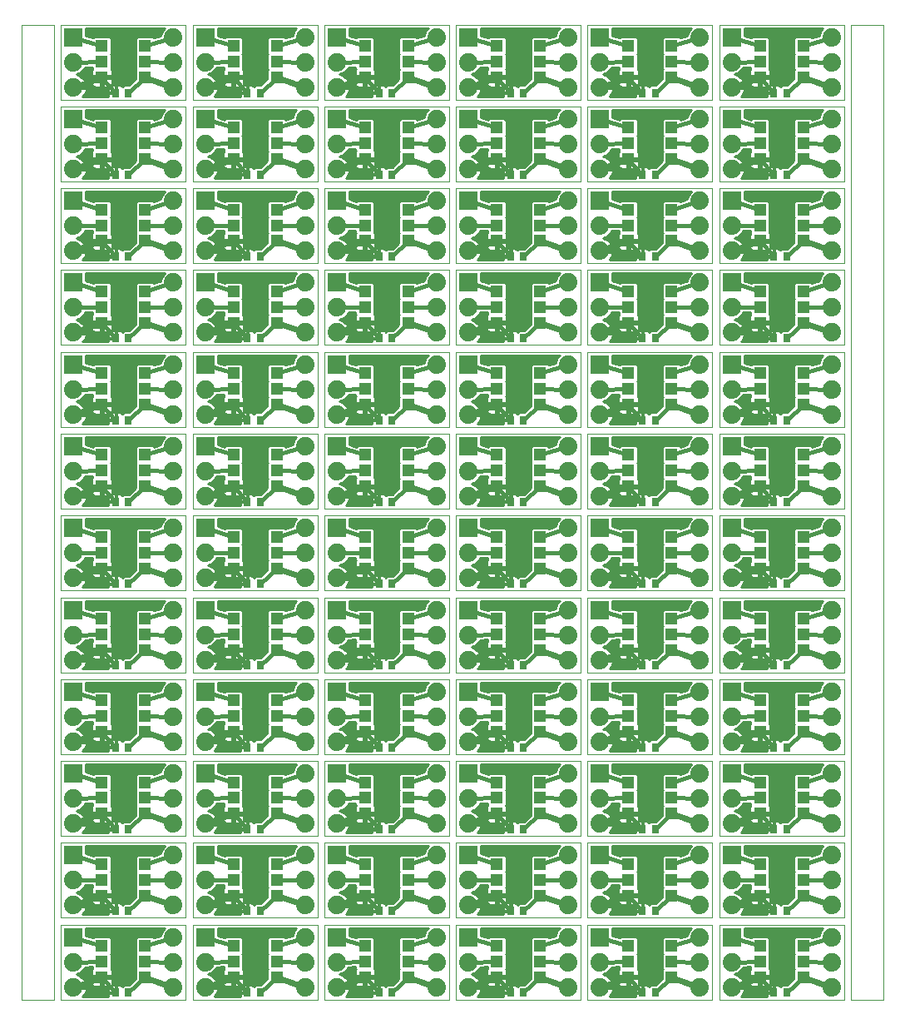
<source format=gtl>
G75*
%MOIN*%
%OFA0B0*%
%FSLAX24Y24*%
%IPPOS*%
%LPD*%
%AMOC8*
5,1,8,0,0,1.08239X$1,22.5*
%
%ADD10C,0.0010*%
%ADD11R,0.0276X0.0354*%
%ADD12R,0.0740X0.0740*%
%ADD13C,0.0740*%
%ADD14R,0.0512X0.0472*%
%ADD15C,0.0160*%
%ADD16C,0.0240*%
%ADD17C,0.0100*%
D10*
X000105Y000300D02*
X001404Y000300D01*
X001404Y039331D01*
X000105Y039331D01*
X000105Y000300D01*
X001680Y000300D02*
X001680Y003300D01*
X006680Y003300D01*
X006680Y000300D01*
X001680Y000300D01*
X001680Y003576D02*
X001680Y006576D01*
X006680Y006576D01*
X006680Y003576D01*
X001680Y003576D01*
X001680Y006851D02*
X001680Y009851D01*
X006680Y009851D01*
X006680Y006851D01*
X001680Y006851D01*
X001680Y010127D02*
X001680Y013127D01*
X006680Y013127D01*
X006680Y010127D01*
X001680Y010127D01*
X001680Y013402D02*
X001680Y016402D01*
X006680Y016402D01*
X006680Y013402D01*
X001680Y013402D01*
X001680Y016678D02*
X001680Y019678D01*
X006680Y019678D01*
X006680Y016678D01*
X001680Y016678D01*
X001680Y019954D02*
X001680Y022954D01*
X006680Y022954D01*
X006680Y019954D01*
X001680Y019954D01*
X001680Y023229D02*
X001680Y026229D01*
X006680Y026229D01*
X006680Y023229D01*
X001680Y023229D01*
X001680Y026505D02*
X001680Y029505D01*
X006680Y029505D01*
X006680Y026505D01*
X001680Y026505D01*
X001680Y029780D02*
X001680Y032780D01*
X006680Y032780D01*
X006680Y029780D01*
X001680Y029780D01*
X001680Y033056D02*
X001680Y036056D01*
X006680Y036056D01*
X006680Y033056D01*
X001680Y033056D01*
X001680Y036331D02*
X001680Y039331D01*
X006680Y039331D01*
X006680Y036331D01*
X001680Y036331D01*
X006955Y036331D02*
X006955Y039331D01*
X011955Y039331D01*
X011955Y036331D01*
X006955Y036331D01*
X006955Y036056D02*
X006955Y033056D01*
X011955Y033056D01*
X011955Y036056D01*
X006955Y036056D01*
X006955Y032780D02*
X006955Y029780D01*
X011955Y029780D01*
X011955Y032780D01*
X006955Y032780D01*
X006955Y029505D02*
X006955Y026505D01*
X011955Y026505D01*
X011955Y029505D01*
X006955Y029505D01*
X006955Y026229D02*
X006955Y023229D01*
X011955Y023229D01*
X011955Y026229D01*
X006955Y026229D01*
X006955Y022954D02*
X006955Y019954D01*
X011955Y019954D01*
X011955Y022954D01*
X006955Y022954D01*
X006955Y019678D02*
X006955Y016678D01*
X011955Y016678D01*
X011955Y019678D01*
X006955Y019678D01*
X006955Y016402D02*
X006955Y013402D01*
X011955Y013402D01*
X011955Y016402D01*
X006955Y016402D01*
X006955Y013127D02*
X006955Y010127D01*
X011955Y010127D01*
X011955Y013127D01*
X006955Y013127D01*
X006955Y009851D02*
X006955Y006851D01*
X011955Y006851D01*
X011955Y009851D01*
X006955Y009851D01*
X006955Y006576D02*
X006955Y003576D01*
X011955Y003576D01*
X011955Y006576D01*
X006955Y006576D01*
X006955Y003300D02*
X006955Y000300D01*
X011955Y000300D01*
X011955Y003300D01*
X006955Y003300D01*
X012231Y003300D02*
X012231Y000300D01*
X017231Y000300D01*
X017231Y003300D01*
X012231Y003300D01*
X012231Y003576D02*
X012231Y006576D01*
X017231Y006576D01*
X017231Y003576D01*
X012231Y003576D01*
X012231Y006851D02*
X012231Y009851D01*
X017231Y009851D01*
X017231Y006851D01*
X012231Y006851D01*
X012231Y010127D02*
X012231Y013127D01*
X017231Y013127D01*
X017231Y010127D01*
X012231Y010127D01*
X012231Y013402D02*
X012231Y016402D01*
X017231Y016402D01*
X017231Y013402D01*
X012231Y013402D01*
X012231Y016678D02*
X012231Y019678D01*
X017231Y019678D01*
X017231Y016678D01*
X012231Y016678D01*
X012231Y019954D02*
X012231Y022954D01*
X017231Y022954D01*
X017231Y019954D01*
X012231Y019954D01*
X012231Y023229D02*
X012231Y026229D01*
X017231Y026229D01*
X017231Y023229D01*
X012231Y023229D01*
X012231Y026505D02*
X012231Y029505D01*
X017231Y029505D01*
X017231Y026505D01*
X012231Y026505D01*
X012231Y029780D02*
X012231Y032780D01*
X017231Y032780D01*
X017231Y029780D01*
X012231Y029780D01*
X012231Y033056D02*
X012231Y036056D01*
X017231Y036056D01*
X017231Y033056D01*
X012231Y033056D01*
X012231Y036331D02*
X012231Y039331D01*
X017231Y039331D01*
X017231Y036331D01*
X012231Y036331D01*
X017507Y036331D02*
X017507Y039331D01*
X022507Y039331D01*
X022507Y036331D01*
X017507Y036331D01*
X017507Y036056D02*
X017507Y033056D01*
X022507Y033056D01*
X022507Y036056D01*
X017507Y036056D01*
X017507Y032780D02*
X017507Y029780D01*
X022507Y029780D01*
X022507Y032780D01*
X017507Y032780D01*
X017507Y029505D02*
X017507Y026505D01*
X022507Y026505D01*
X022507Y029505D01*
X017507Y029505D01*
X017507Y026229D02*
X017507Y023229D01*
X022507Y023229D01*
X022507Y026229D01*
X017507Y026229D01*
X017507Y022954D02*
X017507Y019954D01*
X022507Y019954D01*
X022507Y022954D01*
X017507Y022954D01*
X017507Y019678D02*
X017507Y016678D01*
X022507Y016678D01*
X022507Y019678D01*
X017507Y019678D01*
X017507Y016402D02*
X017507Y013402D01*
X022507Y013402D01*
X022507Y016402D01*
X017507Y016402D01*
X017507Y013127D02*
X017507Y010127D01*
X022507Y010127D01*
X022507Y013127D01*
X017507Y013127D01*
X017507Y009851D02*
X017507Y006851D01*
X022507Y006851D01*
X022507Y009851D01*
X017507Y009851D01*
X017507Y006576D02*
X017507Y003576D01*
X022507Y003576D01*
X022507Y006576D01*
X017507Y006576D01*
X017507Y003300D02*
X017507Y000300D01*
X022507Y000300D01*
X022507Y003300D01*
X017507Y003300D01*
X022782Y003300D02*
X022782Y000300D01*
X027782Y000300D01*
X027782Y003300D01*
X022782Y003300D01*
X022782Y003576D02*
X022782Y006576D01*
X027782Y006576D01*
X027782Y003576D01*
X022782Y003576D01*
X022782Y006851D02*
X022782Y009851D01*
X027782Y009851D01*
X027782Y006851D01*
X022782Y006851D01*
X022782Y010127D02*
X022782Y013127D01*
X027782Y013127D01*
X027782Y010127D01*
X022782Y010127D01*
X022782Y013402D02*
X022782Y016402D01*
X027782Y016402D01*
X027782Y013402D01*
X022782Y013402D01*
X022782Y016678D02*
X022782Y019678D01*
X027782Y019678D01*
X027782Y016678D01*
X022782Y016678D01*
X022782Y019954D02*
X022782Y022954D01*
X027782Y022954D01*
X027782Y019954D01*
X022782Y019954D01*
X022782Y023229D02*
X022782Y026229D01*
X027782Y026229D01*
X027782Y023229D01*
X022782Y023229D01*
X022782Y026505D02*
X022782Y029505D01*
X027782Y029505D01*
X027782Y026505D01*
X022782Y026505D01*
X022782Y029780D02*
X022782Y032780D01*
X027782Y032780D01*
X027782Y029780D01*
X022782Y029780D01*
X022782Y033056D02*
X022782Y036056D01*
X027782Y036056D01*
X027782Y033056D01*
X022782Y033056D01*
X022782Y036331D02*
X022782Y039331D01*
X027782Y039331D01*
X027782Y036331D01*
X022782Y036331D01*
X028058Y036331D02*
X028058Y039331D01*
X033058Y039331D01*
X033058Y036331D01*
X028058Y036331D01*
X028058Y036056D02*
X028058Y033056D01*
X033058Y033056D01*
X033058Y036056D01*
X028058Y036056D01*
X028058Y032780D02*
X028058Y029780D01*
X033058Y029780D01*
X033058Y032780D01*
X028058Y032780D01*
X028058Y029505D02*
X028058Y026505D01*
X033058Y026505D01*
X033058Y029505D01*
X028058Y029505D01*
X028058Y026229D02*
X028058Y023229D01*
X033058Y023229D01*
X033058Y026229D01*
X028058Y026229D01*
X028058Y022954D02*
X028058Y019954D01*
X033058Y019954D01*
X033058Y022954D01*
X028058Y022954D01*
X028058Y019678D02*
X028058Y016678D01*
X033058Y016678D01*
X033058Y019678D01*
X028058Y019678D01*
X028058Y016402D02*
X028058Y013402D01*
X033058Y013402D01*
X033058Y016402D01*
X028058Y016402D01*
X028058Y013127D02*
X028058Y010127D01*
X033058Y010127D01*
X033058Y013127D01*
X028058Y013127D01*
X028058Y009851D02*
X028058Y006851D01*
X033058Y006851D01*
X033058Y009851D01*
X028058Y009851D01*
X028058Y006576D02*
X028058Y003576D01*
X033058Y003576D01*
X033058Y006576D01*
X028058Y006576D01*
X028058Y003300D02*
X028058Y000300D01*
X033058Y000300D01*
X033058Y003300D01*
X028058Y003300D01*
X033333Y000300D02*
X034633Y000300D01*
X034633Y039331D01*
X033333Y039331D01*
X033333Y000300D01*
D11*
X030764Y000570D03*
X030252Y000570D03*
X030252Y003846D03*
X030764Y003846D03*
X030764Y007121D03*
X030252Y007121D03*
X030252Y010397D03*
X030764Y010397D03*
X030764Y013672D03*
X030252Y013672D03*
X030252Y016948D03*
X030764Y016948D03*
X030764Y020224D03*
X030252Y020224D03*
X030252Y023499D03*
X030764Y023499D03*
X030764Y026775D03*
X030252Y026775D03*
X030252Y030050D03*
X030764Y030050D03*
X030764Y033326D03*
X030252Y033326D03*
X030252Y036601D03*
X030764Y036601D03*
X025488Y036601D03*
X024976Y036601D03*
X024976Y033326D03*
X025488Y033326D03*
X025488Y030050D03*
X024976Y030050D03*
X024976Y026775D03*
X025488Y026775D03*
X025488Y023499D03*
X024976Y023499D03*
X024976Y020224D03*
X025488Y020224D03*
X025488Y016948D03*
X024976Y016948D03*
X024976Y013672D03*
X025488Y013672D03*
X025488Y010397D03*
X024976Y010397D03*
X024976Y007121D03*
X025488Y007121D03*
X025488Y003846D03*
X024976Y003846D03*
X024976Y000570D03*
X025488Y000570D03*
X020212Y000570D03*
X019701Y000570D03*
X019701Y003846D03*
X020212Y003846D03*
X020212Y007121D03*
X019701Y007121D03*
X019701Y010397D03*
X020212Y010397D03*
X020212Y013672D03*
X019701Y013672D03*
X019701Y016948D03*
X020212Y016948D03*
X020212Y020224D03*
X019701Y020224D03*
X019701Y023499D03*
X020212Y023499D03*
X020212Y026775D03*
X019701Y026775D03*
X019701Y030050D03*
X020212Y030050D03*
X020212Y033326D03*
X019701Y033326D03*
X019701Y036601D03*
X020212Y036601D03*
X014937Y036601D03*
X014425Y036601D03*
X014425Y033326D03*
X014937Y033326D03*
X014937Y030050D03*
X014425Y030050D03*
X014425Y026775D03*
X014937Y026775D03*
X014937Y023499D03*
X014425Y023499D03*
X014425Y020224D03*
X014937Y020224D03*
X014937Y016948D03*
X014425Y016948D03*
X014425Y013672D03*
X014937Y013672D03*
X014937Y010397D03*
X014425Y010397D03*
X014425Y007121D03*
X014937Y007121D03*
X014937Y003846D03*
X014425Y003846D03*
X014425Y000570D03*
X014937Y000570D03*
X009661Y000570D03*
X009149Y000570D03*
X009149Y003846D03*
X009661Y003846D03*
X009661Y007121D03*
X009149Y007121D03*
X009149Y010397D03*
X009661Y010397D03*
X009661Y013672D03*
X009149Y013672D03*
X009149Y016948D03*
X009661Y016948D03*
X009661Y020224D03*
X009149Y020224D03*
X009149Y023499D03*
X009661Y023499D03*
X009661Y026775D03*
X009149Y026775D03*
X009149Y030050D03*
X009661Y030050D03*
X009661Y033326D03*
X009149Y033326D03*
X009149Y036601D03*
X009661Y036601D03*
X004386Y036601D03*
X003874Y036601D03*
X003874Y033326D03*
X004386Y033326D03*
X004386Y030050D03*
X003874Y030050D03*
X003874Y026775D03*
X004386Y026775D03*
X004386Y023499D03*
X003874Y023499D03*
X003874Y020224D03*
X004386Y020224D03*
X004386Y016948D03*
X003874Y016948D03*
X003874Y013672D03*
X004386Y013672D03*
X004386Y010397D03*
X003874Y010397D03*
X003874Y007121D03*
X004386Y007121D03*
X004386Y003846D03*
X003874Y003846D03*
X003874Y000570D03*
X004386Y000570D03*
D12*
X002180Y002800D03*
X002180Y006076D03*
X002180Y009351D03*
X002180Y012627D03*
X002180Y015902D03*
X002180Y019178D03*
X002180Y022454D03*
X002180Y025729D03*
X002180Y029005D03*
X002180Y032280D03*
X002180Y035556D03*
X002180Y038831D03*
X007455Y038831D03*
X007455Y035556D03*
X007455Y032280D03*
X007455Y029005D03*
X007455Y025729D03*
X007455Y022454D03*
X007455Y019178D03*
X007455Y015902D03*
X007455Y012627D03*
X007455Y009351D03*
X007455Y006076D03*
X007455Y002800D03*
X012731Y002800D03*
X012731Y006076D03*
X012731Y009351D03*
X012731Y012627D03*
X012731Y015902D03*
X012731Y019178D03*
X012731Y022454D03*
X012731Y025729D03*
X012731Y029005D03*
X012731Y032280D03*
X012731Y035556D03*
X012731Y038831D03*
X018007Y038831D03*
X018007Y035556D03*
X018007Y032280D03*
X018007Y029005D03*
X018007Y025729D03*
X018007Y022454D03*
X018007Y019178D03*
X018007Y015902D03*
X018007Y012627D03*
X018007Y009351D03*
X018007Y006076D03*
X018007Y002800D03*
X023282Y002800D03*
X023282Y006076D03*
X023282Y009351D03*
X023282Y012627D03*
X023282Y015902D03*
X023282Y019178D03*
X023282Y022454D03*
X023282Y025729D03*
X023282Y029005D03*
X023282Y032280D03*
X023282Y035556D03*
X023282Y038831D03*
X028558Y038831D03*
X028558Y035556D03*
X028558Y032280D03*
X028558Y029005D03*
X028558Y025729D03*
X028558Y022454D03*
X028558Y019178D03*
X028558Y015902D03*
X028558Y012627D03*
X028558Y009351D03*
X028558Y006076D03*
X028558Y002800D03*
D13*
X028558Y001800D03*
X028558Y000800D03*
X027282Y000800D03*
X027282Y001800D03*
X027282Y002800D03*
X027282Y004076D03*
X027282Y005076D03*
X027282Y006076D03*
X027282Y007351D03*
X027282Y008351D03*
X027282Y009351D03*
X027282Y010627D03*
X027282Y011627D03*
X027282Y012627D03*
X027282Y013902D03*
X027282Y014902D03*
X027282Y015902D03*
X027282Y017178D03*
X027282Y018178D03*
X027282Y019178D03*
X027282Y020454D03*
X027282Y021454D03*
X027282Y022454D03*
X027282Y023729D03*
X027282Y024729D03*
X027282Y025729D03*
X027282Y027005D03*
X027282Y028005D03*
X027282Y029005D03*
X027282Y030280D03*
X027282Y031280D03*
X027282Y032280D03*
X027282Y033556D03*
X027282Y034556D03*
X027282Y035556D03*
X027282Y036831D03*
X027282Y037831D03*
X027282Y038831D03*
X028558Y037831D03*
X028558Y036831D03*
X028558Y034556D03*
X028558Y033556D03*
X028558Y031280D03*
X028558Y030280D03*
X028558Y028005D03*
X028558Y027005D03*
X028558Y024729D03*
X028558Y023729D03*
X028558Y021454D03*
X028558Y020454D03*
X028558Y018178D03*
X028558Y017178D03*
X028558Y014902D03*
X028558Y013902D03*
X028558Y011627D03*
X028558Y010627D03*
X028558Y008351D03*
X028558Y007351D03*
X028558Y005076D03*
X028558Y004076D03*
X032558Y004076D03*
X032558Y005076D03*
X032558Y006076D03*
X032558Y007351D03*
X032558Y008351D03*
X032558Y009351D03*
X032558Y010627D03*
X032558Y011627D03*
X032558Y012627D03*
X032558Y013902D03*
X032558Y014902D03*
X032558Y015902D03*
X032558Y017178D03*
X032558Y018178D03*
X032558Y019178D03*
X032558Y020454D03*
X032558Y021454D03*
X032558Y022454D03*
X032558Y023729D03*
X032558Y024729D03*
X032558Y025729D03*
X032558Y027005D03*
X032558Y028005D03*
X032558Y029005D03*
X032558Y030280D03*
X032558Y031280D03*
X032558Y032280D03*
X032558Y033556D03*
X032558Y034556D03*
X032558Y035556D03*
X032558Y036831D03*
X032558Y037831D03*
X032558Y038831D03*
X023282Y037831D03*
X023282Y036831D03*
X022007Y036831D03*
X022007Y037831D03*
X022007Y038831D03*
X022007Y035556D03*
X022007Y034556D03*
X022007Y033556D03*
X022007Y032280D03*
X022007Y031280D03*
X022007Y030280D03*
X022007Y029005D03*
X022007Y028005D03*
X022007Y027005D03*
X022007Y025729D03*
X022007Y024729D03*
X022007Y023729D03*
X023282Y023729D03*
X023282Y024729D03*
X023282Y027005D03*
X023282Y028005D03*
X023282Y030280D03*
X023282Y031280D03*
X023282Y033556D03*
X023282Y034556D03*
X018007Y034556D03*
X018007Y033556D03*
X016731Y033556D03*
X016731Y034556D03*
X016731Y035556D03*
X016731Y036831D03*
X016731Y037831D03*
X016731Y038831D03*
X018007Y037831D03*
X018007Y036831D03*
X016731Y032280D03*
X016731Y031280D03*
X016731Y030280D03*
X016731Y029005D03*
X016731Y028005D03*
X016731Y027005D03*
X018007Y027005D03*
X018007Y028005D03*
X016731Y025729D03*
X016731Y024729D03*
X016731Y023729D03*
X018007Y023729D03*
X018007Y024729D03*
X016731Y022454D03*
X016731Y021454D03*
X016731Y020454D03*
X018007Y020454D03*
X018007Y021454D03*
X016731Y019178D03*
X016731Y018178D03*
X016731Y017178D03*
X018007Y017178D03*
X018007Y018178D03*
X016731Y015902D03*
X016731Y014902D03*
X016731Y013902D03*
X018007Y013902D03*
X018007Y014902D03*
X016731Y012627D03*
X016731Y011627D03*
X016731Y010627D03*
X018007Y010627D03*
X018007Y011627D03*
X016731Y009351D03*
X016731Y008351D03*
X016731Y007351D03*
X016731Y006076D03*
X016731Y005076D03*
X016731Y004076D03*
X018007Y004076D03*
X018007Y005076D03*
X016731Y002800D03*
X016731Y001800D03*
X016731Y000800D03*
X018007Y000800D03*
X018007Y001800D03*
X022007Y001800D03*
X022007Y000800D03*
X023282Y000800D03*
X023282Y001800D03*
X022007Y002800D03*
X022007Y004076D03*
X022007Y005076D03*
X022007Y006076D03*
X022007Y007351D03*
X022007Y008351D03*
X022007Y009351D03*
X022007Y010627D03*
X022007Y011627D03*
X022007Y012627D03*
X022007Y013902D03*
X022007Y014902D03*
X022007Y015902D03*
X022007Y017178D03*
X022007Y018178D03*
X022007Y019178D03*
X022007Y020454D03*
X022007Y021454D03*
X022007Y022454D03*
X023282Y021454D03*
X023282Y020454D03*
X023282Y018178D03*
X023282Y017178D03*
X023282Y014902D03*
X023282Y013902D03*
X023282Y011627D03*
X023282Y010627D03*
X023282Y008351D03*
X023282Y007351D03*
X023282Y005076D03*
X023282Y004076D03*
X018007Y007351D03*
X018007Y008351D03*
X012731Y008351D03*
X012731Y007351D03*
X011455Y007351D03*
X011455Y008351D03*
X011455Y009351D03*
X011455Y010627D03*
X011455Y011627D03*
X011455Y012627D03*
X011455Y013902D03*
X011455Y014902D03*
X011455Y015902D03*
X011455Y017178D03*
X011455Y018178D03*
X011455Y019178D03*
X011455Y020454D03*
X011455Y021454D03*
X011455Y022454D03*
X011455Y023729D03*
X011455Y024729D03*
X011455Y025729D03*
X011455Y027005D03*
X011455Y028005D03*
X011455Y029005D03*
X011455Y030280D03*
X011455Y031280D03*
X011455Y032280D03*
X011455Y033556D03*
X011455Y034556D03*
X011455Y035556D03*
X011455Y036831D03*
X011455Y037831D03*
X011455Y038831D03*
X012731Y037831D03*
X012731Y036831D03*
X012731Y034556D03*
X012731Y033556D03*
X012731Y031280D03*
X012731Y030280D03*
X012731Y028005D03*
X012731Y027005D03*
X012731Y024729D03*
X012731Y023729D03*
X012731Y021454D03*
X012731Y020454D03*
X012731Y018178D03*
X012731Y017178D03*
X012731Y014902D03*
X012731Y013902D03*
X012731Y011627D03*
X012731Y010627D03*
X011455Y006076D03*
X011455Y005076D03*
X011455Y004076D03*
X011455Y002800D03*
X011455Y001800D03*
X011455Y000800D03*
X012731Y000800D03*
X012731Y001800D03*
X012731Y004076D03*
X012731Y005076D03*
X007455Y005076D03*
X007455Y004076D03*
X006180Y004076D03*
X006180Y005076D03*
X006180Y006076D03*
X006180Y007351D03*
X006180Y008351D03*
X006180Y009351D03*
X006180Y010627D03*
X006180Y011627D03*
X006180Y012627D03*
X006180Y013902D03*
X006180Y014902D03*
X006180Y015902D03*
X006180Y017178D03*
X006180Y018178D03*
X006180Y019178D03*
X006180Y020454D03*
X006180Y021454D03*
X006180Y022454D03*
X006180Y023729D03*
X006180Y024729D03*
X006180Y025729D03*
X006180Y027005D03*
X006180Y028005D03*
X006180Y029005D03*
X006180Y030280D03*
X006180Y031280D03*
X006180Y032280D03*
X006180Y033556D03*
X006180Y034556D03*
X006180Y035556D03*
X006180Y036831D03*
X006180Y037831D03*
X006180Y038831D03*
X007455Y037831D03*
X007455Y036831D03*
X007455Y034556D03*
X007455Y033556D03*
X007455Y031280D03*
X007455Y030280D03*
X007455Y028005D03*
X007455Y027005D03*
X007455Y024729D03*
X007455Y023729D03*
X007455Y021454D03*
X007455Y020454D03*
X007455Y018178D03*
X007455Y017178D03*
X007455Y014902D03*
X007455Y013902D03*
X007455Y011627D03*
X007455Y010627D03*
X007455Y008351D03*
X007455Y007351D03*
X006180Y002800D03*
X006180Y001800D03*
X006180Y000800D03*
X007455Y000800D03*
X007455Y001800D03*
X002180Y001800D03*
X002180Y000800D03*
X002180Y004076D03*
X002180Y005076D03*
X002180Y007351D03*
X002180Y008351D03*
X002180Y010627D03*
X002180Y011627D03*
X002180Y013902D03*
X002180Y014902D03*
X002180Y017178D03*
X002180Y018178D03*
X002180Y020454D03*
X002180Y021454D03*
X002180Y023729D03*
X002180Y024729D03*
X002180Y027005D03*
X002180Y028005D03*
X002180Y030280D03*
X002180Y031280D03*
X002180Y033556D03*
X002180Y034556D03*
X002180Y036831D03*
X002180Y037831D03*
X018007Y031280D03*
X018007Y030280D03*
X032558Y002800D03*
X032558Y001800D03*
X032558Y000800D03*
D14*
X031424Y001190D03*
X031424Y001820D03*
X031424Y002450D03*
X029692Y002450D03*
X029692Y001820D03*
X029692Y001190D03*
X029692Y004466D03*
X029692Y005096D03*
X029692Y005726D03*
X031424Y005726D03*
X031424Y005096D03*
X031424Y004466D03*
X031424Y007741D03*
X031424Y008371D03*
X031424Y009001D03*
X029692Y009001D03*
X029692Y008371D03*
X029692Y007741D03*
X029692Y011017D03*
X029692Y011647D03*
X029692Y012277D03*
X031424Y012277D03*
X031424Y011647D03*
X031424Y011017D03*
X031424Y014292D03*
X031424Y014922D03*
X031424Y015552D03*
X029692Y015552D03*
X029692Y014922D03*
X029692Y014292D03*
X029692Y017568D03*
X029692Y018198D03*
X029692Y018828D03*
X031424Y018828D03*
X031424Y018198D03*
X031424Y017568D03*
X031424Y020844D03*
X031424Y021474D03*
X031424Y022103D03*
X029692Y022103D03*
X029692Y021474D03*
X029692Y020844D03*
X029692Y024119D03*
X029692Y024749D03*
X029692Y025379D03*
X031424Y025379D03*
X031424Y024749D03*
X031424Y024119D03*
X031424Y027395D03*
X031424Y028025D03*
X031424Y028655D03*
X029692Y028655D03*
X029692Y028025D03*
X029692Y027395D03*
X029692Y030670D03*
X029692Y031300D03*
X029692Y031930D03*
X031424Y031930D03*
X031424Y031300D03*
X031424Y030670D03*
X031424Y033946D03*
X031424Y034576D03*
X031424Y035206D03*
X029692Y035206D03*
X029692Y034576D03*
X029692Y033946D03*
X029692Y037222D03*
X029692Y037851D03*
X029692Y038481D03*
X031424Y038481D03*
X031424Y037851D03*
X031424Y037222D03*
X026148Y037222D03*
X026148Y037851D03*
X026148Y038481D03*
X024416Y038481D03*
X024416Y037851D03*
X024416Y037222D03*
X024416Y035206D03*
X024416Y034576D03*
X024416Y033946D03*
X026148Y033946D03*
X026148Y034576D03*
X026148Y035206D03*
X026148Y031930D03*
X026148Y031300D03*
X026148Y030670D03*
X024416Y030670D03*
X024416Y031300D03*
X024416Y031930D03*
X024416Y028655D03*
X024416Y028025D03*
X024416Y027395D03*
X026148Y027395D03*
X026148Y028025D03*
X026148Y028655D03*
X026148Y025379D03*
X026148Y024749D03*
X026148Y024119D03*
X024416Y024119D03*
X024416Y024749D03*
X024416Y025379D03*
X024416Y022103D03*
X024416Y021474D03*
X024416Y020844D03*
X026148Y020844D03*
X026148Y021474D03*
X026148Y022103D03*
X026148Y018828D03*
X026148Y018198D03*
X026148Y017568D03*
X024416Y017568D03*
X024416Y018198D03*
X024416Y018828D03*
X024416Y015552D03*
X024416Y014922D03*
X024416Y014292D03*
X026148Y014292D03*
X026148Y014922D03*
X026148Y015552D03*
X026148Y012277D03*
X026148Y011647D03*
X026148Y011017D03*
X024416Y011017D03*
X024416Y011647D03*
X024416Y012277D03*
X024416Y009001D03*
X024416Y008371D03*
X024416Y007741D03*
X026148Y007741D03*
X026148Y008371D03*
X026148Y009001D03*
X026148Y005726D03*
X026148Y005096D03*
X026148Y004466D03*
X024416Y004466D03*
X024416Y005096D03*
X024416Y005726D03*
X024416Y002450D03*
X024416Y001820D03*
X024416Y001190D03*
X026148Y001190D03*
X026148Y001820D03*
X026148Y002450D03*
X020873Y002450D03*
X020873Y001820D03*
X020873Y001190D03*
X019140Y001190D03*
X019140Y001820D03*
X019140Y002450D03*
X019140Y004466D03*
X019140Y005096D03*
X019140Y005726D03*
X020873Y005726D03*
X020873Y005096D03*
X020873Y004466D03*
X020873Y007741D03*
X020873Y008371D03*
X020873Y009001D03*
X019140Y009001D03*
X019140Y008371D03*
X019140Y007741D03*
X019140Y011017D03*
X019140Y011647D03*
X019140Y012277D03*
X020873Y012277D03*
X020873Y011647D03*
X020873Y011017D03*
X020873Y014292D03*
X020873Y014922D03*
X020873Y015552D03*
X019140Y015552D03*
X019140Y014922D03*
X019140Y014292D03*
X019140Y017568D03*
X019140Y018198D03*
X019140Y018828D03*
X020873Y018828D03*
X020873Y018198D03*
X020873Y017568D03*
X020873Y020844D03*
X020873Y021474D03*
X020873Y022103D03*
X019140Y022103D03*
X019140Y021474D03*
X019140Y020844D03*
X019140Y024119D03*
X019140Y024749D03*
X019140Y025379D03*
X020873Y025379D03*
X020873Y024749D03*
X020873Y024119D03*
X020873Y027395D03*
X020873Y028025D03*
X020873Y028655D03*
X019140Y028655D03*
X019140Y028025D03*
X019140Y027395D03*
X019140Y030670D03*
X019140Y031300D03*
X019140Y031930D03*
X020873Y031930D03*
X020873Y031300D03*
X020873Y030670D03*
X020873Y033946D03*
X020873Y034576D03*
X020873Y035206D03*
X019140Y035206D03*
X019140Y034576D03*
X019140Y033946D03*
X019140Y037222D03*
X019140Y037851D03*
X019140Y038481D03*
X020873Y038481D03*
X020873Y037851D03*
X020873Y037222D03*
X015597Y037222D03*
X015597Y037851D03*
X015597Y038481D03*
X013865Y038481D03*
X013865Y037851D03*
X013865Y037222D03*
X013865Y035206D03*
X013865Y034576D03*
X013865Y033946D03*
X015597Y033946D03*
X015597Y034576D03*
X015597Y035206D03*
X015597Y031930D03*
X015597Y031300D03*
X015597Y030670D03*
X013865Y030670D03*
X013865Y031300D03*
X013865Y031930D03*
X013865Y028655D03*
X013865Y028025D03*
X013865Y027395D03*
X015597Y027395D03*
X015597Y028025D03*
X015597Y028655D03*
X015597Y025379D03*
X015597Y024749D03*
X015597Y024119D03*
X013865Y024119D03*
X013865Y024749D03*
X013865Y025379D03*
X013865Y022103D03*
X013865Y021474D03*
X013865Y020844D03*
X015597Y020844D03*
X015597Y021474D03*
X015597Y022103D03*
X015597Y018828D03*
X015597Y018198D03*
X015597Y017568D03*
X013865Y017568D03*
X013865Y018198D03*
X013865Y018828D03*
X013865Y015552D03*
X013865Y014922D03*
X013865Y014292D03*
X015597Y014292D03*
X015597Y014922D03*
X015597Y015552D03*
X015597Y012277D03*
X015597Y011647D03*
X015597Y011017D03*
X013865Y011017D03*
X013865Y011647D03*
X013865Y012277D03*
X013865Y009001D03*
X013865Y008371D03*
X013865Y007741D03*
X015597Y007741D03*
X015597Y008371D03*
X015597Y009001D03*
X015597Y005726D03*
X015597Y005096D03*
X015597Y004466D03*
X013865Y004466D03*
X013865Y005096D03*
X013865Y005726D03*
X013865Y002450D03*
X013865Y001820D03*
X013865Y001190D03*
X015597Y001190D03*
X015597Y001820D03*
X015597Y002450D03*
X010322Y002450D03*
X010322Y001820D03*
X010322Y001190D03*
X008589Y001190D03*
X008589Y001820D03*
X008589Y002450D03*
X008589Y004466D03*
X008589Y005096D03*
X008589Y005726D03*
X010322Y005726D03*
X010322Y005096D03*
X010322Y004466D03*
X010322Y007741D03*
X010322Y008371D03*
X010322Y009001D03*
X008589Y009001D03*
X008589Y008371D03*
X008589Y007741D03*
X008589Y011017D03*
X008589Y011647D03*
X008589Y012277D03*
X010322Y012277D03*
X010322Y011647D03*
X010322Y011017D03*
X010322Y014292D03*
X010322Y014922D03*
X010322Y015552D03*
X008589Y015552D03*
X008589Y014922D03*
X008589Y014292D03*
X008589Y017568D03*
X008589Y018198D03*
X008589Y018828D03*
X010322Y018828D03*
X010322Y018198D03*
X010322Y017568D03*
X010322Y020844D03*
X010322Y021474D03*
X010322Y022103D03*
X008589Y022103D03*
X008589Y021474D03*
X008589Y020844D03*
X008589Y024119D03*
X008589Y024749D03*
X008589Y025379D03*
X010322Y025379D03*
X010322Y024749D03*
X010322Y024119D03*
X010322Y027395D03*
X010322Y028025D03*
X010322Y028655D03*
X008589Y028655D03*
X008589Y028025D03*
X008589Y027395D03*
X008589Y030670D03*
X008589Y031300D03*
X008589Y031930D03*
X010322Y031930D03*
X010322Y031300D03*
X010322Y030670D03*
X010322Y033946D03*
X010322Y034576D03*
X010322Y035206D03*
X008589Y035206D03*
X008589Y034576D03*
X008589Y033946D03*
X008589Y037222D03*
X008589Y037851D03*
X008589Y038481D03*
X010322Y038481D03*
X010322Y037851D03*
X010322Y037222D03*
X005046Y037222D03*
X005046Y037851D03*
X005046Y038481D03*
X003314Y038481D03*
X003314Y037851D03*
X003314Y037222D03*
X003314Y035206D03*
X003314Y034576D03*
X003314Y033946D03*
X005046Y033946D03*
X005046Y034576D03*
X005046Y035206D03*
X005046Y031930D03*
X005046Y031300D03*
X005046Y030670D03*
X003314Y030670D03*
X003314Y031300D03*
X003314Y031930D03*
X003314Y028655D03*
X003314Y028025D03*
X003314Y027395D03*
X005046Y027395D03*
X005046Y028025D03*
X005046Y028655D03*
X005046Y025379D03*
X005046Y024749D03*
X005046Y024119D03*
X003314Y024119D03*
X003314Y024749D03*
X003314Y025379D03*
X003314Y022103D03*
X003314Y021474D03*
X003314Y020844D03*
X005046Y020844D03*
X005046Y021474D03*
X005046Y022103D03*
X005046Y018828D03*
X005046Y018198D03*
X005046Y017568D03*
X003314Y017568D03*
X003314Y018198D03*
X003314Y018828D03*
X003314Y015552D03*
X003314Y014922D03*
X003314Y014292D03*
X005046Y014292D03*
X005046Y014922D03*
X005046Y015552D03*
X005046Y012277D03*
X005046Y011647D03*
X005046Y011017D03*
X003314Y011017D03*
X003314Y011647D03*
X003314Y012277D03*
X003314Y009001D03*
X003314Y008371D03*
X003314Y007741D03*
X005046Y007741D03*
X005046Y008371D03*
X005046Y009001D03*
X005046Y005726D03*
X005046Y005096D03*
X005046Y004466D03*
X003314Y004466D03*
X003314Y005096D03*
X003314Y005726D03*
X003314Y002450D03*
X003314Y001820D03*
X003314Y001190D03*
X005046Y001190D03*
X005046Y001820D03*
X005046Y002450D03*
D15*
X006180Y002800D01*
X006180Y001800D02*
X005046Y001820D01*
X005046Y001190D02*
X004386Y000570D01*
X003874Y000570D02*
X003314Y001190D01*
X003314Y001820D02*
X002180Y001800D01*
X002180Y002800D02*
X003314Y002450D01*
X003874Y003846D02*
X003314Y004466D01*
X003314Y005096D02*
X002180Y005076D01*
X002180Y006076D02*
X003314Y005726D01*
X003874Y007121D02*
X003314Y007741D01*
X003314Y008371D02*
X002180Y008351D01*
X002180Y009351D02*
X003314Y009001D01*
X003874Y010397D02*
X003314Y011017D01*
X003314Y011647D02*
X002180Y011627D01*
X002180Y012627D02*
X003314Y012277D01*
X003874Y013672D02*
X003314Y014292D01*
X003314Y014922D02*
X002180Y014902D01*
X002180Y015902D02*
X003314Y015552D01*
X003874Y016948D02*
X003314Y017568D01*
X003314Y018198D02*
X002180Y018178D01*
X002180Y019178D02*
X003314Y018828D01*
X003874Y020224D02*
X003314Y020844D01*
X003314Y021474D02*
X002180Y021454D01*
X002180Y022454D02*
X003314Y022103D01*
X003874Y023499D02*
X003314Y024119D01*
X003314Y024749D02*
X002180Y024729D01*
X002180Y025729D02*
X003314Y025379D01*
X003874Y026775D02*
X003314Y027395D01*
X003314Y028025D02*
X002180Y028005D01*
X002180Y029005D02*
X003314Y028655D01*
X003874Y030050D02*
X003314Y030670D01*
X003314Y031300D02*
X002180Y031280D01*
X002180Y032280D02*
X003314Y031930D01*
X003874Y033326D02*
X003314Y033946D01*
X003314Y034576D02*
X002180Y034556D01*
X002180Y035556D02*
X003314Y035206D01*
X003874Y036601D02*
X003314Y037222D01*
X003314Y037851D02*
X002180Y037831D01*
X002180Y038831D02*
X003314Y038481D01*
X005046Y038481D02*
X006180Y038831D01*
X006180Y037831D02*
X005046Y037851D01*
X005046Y037222D02*
X004386Y036601D01*
X005046Y035206D02*
X006180Y035556D01*
X006180Y034556D02*
X005046Y034576D01*
X005046Y033946D02*
X004386Y033326D01*
X005046Y031930D02*
X006180Y032280D01*
X006180Y031280D02*
X005046Y031300D01*
X005046Y030670D02*
X004386Y030050D01*
X005046Y028655D02*
X006180Y029005D01*
X006180Y028005D02*
X005046Y028025D01*
X005046Y027395D02*
X004386Y026775D01*
X005046Y025379D02*
X006180Y025729D01*
X006180Y024729D02*
X005046Y024749D01*
X005046Y024119D02*
X004386Y023499D01*
X005046Y022103D02*
X006180Y022454D01*
X006180Y021454D02*
X005046Y021474D01*
X005046Y020844D02*
X004386Y020224D01*
X005046Y018828D02*
X006180Y019178D01*
X006180Y018178D02*
X005046Y018198D01*
X005046Y017568D02*
X004386Y016948D01*
X005046Y015552D02*
X006180Y015902D01*
X006180Y014902D02*
X005046Y014922D01*
X005046Y014292D02*
X004386Y013672D01*
X005046Y012277D02*
X006180Y012627D01*
X006180Y011627D02*
X005046Y011647D01*
X005046Y011017D02*
X004386Y010397D01*
X005046Y009001D02*
X006180Y009351D01*
X006180Y008351D02*
X005046Y008371D01*
X005046Y007741D02*
X004386Y007121D01*
X005046Y005726D02*
X006180Y006076D01*
X006180Y005076D02*
X005046Y005096D01*
X005046Y004466D02*
X004386Y003846D01*
X007455Y002800D02*
X008589Y002450D01*
X008589Y001820D02*
X007455Y001800D01*
X008589Y001190D02*
X009149Y000570D01*
X009661Y000570D02*
X010322Y001190D01*
X010322Y001820D02*
X011455Y001800D01*
X011455Y002800D02*
X010322Y002450D01*
X009661Y003846D02*
X010322Y004466D01*
X010322Y005096D02*
X011455Y005076D01*
X011455Y006076D02*
X010322Y005726D01*
X009661Y007121D02*
X010322Y007741D01*
X010322Y008371D02*
X011455Y008351D01*
X011455Y009351D02*
X010322Y009001D01*
X009661Y010397D02*
X010322Y011017D01*
X010322Y011647D02*
X011455Y011627D01*
X011455Y012627D02*
X010322Y012277D01*
X009661Y013672D02*
X010322Y014292D01*
X010322Y014922D02*
X011455Y014902D01*
X011455Y015902D02*
X010322Y015552D01*
X009661Y016948D02*
X010322Y017568D01*
X010322Y018198D02*
X011455Y018178D01*
X011455Y019178D02*
X010322Y018828D01*
X009661Y020224D02*
X010322Y020844D01*
X010322Y021474D02*
X011455Y021454D01*
X011455Y022454D02*
X010322Y022103D01*
X009661Y023499D02*
X010322Y024119D01*
X010322Y024749D02*
X011455Y024729D01*
X011455Y025729D02*
X010322Y025379D01*
X009661Y026775D02*
X010322Y027395D01*
X010322Y028025D02*
X011455Y028005D01*
X011455Y029005D02*
X010322Y028655D01*
X009661Y030050D02*
X010322Y030670D01*
X010322Y031300D02*
X011455Y031280D01*
X011455Y032280D02*
X010322Y031930D01*
X009661Y033326D02*
X010322Y033946D01*
X010322Y034576D02*
X011455Y034556D01*
X011455Y035556D02*
X010322Y035206D01*
X009661Y036601D02*
X010322Y037222D01*
X010322Y037851D02*
X011455Y037831D01*
X011455Y038831D02*
X010322Y038481D01*
X008589Y038481D02*
X007455Y038831D01*
X007455Y037831D02*
X008589Y037851D01*
X008589Y037222D02*
X009149Y036601D01*
X008589Y035206D02*
X007455Y035556D01*
X007455Y034556D02*
X008589Y034576D01*
X008589Y033946D02*
X009149Y033326D01*
X008589Y031930D02*
X007455Y032280D01*
X007455Y031280D02*
X008589Y031300D01*
X008589Y030670D02*
X009149Y030050D01*
X008589Y028655D02*
X007455Y029005D01*
X007455Y028005D02*
X008589Y028025D01*
X008589Y027395D02*
X009149Y026775D01*
X008589Y025379D02*
X007455Y025729D01*
X007455Y024729D02*
X008589Y024749D01*
X008589Y024119D02*
X009149Y023499D01*
X008589Y022103D02*
X007455Y022454D01*
X007455Y021454D02*
X008589Y021474D01*
X008589Y020844D02*
X009149Y020224D01*
X008589Y018828D02*
X007455Y019178D01*
X007455Y018178D02*
X008589Y018198D01*
X008589Y017568D02*
X009149Y016948D01*
X008589Y015552D02*
X007455Y015902D01*
X007455Y014902D02*
X008589Y014922D01*
X008589Y014292D02*
X009149Y013672D01*
X008589Y012277D02*
X007455Y012627D01*
X007455Y011627D02*
X008589Y011647D01*
X008589Y011017D02*
X009149Y010397D01*
X008589Y009001D02*
X007455Y009351D01*
X007455Y008351D02*
X008589Y008371D01*
X008589Y007741D02*
X009149Y007121D01*
X008589Y005726D02*
X007455Y006076D01*
X007455Y005076D02*
X008589Y005096D01*
X008589Y004466D02*
X009149Y003846D01*
X012731Y002800D02*
X013865Y002450D01*
X013865Y001820D02*
X012731Y001800D01*
X013865Y001190D02*
X014425Y000570D01*
X014937Y000570D02*
X015597Y001190D01*
X015597Y001820D02*
X016731Y001800D01*
X016731Y002800D02*
X015597Y002450D01*
X014937Y003846D02*
X015597Y004466D01*
X015597Y005096D02*
X016731Y005076D01*
X016731Y006076D02*
X015597Y005726D01*
X014937Y007121D02*
X015597Y007741D01*
X015597Y008371D02*
X016731Y008351D01*
X016731Y009351D02*
X015597Y009001D01*
X014937Y010397D02*
X015597Y011017D01*
X015597Y011647D02*
X016731Y011627D01*
X016731Y012627D02*
X015597Y012277D01*
X014937Y013672D02*
X015597Y014292D01*
X015597Y014922D02*
X016731Y014902D01*
X016731Y015902D02*
X015597Y015552D01*
X014937Y016948D02*
X015597Y017568D01*
X015597Y018198D02*
X016731Y018178D01*
X016731Y019178D02*
X015597Y018828D01*
X014937Y020224D02*
X015597Y020844D01*
X015597Y021474D02*
X016731Y021454D01*
X016731Y022454D02*
X015597Y022103D01*
X014937Y023499D02*
X015597Y024119D01*
X015597Y024749D02*
X016731Y024729D01*
X016731Y025729D02*
X015597Y025379D01*
X014937Y026775D02*
X015597Y027395D01*
X015597Y028025D02*
X016731Y028005D01*
X016731Y029005D02*
X015597Y028655D01*
X014937Y030050D02*
X015597Y030670D01*
X015597Y031300D02*
X016731Y031280D01*
X016731Y032280D02*
X015597Y031930D01*
X014937Y033326D02*
X015597Y033946D01*
X015597Y034576D02*
X016731Y034556D01*
X016731Y035556D02*
X015597Y035206D01*
X014937Y036601D02*
X015597Y037222D01*
X015597Y037851D02*
X016731Y037831D01*
X016731Y038831D02*
X015597Y038481D01*
X013865Y038481D02*
X012731Y038831D01*
X012731Y037831D02*
X013865Y037851D01*
X013865Y037222D02*
X014425Y036601D01*
X013865Y035206D02*
X012731Y035556D01*
X012731Y034556D02*
X013865Y034576D01*
X013865Y033946D02*
X014425Y033326D01*
X013865Y031930D02*
X012731Y032280D01*
X012731Y031280D02*
X013865Y031300D01*
X013865Y030670D02*
X014425Y030050D01*
X013865Y028655D02*
X012731Y029005D01*
X012731Y028005D02*
X013865Y028025D01*
X013865Y027395D02*
X014425Y026775D01*
X013865Y025379D02*
X012731Y025729D01*
X012731Y024729D02*
X013865Y024749D01*
X013865Y024119D02*
X014425Y023499D01*
X013865Y022103D02*
X012731Y022454D01*
X012731Y021454D02*
X013865Y021474D01*
X013865Y020844D02*
X014425Y020224D01*
X013865Y018828D02*
X012731Y019178D01*
X012731Y018178D02*
X013865Y018198D01*
X013865Y017568D02*
X014425Y016948D01*
X013865Y015552D02*
X012731Y015902D01*
X012731Y014902D02*
X013865Y014922D01*
X013865Y014292D02*
X014425Y013672D01*
X013865Y012277D02*
X012731Y012627D01*
X012731Y011627D02*
X013865Y011647D01*
X013865Y011017D02*
X014425Y010397D01*
X013865Y009001D02*
X012731Y009351D01*
X012731Y008351D02*
X013865Y008371D01*
X013865Y007741D02*
X014425Y007121D01*
X013865Y005726D02*
X012731Y006076D01*
X012731Y005076D02*
X013865Y005096D01*
X013865Y004466D02*
X014425Y003846D01*
X018007Y002800D02*
X019140Y002450D01*
X019140Y001820D02*
X018007Y001800D01*
X019140Y001190D02*
X019701Y000570D01*
X020212Y000570D02*
X020873Y001190D01*
X020873Y001820D02*
X022007Y001800D01*
X022007Y002800D02*
X020873Y002450D01*
X020212Y003846D02*
X020873Y004466D01*
X020873Y005096D02*
X022007Y005076D01*
X022007Y006076D02*
X020873Y005726D01*
X020212Y007121D02*
X020873Y007741D01*
X020873Y008371D02*
X022007Y008351D01*
X022007Y009351D02*
X020873Y009001D01*
X020212Y010397D02*
X020873Y011017D01*
X020873Y011647D02*
X022007Y011627D01*
X022007Y012627D02*
X020873Y012277D01*
X020212Y013672D02*
X020873Y014292D01*
X020873Y014922D02*
X022007Y014902D01*
X022007Y015902D02*
X020873Y015552D01*
X020212Y016948D02*
X020873Y017568D01*
X020873Y018198D02*
X022007Y018178D01*
X022007Y019178D02*
X020873Y018828D01*
X020212Y020224D02*
X020873Y020844D01*
X020873Y021474D02*
X022007Y021454D01*
X022007Y022454D02*
X020873Y022103D01*
X020212Y023499D02*
X020873Y024119D01*
X020873Y024749D02*
X022007Y024729D01*
X022007Y025729D02*
X020873Y025379D01*
X020212Y026775D02*
X020873Y027395D01*
X020873Y028025D02*
X022007Y028005D01*
X022007Y029005D02*
X020873Y028655D01*
X020212Y030050D02*
X020873Y030670D01*
X020873Y031300D02*
X022007Y031280D01*
X022007Y032280D02*
X020873Y031930D01*
X020212Y033326D02*
X020873Y033946D01*
X020873Y034576D02*
X022007Y034556D01*
X022007Y035556D02*
X020873Y035206D01*
X020212Y036601D02*
X020873Y037222D01*
X020873Y037851D02*
X022007Y037831D01*
X022007Y038831D02*
X020873Y038481D01*
X019140Y038481D02*
X018007Y038831D01*
X018007Y037831D02*
X019140Y037851D01*
X019140Y037222D02*
X019701Y036601D01*
X019140Y035206D02*
X018007Y035556D01*
X018007Y034556D02*
X019140Y034576D01*
X019140Y033946D02*
X019701Y033326D01*
X019140Y031930D02*
X018007Y032280D01*
X018007Y031280D02*
X019140Y031300D01*
X019140Y030670D02*
X019701Y030050D01*
X019140Y028655D02*
X018007Y029005D01*
X018007Y028005D02*
X019140Y028025D01*
X019140Y027395D02*
X019701Y026775D01*
X019140Y025379D02*
X018007Y025729D01*
X018007Y024729D02*
X019140Y024749D01*
X019140Y024119D02*
X019701Y023499D01*
X019140Y022103D02*
X018007Y022454D01*
X018007Y021454D02*
X019140Y021474D01*
X019140Y020844D02*
X019701Y020224D01*
X019140Y018828D02*
X018007Y019178D01*
X018007Y018178D02*
X019140Y018198D01*
X019140Y017568D02*
X019701Y016948D01*
X019140Y015552D02*
X018007Y015902D01*
X018007Y014902D02*
X019140Y014922D01*
X019140Y014292D02*
X019701Y013672D01*
X019140Y012277D02*
X018007Y012627D01*
X018007Y011627D02*
X019140Y011647D01*
X019140Y011017D02*
X019701Y010397D01*
X019140Y009001D02*
X018007Y009351D01*
X018007Y008351D02*
X019140Y008371D01*
X019140Y007741D02*
X019701Y007121D01*
X019140Y005726D02*
X018007Y006076D01*
X018007Y005076D02*
X019140Y005096D01*
X019140Y004466D02*
X019701Y003846D01*
X023282Y002800D02*
X024416Y002450D01*
X024416Y001820D02*
X023282Y001800D01*
X024416Y001190D02*
X024976Y000570D01*
X025488Y000570D02*
X026148Y001190D01*
X026148Y001820D02*
X027282Y001800D01*
X027282Y002800D02*
X026148Y002450D01*
X025488Y003846D02*
X026148Y004466D01*
X026148Y005096D02*
X027282Y005076D01*
X027282Y006076D02*
X026148Y005726D01*
X025488Y007121D02*
X026148Y007741D01*
X026148Y008371D02*
X027282Y008351D01*
X027282Y009351D02*
X026148Y009001D01*
X025488Y010397D02*
X026148Y011017D01*
X026148Y011647D02*
X027282Y011627D01*
X027282Y012627D02*
X026148Y012277D01*
X025488Y013672D02*
X026148Y014292D01*
X026148Y014922D02*
X027282Y014902D01*
X027282Y015902D02*
X026148Y015552D01*
X025488Y016948D02*
X026148Y017568D01*
X026148Y018198D02*
X027282Y018178D01*
X027282Y019178D02*
X026148Y018828D01*
X025488Y020224D02*
X026148Y020844D01*
X026148Y021474D02*
X027282Y021454D01*
X027282Y022454D02*
X026148Y022103D01*
X025488Y023499D02*
X026148Y024119D01*
X026148Y024749D02*
X027282Y024729D01*
X027282Y025729D02*
X026148Y025379D01*
X025488Y026775D02*
X026148Y027395D01*
X026148Y028025D02*
X027282Y028005D01*
X027282Y029005D02*
X026148Y028655D01*
X025488Y030050D02*
X026148Y030670D01*
X026148Y031300D02*
X027282Y031280D01*
X027282Y032280D02*
X026148Y031930D01*
X025488Y033326D02*
X026148Y033946D01*
X026148Y034576D02*
X027282Y034556D01*
X027282Y035556D02*
X026148Y035206D01*
X025488Y036601D02*
X026148Y037222D01*
X026148Y037851D02*
X027282Y037831D01*
X027282Y038831D02*
X026148Y038481D01*
X024416Y038481D02*
X023282Y038831D01*
X023282Y037831D02*
X024416Y037851D01*
X024416Y037222D02*
X024976Y036601D01*
X024416Y035206D02*
X023282Y035556D01*
X023282Y034556D02*
X024416Y034576D01*
X024416Y033946D02*
X024976Y033326D01*
X024416Y031930D02*
X023282Y032280D01*
X023282Y031280D02*
X024416Y031300D01*
X024416Y030670D02*
X024976Y030050D01*
X024416Y028655D02*
X023282Y029005D01*
X023282Y028005D02*
X024416Y028025D01*
X024416Y027395D02*
X024976Y026775D01*
X024416Y025379D02*
X023282Y025729D01*
X023282Y024729D02*
X024416Y024749D01*
X024416Y024119D02*
X024976Y023499D01*
X024416Y022103D02*
X023282Y022454D01*
X023282Y021454D02*
X024416Y021474D01*
X024416Y020844D02*
X024976Y020224D01*
X024416Y018828D02*
X023282Y019178D01*
X023282Y018178D02*
X024416Y018198D01*
X024416Y017568D02*
X024976Y016948D01*
X024416Y015552D02*
X023282Y015902D01*
X023282Y014902D02*
X024416Y014922D01*
X024416Y014292D02*
X024976Y013672D01*
X024416Y012277D02*
X023282Y012627D01*
X023282Y011627D02*
X024416Y011647D01*
X024416Y011017D02*
X024976Y010397D01*
X024416Y009001D02*
X023282Y009351D01*
X023282Y008351D02*
X024416Y008371D01*
X024416Y007741D02*
X024976Y007121D01*
X024416Y005726D02*
X023282Y006076D01*
X023282Y005076D02*
X024416Y005096D01*
X024416Y004466D02*
X024976Y003846D01*
X028558Y002800D02*
X029692Y002450D01*
X029692Y001820D02*
X028558Y001800D01*
X029692Y001190D02*
X030252Y000570D01*
X030764Y000570D02*
X031424Y001190D01*
X031424Y001820D02*
X032558Y001800D01*
X032558Y002800D02*
X031424Y002450D01*
X030764Y003846D02*
X031424Y004466D01*
X031424Y005096D02*
X032558Y005076D01*
X032558Y006076D02*
X031424Y005726D01*
X030764Y007121D02*
X031424Y007741D01*
X031424Y008371D02*
X032558Y008351D01*
X032558Y009351D02*
X031424Y009001D01*
X030764Y010397D02*
X031424Y011017D01*
X031424Y011647D02*
X032558Y011627D01*
X032558Y012627D02*
X031424Y012277D01*
X030764Y013672D02*
X031424Y014292D01*
X031424Y014922D02*
X032558Y014902D01*
X032558Y015902D02*
X031424Y015552D01*
X030764Y016948D02*
X031424Y017568D01*
X031424Y018198D02*
X032558Y018178D01*
X032558Y019178D02*
X031424Y018828D01*
X030764Y020224D02*
X031424Y020844D01*
X031424Y021474D02*
X032558Y021454D01*
X032558Y022454D02*
X031424Y022103D01*
X030764Y023499D02*
X031424Y024119D01*
X031424Y024749D02*
X032558Y024729D01*
X032558Y025729D02*
X031424Y025379D01*
X030764Y026775D02*
X031424Y027395D01*
X031424Y028025D02*
X032558Y028005D01*
X032558Y029005D02*
X031424Y028655D01*
X030764Y030050D02*
X031424Y030670D01*
X031424Y031300D02*
X032558Y031280D01*
X032558Y032280D02*
X031424Y031930D01*
X030764Y033326D02*
X031424Y033946D01*
X031424Y034576D02*
X032558Y034556D01*
X032558Y035556D02*
X031424Y035206D01*
X030764Y036601D02*
X031424Y037222D01*
X031424Y037851D02*
X032558Y037831D01*
X032558Y038831D02*
X031424Y038481D01*
X029692Y038481D02*
X028558Y038831D01*
X028558Y037831D02*
X029692Y037851D01*
X029692Y037222D02*
X030252Y036601D01*
X029692Y035206D02*
X028558Y035556D01*
X028558Y034556D02*
X029692Y034576D01*
X029692Y033946D02*
X030252Y033326D01*
X029692Y031930D02*
X028558Y032280D01*
X028558Y031280D02*
X029692Y031300D01*
X029692Y030670D02*
X030252Y030050D01*
X029692Y028655D02*
X028558Y029005D01*
X028558Y028005D02*
X029692Y028025D01*
X029692Y027395D02*
X030252Y026775D01*
X029692Y025379D02*
X028558Y025729D01*
X028558Y024729D02*
X029692Y024749D01*
X029692Y024119D02*
X030252Y023499D01*
X029692Y022103D02*
X028558Y022454D01*
X028558Y021454D02*
X029692Y021474D01*
X029692Y020844D02*
X030252Y020224D01*
X029692Y018828D02*
X028558Y019178D01*
X028558Y018178D02*
X029692Y018198D01*
X029692Y017568D02*
X030252Y016948D01*
X029692Y015552D02*
X028558Y015902D01*
X028558Y014902D02*
X029692Y014922D01*
X029692Y014292D02*
X030252Y013672D01*
X029692Y012277D02*
X028558Y012627D01*
X028558Y011627D02*
X029692Y011647D01*
X029692Y011017D02*
X030252Y010397D01*
X029692Y009001D02*
X028558Y009351D01*
X028558Y008351D02*
X029692Y008371D01*
X029692Y007741D02*
X030252Y007121D01*
X029692Y005726D02*
X028558Y006076D01*
X028558Y005076D02*
X029692Y005096D01*
X029692Y004466D02*
X030252Y003846D01*
D16*
X029692Y004466D02*
X028558Y004076D01*
X027282Y004076D02*
X026148Y004466D01*
X024416Y004466D02*
X023282Y004076D01*
X022007Y004076D02*
X020873Y004466D01*
X019140Y004466D02*
X018007Y004076D01*
X016731Y004076D02*
X015597Y004466D01*
X013865Y004466D02*
X012731Y004076D01*
X011455Y004076D02*
X010322Y004466D01*
X008589Y004466D02*
X007455Y004076D01*
X006180Y004076D02*
X005046Y004466D01*
X003314Y004466D02*
X002180Y004076D01*
X003314Y001190D02*
X002180Y000800D01*
X005046Y001190D02*
X006180Y000800D01*
X007455Y000800D02*
X008589Y001190D01*
X010322Y001190D02*
X011455Y000800D01*
X012731Y000800D02*
X013865Y001190D01*
X015597Y001190D02*
X016731Y000800D01*
X018007Y000800D02*
X019140Y001190D01*
X020873Y001190D02*
X022007Y000800D01*
X023282Y000800D02*
X024416Y001190D01*
X026148Y001190D02*
X027282Y000800D01*
X028558Y000800D02*
X029692Y001190D01*
X031424Y001190D02*
X032558Y000800D01*
X032558Y004076D02*
X031424Y004466D01*
X032558Y007351D02*
X031424Y007741D01*
X029692Y007741D02*
X028558Y007351D01*
X027282Y007351D02*
X026148Y007741D01*
X024416Y007741D02*
X023282Y007351D01*
X022007Y007351D02*
X020873Y007741D01*
X019140Y007741D02*
X018007Y007351D01*
X016731Y007351D02*
X015597Y007741D01*
X013865Y007741D02*
X012731Y007351D01*
X011455Y007351D02*
X010322Y007741D01*
X008589Y007741D02*
X007455Y007351D01*
X006180Y007351D02*
X005046Y007741D01*
X003314Y007741D02*
X002180Y007351D01*
X002180Y010627D02*
X003314Y011017D01*
X005046Y011017D02*
X006180Y010627D01*
X007455Y010627D02*
X008589Y011017D01*
X010322Y011017D02*
X011455Y010627D01*
X012731Y010627D02*
X013865Y011017D01*
X015597Y011017D02*
X016731Y010627D01*
X018007Y010627D02*
X019140Y011017D01*
X020873Y011017D02*
X022007Y010627D01*
X023282Y010627D02*
X024416Y011017D01*
X026148Y011017D02*
X027282Y010627D01*
X028558Y010627D02*
X029692Y011017D01*
X031424Y011017D02*
X032558Y010627D01*
X032558Y013902D02*
X031424Y014292D01*
X029692Y014292D02*
X028558Y013902D01*
X027282Y013902D02*
X026148Y014292D01*
X024416Y014292D02*
X023282Y013902D01*
X022007Y013902D02*
X020873Y014292D01*
X019140Y014292D02*
X018007Y013902D01*
X016731Y013902D02*
X015597Y014292D01*
X013865Y014292D02*
X012731Y013902D01*
X011455Y013902D02*
X010322Y014292D01*
X008589Y014292D02*
X007455Y013902D01*
X006180Y013902D02*
X005046Y014292D01*
X003314Y014292D02*
X002180Y013902D01*
X002180Y017178D02*
X003314Y017568D01*
X005046Y017568D02*
X006180Y017178D01*
X007455Y017178D02*
X008589Y017568D01*
X010322Y017568D02*
X011455Y017178D01*
X012731Y017178D02*
X013865Y017568D01*
X015597Y017568D02*
X016731Y017178D01*
X018007Y017178D02*
X019140Y017568D01*
X020873Y017568D02*
X022007Y017178D01*
X023282Y017178D02*
X024416Y017568D01*
X026148Y017568D02*
X027282Y017178D01*
X028558Y017178D02*
X029692Y017568D01*
X031424Y017568D02*
X032558Y017178D01*
X032558Y020454D02*
X031424Y020844D01*
X029692Y020844D02*
X028558Y020454D01*
X027282Y020454D02*
X026148Y020844D01*
X024416Y020844D02*
X023282Y020454D01*
X022007Y020454D02*
X020873Y020844D01*
X019140Y020844D02*
X018007Y020454D01*
X016731Y020454D02*
X015597Y020844D01*
X013865Y020844D02*
X012731Y020454D01*
X011455Y020454D02*
X010322Y020844D01*
X008589Y020844D02*
X007455Y020454D01*
X006180Y020454D02*
X005046Y020844D01*
X003314Y020844D02*
X002180Y020454D01*
X002180Y023729D02*
X003314Y024119D01*
X005046Y024119D02*
X006180Y023729D01*
X007455Y023729D02*
X008589Y024119D01*
X010322Y024119D02*
X011455Y023729D01*
X012731Y023729D02*
X013865Y024119D01*
X015597Y024119D02*
X016731Y023729D01*
X018007Y023729D02*
X019140Y024119D01*
X020873Y024119D02*
X022007Y023729D01*
X023282Y023729D02*
X024416Y024119D01*
X026148Y024119D02*
X027282Y023729D01*
X028558Y023729D02*
X029692Y024119D01*
X031424Y024119D02*
X032558Y023729D01*
X032558Y027005D02*
X031424Y027395D01*
X029692Y027395D02*
X028558Y027005D01*
X027282Y027005D02*
X026148Y027395D01*
X024416Y027395D02*
X023282Y027005D01*
X022007Y027005D02*
X020873Y027395D01*
X019140Y027395D02*
X018007Y027005D01*
X016731Y027005D02*
X015597Y027395D01*
X013865Y027395D02*
X012731Y027005D01*
X011455Y027005D02*
X010322Y027395D01*
X008589Y027395D02*
X007455Y027005D01*
X006180Y027005D02*
X005046Y027395D01*
X003314Y027395D02*
X002180Y027005D01*
X002180Y030280D02*
X003314Y030670D01*
X005046Y030670D02*
X006180Y030280D01*
X007455Y030280D02*
X008589Y030670D01*
X010322Y030670D02*
X011455Y030280D01*
X012731Y030280D02*
X013865Y030670D01*
X015597Y030670D02*
X016731Y030280D01*
X018007Y030280D02*
X019140Y030670D01*
X020873Y030670D02*
X022007Y030280D01*
X023282Y030280D02*
X024416Y030670D01*
X026148Y030670D02*
X027282Y030280D01*
X028558Y030280D02*
X029692Y030670D01*
X031424Y030670D02*
X032558Y030280D01*
X032558Y033556D02*
X031424Y033946D01*
X029692Y033946D02*
X028558Y033556D01*
X027282Y033556D02*
X026148Y033946D01*
X024416Y033946D02*
X023282Y033556D01*
X022007Y033556D02*
X020873Y033946D01*
X019140Y033946D02*
X018007Y033556D01*
X016731Y033556D02*
X015597Y033946D01*
X013865Y033946D02*
X012731Y033556D01*
X011455Y033556D02*
X010322Y033946D01*
X008589Y033946D02*
X007455Y033556D01*
X006180Y033556D02*
X005046Y033946D01*
X003314Y033946D02*
X002180Y033556D01*
X002180Y036831D02*
X003314Y037222D01*
X005046Y037222D02*
X006180Y036831D01*
X007455Y036831D02*
X008589Y037222D01*
X010322Y037222D02*
X011455Y036831D01*
X012731Y036831D02*
X013865Y037222D01*
X015597Y037222D02*
X016731Y036831D01*
X018007Y036831D02*
X019140Y037222D01*
X020873Y037222D02*
X022007Y036831D01*
X023282Y036831D02*
X024416Y037222D01*
X026148Y037222D02*
X027282Y036831D01*
X028558Y036831D02*
X029692Y037222D01*
X031424Y037222D02*
X032558Y036831D01*
D17*
X032216Y035921D02*
X032134Y035839D01*
X032058Y035655D01*
X032058Y035621D01*
X031772Y035533D01*
X031734Y035572D01*
X031114Y035572D01*
X031038Y035496D01*
X031038Y034916D01*
X031063Y034891D01*
X031038Y034866D01*
X031038Y034286D01*
X031063Y034261D01*
X031038Y034236D01*
X031038Y033872D01*
X030784Y033633D01*
X030572Y033633D01*
X030519Y033580D01*
X030510Y033595D01*
X030482Y033623D01*
X030448Y033643D01*
X030409Y033653D01*
X030271Y033653D01*
X030271Y033345D01*
X030233Y033345D01*
X030233Y033653D01*
X030094Y033653D01*
X030087Y033651D01*
X030087Y033652D01*
X030098Y033690D01*
X030098Y033896D01*
X029742Y033896D01*
X029742Y033996D01*
X030098Y033996D01*
X030098Y034202D01*
X030087Y034240D01*
X030068Y034274D01*
X030067Y034275D01*
X030078Y034286D01*
X030078Y034866D01*
X030053Y034891D01*
X030078Y034916D01*
X030078Y035496D01*
X030001Y035572D01*
X029382Y035572D01*
X029343Y035533D01*
X029058Y035621D01*
X029058Y035921D01*
X032216Y035921D01*
X032153Y035859D02*
X029058Y035859D01*
X029058Y035760D02*
X032101Y035760D01*
X032060Y035662D02*
X029058Y035662D01*
X029246Y035563D02*
X029373Y035563D01*
X030010Y035563D02*
X031105Y035563D01*
X031038Y035465D02*
X030078Y035465D01*
X030078Y035366D02*
X031038Y035366D01*
X031038Y035268D02*
X030078Y035268D01*
X030078Y035169D02*
X031038Y035169D01*
X031038Y035071D02*
X030078Y035071D01*
X030078Y034972D02*
X031038Y034972D01*
X031046Y034874D02*
X030070Y034874D01*
X030078Y034775D02*
X031038Y034775D01*
X031038Y034677D02*
X030078Y034677D01*
X030078Y034578D02*
X031038Y034578D01*
X031038Y034480D02*
X030078Y034480D01*
X030078Y034381D02*
X031038Y034381D01*
X031041Y034283D02*
X030074Y034283D01*
X030098Y034184D02*
X031038Y034184D01*
X031038Y034086D02*
X030098Y034086D01*
X030098Y033889D02*
X031038Y033889D01*
X031038Y033987D02*
X029742Y033987D01*
X029742Y033896D02*
X029742Y033560D01*
X029967Y033560D01*
X029975Y033562D01*
X029974Y033561D01*
X029964Y033523D01*
X029964Y033345D01*
X030233Y033345D01*
X030233Y033307D01*
X029964Y033307D01*
X029964Y033191D01*
X028928Y033191D01*
X028954Y033217D01*
X029002Y033283D01*
X029040Y033356D01*
X029065Y033434D01*
X029076Y033506D01*
X028608Y033506D01*
X028608Y033606D01*
X029076Y033606D01*
X029065Y033678D01*
X029040Y033756D01*
X029002Y033828D01*
X028954Y033895D01*
X028897Y033953D01*
X028830Y034001D01*
X028757Y034038D01*
X028680Y034063D01*
X028676Y034064D01*
X028841Y034132D01*
X028982Y034273D01*
X029015Y034354D01*
X029306Y034359D01*
X029306Y034286D01*
X029316Y034275D01*
X029316Y034274D01*
X029296Y034240D01*
X029286Y034202D01*
X029286Y033996D01*
X029642Y033996D01*
X029642Y033896D01*
X029742Y033896D01*
X029742Y033889D02*
X029642Y033889D01*
X029642Y033896D02*
X029642Y033560D01*
X029416Y033560D01*
X029378Y033570D01*
X029344Y033590D01*
X029316Y033618D01*
X029296Y033652D01*
X029286Y033690D01*
X029286Y033896D01*
X029642Y033896D01*
X029642Y033987D02*
X028849Y033987D01*
X028959Y033889D02*
X029286Y033889D01*
X029286Y033790D02*
X029022Y033790D01*
X029060Y033692D02*
X029286Y033692D01*
X029340Y033593D02*
X028608Y033593D01*
X029075Y033495D02*
X029964Y033495D01*
X029964Y033396D02*
X029053Y033396D01*
X029010Y033298D02*
X029964Y033298D01*
X029964Y033199D02*
X028936Y033199D01*
X029058Y032645D02*
X032216Y032645D01*
X032134Y032564D01*
X032058Y032380D01*
X032058Y032346D01*
X031772Y032258D01*
X031734Y032296D01*
X031114Y032296D01*
X031038Y032220D01*
X031038Y031640D01*
X031063Y031615D01*
X031038Y031590D01*
X031038Y031010D01*
X031063Y030985D01*
X031038Y030960D01*
X031038Y030596D01*
X030784Y030357D01*
X030572Y030357D01*
X030519Y030304D01*
X030510Y030320D01*
X030482Y030348D01*
X030448Y030367D01*
X030409Y030377D01*
X030271Y030377D01*
X030271Y030069D01*
X030233Y030069D01*
X030233Y030031D01*
X029964Y030031D01*
X029964Y029915D01*
X028928Y029915D01*
X028954Y029942D01*
X029002Y030008D01*
X029040Y030081D01*
X029065Y030159D01*
X029076Y030230D01*
X028608Y030230D01*
X028608Y030330D01*
X029076Y030330D01*
X029065Y030402D01*
X029040Y030480D01*
X029002Y030553D01*
X028954Y030619D01*
X028897Y030677D01*
X028830Y030725D01*
X028757Y030762D01*
X028680Y030788D01*
X028676Y030788D01*
X028841Y030856D01*
X028982Y030997D01*
X029015Y031078D01*
X029306Y031083D01*
X029306Y031010D01*
X029316Y030999D01*
X029296Y030965D01*
X029286Y030926D01*
X029286Y030720D01*
X029642Y030720D01*
X029642Y030620D01*
X029742Y030620D01*
X029742Y030720D01*
X030098Y030720D01*
X030098Y030926D01*
X030087Y030965D01*
X030068Y030999D01*
X030067Y030999D01*
X030078Y031010D01*
X030078Y031590D01*
X030053Y031615D01*
X030078Y031640D01*
X030078Y032220D01*
X030001Y032296D01*
X029382Y032296D01*
X029343Y032258D01*
X029058Y032346D01*
X029058Y032645D01*
X029058Y032608D02*
X032178Y032608D01*
X032112Y032510D02*
X029058Y032510D01*
X029058Y032411D02*
X032071Y032411D01*
X031950Y032313D02*
X029165Y032313D01*
X030078Y032214D02*
X031038Y032214D01*
X031038Y032116D02*
X030078Y032116D01*
X030078Y032017D02*
X031038Y032017D01*
X031038Y031919D02*
X030078Y031919D01*
X030078Y031820D02*
X031038Y031820D01*
X031038Y031722D02*
X030078Y031722D01*
X030060Y031623D02*
X031055Y031623D01*
X031038Y031525D02*
X030078Y031525D01*
X030078Y031426D02*
X031038Y031426D01*
X031038Y031328D02*
X030078Y031328D01*
X030078Y031229D02*
X031038Y031229D01*
X031038Y031131D02*
X030078Y031131D01*
X030078Y031032D02*
X031038Y031032D01*
X031038Y030934D02*
X030096Y030934D01*
X030098Y030835D02*
X031038Y030835D01*
X031038Y030737D02*
X030098Y030737D01*
X030098Y030620D02*
X029742Y030620D01*
X029742Y030284D01*
X029967Y030284D01*
X029975Y030286D01*
X029974Y030285D01*
X029964Y030247D01*
X029964Y030069D01*
X030233Y030069D01*
X030233Y030377D01*
X030094Y030377D01*
X030087Y030375D01*
X030087Y030376D01*
X030098Y030414D01*
X030098Y030620D01*
X030098Y030540D02*
X030978Y030540D01*
X031038Y030638D02*
X029742Y030638D01*
X029742Y030540D02*
X029642Y030540D01*
X029642Y030620D02*
X029642Y030284D01*
X029416Y030284D01*
X029378Y030294D01*
X029344Y030314D01*
X029316Y030342D01*
X029296Y030376D01*
X029286Y030414D01*
X029286Y030620D01*
X029642Y030620D01*
X029642Y030638D02*
X028935Y030638D01*
X029009Y030540D02*
X029286Y030540D01*
X029286Y030441D02*
X029052Y030441D01*
X029074Y030343D02*
X029315Y030343D01*
X029061Y030146D02*
X029964Y030146D01*
X029964Y030244D02*
X028608Y030244D01*
X029023Y030047D02*
X030233Y030047D01*
X030233Y030146D02*
X030271Y030146D01*
X030271Y030244D02*
X030233Y030244D01*
X030233Y030343D02*
X030271Y030343D01*
X030098Y030441D02*
X030873Y030441D01*
X030557Y030343D02*
X030487Y030343D01*
X029964Y029949D02*
X028959Y029949D01*
X029058Y029370D02*
X032216Y029370D01*
X032134Y029288D01*
X032058Y029104D01*
X032058Y029070D01*
X031772Y028982D01*
X031734Y029021D01*
X031114Y029021D01*
X031038Y028945D01*
X031038Y028365D01*
X031063Y028340D01*
X031038Y028315D01*
X031038Y027735D01*
X031063Y027710D01*
X031038Y027685D01*
X031038Y027320D01*
X030784Y027082D01*
X030572Y027082D01*
X030519Y027028D01*
X030510Y027044D01*
X030482Y027072D01*
X030448Y027092D01*
X030409Y027102D01*
X030271Y027102D01*
X030271Y026794D01*
X030233Y026794D01*
X030233Y027102D01*
X030094Y027102D01*
X030087Y027100D01*
X030087Y027101D01*
X030098Y027139D01*
X030098Y027345D01*
X029742Y027345D01*
X029742Y027445D01*
X030098Y027445D01*
X030098Y027651D01*
X030087Y027689D01*
X030068Y027723D01*
X030067Y027724D01*
X030078Y027735D01*
X030078Y028315D01*
X030053Y028340D01*
X030078Y028365D01*
X030078Y028945D01*
X030001Y029021D01*
X029382Y029021D01*
X029343Y028982D01*
X029058Y029070D01*
X029058Y029370D01*
X029058Y029358D02*
X032203Y029358D01*
X032122Y029259D02*
X029058Y029259D01*
X029058Y029161D02*
X032081Y029161D01*
X032032Y029062D02*
X029084Y029062D01*
X030059Y028964D02*
X031057Y028964D01*
X031038Y028865D02*
X030078Y028865D01*
X030078Y028767D02*
X031038Y028767D01*
X031038Y028668D02*
X030078Y028668D01*
X030078Y028570D02*
X031038Y028570D01*
X031038Y028471D02*
X030078Y028471D01*
X030078Y028373D02*
X031038Y028373D01*
X031038Y028274D02*
X030078Y028274D01*
X030078Y028176D02*
X031038Y028176D01*
X031038Y028077D02*
X030078Y028077D01*
X030078Y027979D02*
X031038Y027979D01*
X031038Y027880D02*
X030078Y027880D01*
X030078Y027782D02*
X031038Y027782D01*
X031038Y027683D02*
X030089Y027683D01*
X030098Y027585D02*
X031038Y027585D01*
X031038Y027486D02*
X030098Y027486D01*
X030098Y027289D02*
X031005Y027289D01*
X031038Y027388D02*
X029742Y027388D01*
X029742Y027345D02*
X029742Y027009D01*
X029967Y027009D01*
X029975Y027011D01*
X029974Y027010D01*
X029964Y026972D01*
X029964Y026794D01*
X030233Y026794D01*
X030233Y026756D01*
X029964Y026756D01*
X029964Y026640D01*
X028928Y026640D01*
X028954Y026666D01*
X029002Y026732D01*
X029040Y026805D01*
X029065Y026883D01*
X029076Y026955D01*
X028608Y026955D01*
X028608Y027055D01*
X029076Y027055D01*
X029065Y027126D01*
X029040Y027204D01*
X029002Y027277D01*
X028954Y027343D01*
X028897Y027401D01*
X028830Y027449D01*
X028757Y027487D01*
X028680Y027512D01*
X028676Y027512D01*
X028841Y027581D01*
X028982Y027721D01*
X029015Y027803D01*
X029306Y027808D01*
X029306Y027735D01*
X029316Y027724D01*
X029316Y027723D01*
X029296Y027689D01*
X029286Y027651D01*
X029286Y027445D01*
X029642Y027445D01*
X029642Y027345D01*
X029742Y027345D01*
X029742Y027289D02*
X029642Y027289D01*
X029642Y027345D02*
X029642Y027009D01*
X029416Y027009D01*
X029378Y027019D01*
X029344Y027039D01*
X029316Y027066D01*
X029296Y027101D01*
X029286Y027139D01*
X029286Y027345D01*
X029642Y027345D01*
X029642Y027388D02*
X028910Y027388D01*
X028994Y027289D02*
X029286Y027289D01*
X029286Y027191D02*
X029044Y027191D01*
X029070Y027092D02*
X029301Y027092D01*
X029067Y026895D02*
X029964Y026895D01*
X029964Y026797D02*
X029035Y026797D01*
X028978Y026698D02*
X029964Y026698D01*
X030233Y026797D02*
X030271Y026797D01*
X030271Y026895D02*
X030233Y026895D01*
X030233Y026994D02*
X030271Y026994D01*
X030271Y027092D02*
X030233Y027092D01*
X030098Y027191D02*
X030900Y027191D01*
X030795Y027092D02*
X030446Y027092D01*
X029970Y026994D02*
X028608Y026994D01*
X028758Y027486D02*
X029286Y027486D01*
X029286Y027585D02*
X028845Y027585D01*
X028943Y027683D02*
X029294Y027683D01*
X029306Y027782D02*
X029007Y027782D01*
X029642Y027191D02*
X029742Y027191D01*
X029742Y027092D02*
X029642Y027092D01*
X029058Y026094D02*
X032216Y026094D01*
X032134Y026012D01*
X032058Y025829D01*
X032058Y025795D01*
X031772Y025706D01*
X031734Y025745D01*
X031114Y025745D01*
X031038Y025669D01*
X031038Y025089D01*
X031063Y025064D01*
X031038Y025039D01*
X031038Y024459D01*
X031063Y024434D01*
X031038Y024409D01*
X031038Y024045D01*
X030784Y023806D01*
X030572Y023806D01*
X030519Y023753D01*
X030510Y023768D01*
X030482Y023796D01*
X030448Y023816D01*
X030409Y023826D01*
X030271Y023826D01*
X030271Y023518D01*
X030233Y023518D01*
X030233Y023480D01*
X029964Y023480D01*
X029964Y023364D01*
X028928Y023364D01*
X028954Y023390D01*
X029002Y023457D01*
X029040Y023530D01*
X029065Y023607D01*
X029076Y023679D01*
X028608Y023679D01*
X028608Y023779D01*
X029076Y023779D01*
X029065Y023851D01*
X029040Y023929D01*
X029002Y024002D01*
X028954Y024068D01*
X028897Y024126D01*
X028830Y024174D01*
X028757Y024211D01*
X028680Y024236D01*
X028676Y024237D01*
X028841Y024305D01*
X028982Y024446D01*
X029015Y024527D01*
X029306Y024532D01*
X029306Y024459D01*
X029316Y024448D01*
X029316Y024448D01*
X029296Y024413D01*
X029286Y024375D01*
X029286Y024169D01*
X029642Y024169D01*
X029642Y024069D01*
X029742Y024069D01*
X029742Y024169D01*
X030098Y024169D01*
X030098Y024375D01*
X030087Y024413D01*
X030068Y024448D01*
X030067Y024448D01*
X030078Y024459D01*
X030078Y025039D01*
X030053Y025064D01*
X030078Y025089D01*
X030078Y025669D01*
X030001Y025745D01*
X029382Y025745D01*
X029343Y025706D01*
X029058Y025795D01*
X029058Y026094D01*
X029058Y026009D02*
X032132Y026009D01*
X032092Y025910D02*
X029058Y025910D01*
X029058Y025812D02*
X032058Y025812D01*
X031794Y025713D02*
X031766Y025713D01*
X031082Y025713D02*
X030034Y025713D01*
X030078Y025615D02*
X031038Y025615D01*
X031038Y025516D02*
X030078Y025516D01*
X030078Y025418D02*
X031038Y025418D01*
X031038Y025319D02*
X030078Y025319D01*
X030078Y025221D02*
X031038Y025221D01*
X031038Y025122D02*
X030078Y025122D01*
X030078Y025024D02*
X031038Y025024D01*
X031038Y024925D02*
X030078Y024925D01*
X030078Y024827D02*
X031038Y024827D01*
X031038Y024728D02*
X030078Y024728D01*
X030078Y024630D02*
X031038Y024630D01*
X031038Y024531D02*
X030078Y024531D01*
X030076Y024433D02*
X031061Y024433D01*
X031038Y024334D02*
X030098Y024334D01*
X030098Y024236D02*
X031038Y024236D01*
X031038Y024137D02*
X029742Y024137D01*
X029742Y024069D02*
X030098Y024069D01*
X030098Y023863D01*
X030087Y023825D01*
X030087Y023824D01*
X030094Y023826D01*
X030233Y023826D01*
X030233Y023518D01*
X029964Y023518D01*
X029964Y023696D01*
X029974Y023734D01*
X029975Y023735D01*
X029967Y023733D01*
X029742Y023733D01*
X029742Y024069D01*
X029742Y024039D02*
X029642Y024039D01*
X029642Y024069D02*
X029642Y023733D01*
X029416Y023733D01*
X029378Y023743D01*
X029344Y023763D01*
X029316Y023791D01*
X029296Y023825D01*
X029286Y023863D01*
X029286Y024069D01*
X029642Y024069D01*
X029642Y024137D02*
X028881Y024137D01*
X028976Y024039D02*
X029286Y024039D01*
X029286Y023940D02*
X029034Y023940D01*
X029066Y023842D02*
X029292Y023842D01*
X029378Y023743D02*
X028608Y023743D01*
X029071Y023645D02*
X029964Y023645D01*
X029964Y023546D02*
X029045Y023546D01*
X028996Y023448D02*
X029964Y023448D01*
X030233Y023546D02*
X030271Y023546D01*
X030271Y023645D02*
X030233Y023645D01*
X030233Y023743D02*
X030271Y023743D01*
X030092Y023842D02*
X030822Y023842D01*
X030926Y023940D02*
X030098Y023940D01*
X030098Y024039D02*
X031031Y024039D01*
X032216Y022819D02*
X032134Y022737D01*
X032058Y022553D01*
X032058Y022519D01*
X031772Y022431D01*
X031734Y022470D01*
X031114Y022470D01*
X031038Y022394D01*
X031038Y021813D01*
X031063Y021789D01*
X031038Y021764D01*
X031038Y021183D01*
X031063Y021159D01*
X031038Y021134D01*
X031038Y020769D01*
X030784Y020531D01*
X030572Y020531D01*
X030519Y020477D01*
X030510Y020493D01*
X030482Y020521D01*
X030448Y020540D01*
X030409Y020551D01*
X030271Y020551D01*
X030271Y020242D01*
X030233Y020242D01*
X030233Y020205D01*
X029964Y020205D01*
X029964Y020089D01*
X028928Y020089D01*
X028954Y020115D01*
X029002Y020181D01*
X029040Y020254D01*
X029065Y020332D01*
X029076Y020404D01*
X028608Y020404D01*
X028608Y020504D01*
X029076Y020504D01*
X029065Y020575D01*
X029040Y020653D01*
X029002Y020726D01*
X028954Y020792D01*
X028897Y020850D01*
X028830Y020898D01*
X028757Y020935D01*
X028680Y020961D01*
X028676Y020961D01*
X028841Y021030D01*
X028982Y021170D01*
X029015Y021252D01*
X029306Y021257D01*
X029306Y021183D01*
X029316Y021173D01*
X029316Y021172D01*
X029296Y021138D01*
X029286Y021100D01*
X029286Y020894D01*
X029642Y020894D01*
X029642Y020794D01*
X029742Y020794D01*
X029742Y020894D01*
X030098Y020894D01*
X030098Y021100D01*
X030087Y021138D01*
X030068Y021172D01*
X030067Y021173D01*
X030078Y021183D01*
X030078Y021764D01*
X030053Y021789D01*
X030078Y021813D01*
X030078Y022394D01*
X030001Y022470D01*
X029382Y022470D01*
X029343Y022431D01*
X029058Y022519D01*
X029058Y022819D01*
X032216Y022819D01*
X032155Y022758D02*
X029058Y022758D01*
X029058Y022660D02*
X032102Y022660D01*
X032061Y022561D02*
X029058Y022561D01*
X029240Y022463D02*
X029375Y022463D01*
X030008Y022463D02*
X031107Y022463D01*
X031038Y022364D02*
X030078Y022364D01*
X030078Y022266D02*
X031038Y022266D01*
X031038Y022167D02*
X030078Y022167D01*
X030078Y022069D02*
X031038Y022069D01*
X031038Y021970D02*
X030078Y021970D01*
X030078Y021872D02*
X031038Y021872D01*
X031047Y021773D02*
X030068Y021773D01*
X030078Y021675D02*
X031038Y021675D01*
X031038Y021576D02*
X030078Y021576D01*
X030078Y021478D02*
X031038Y021478D01*
X031038Y021379D02*
X030078Y021379D01*
X030078Y021281D02*
X031038Y021281D01*
X031039Y021182D02*
X030076Y021182D01*
X030098Y021084D02*
X031038Y021084D01*
X031038Y020985D02*
X030098Y020985D01*
X030098Y020794D02*
X029742Y020794D01*
X029742Y020457D01*
X029967Y020457D01*
X029975Y020459D01*
X029974Y020459D01*
X029964Y020420D01*
X029964Y020242D01*
X030233Y020242D01*
X030233Y020551D01*
X030094Y020551D01*
X030087Y020549D01*
X030087Y020550D01*
X030098Y020588D01*
X030098Y020794D01*
X030098Y020788D02*
X031038Y020788D01*
X031038Y020887D02*
X029742Y020887D01*
X029742Y020788D02*
X029642Y020788D01*
X029642Y020794D02*
X029642Y020457D01*
X029416Y020457D01*
X029378Y020468D01*
X029344Y020487D01*
X029316Y020515D01*
X029296Y020550D01*
X029286Y020588D01*
X029286Y020794D01*
X029642Y020794D01*
X029642Y020887D02*
X028846Y020887D01*
X028957Y020788D02*
X029286Y020788D01*
X029286Y020690D02*
X029021Y020690D01*
X029060Y020591D02*
X029286Y020591D01*
X029338Y020493D02*
X028608Y020493D01*
X029075Y020394D02*
X029964Y020394D01*
X029964Y020296D02*
X029053Y020296D01*
X029011Y020197D02*
X029964Y020197D01*
X029964Y020099D02*
X028938Y020099D01*
X029058Y019543D02*
X032216Y019543D01*
X032134Y019461D01*
X032058Y019277D01*
X032058Y019243D01*
X031772Y019155D01*
X031734Y019194D01*
X031114Y019194D01*
X031038Y019118D01*
X031038Y018538D01*
X031063Y018513D01*
X031038Y018488D01*
X031038Y017908D01*
X031063Y017883D01*
X031038Y017858D01*
X031038Y017494D01*
X030784Y017255D01*
X030572Y017255D01*
X030519Y017202D01*
X030510Y017217D01*
X030482Y017245D01*
X030448Y017265D01*
X030409Y017275D01*
X030271Y017275D01*
X030271Y016967D01*
X030233Y016967D01*
X030233Y017275D01*
X030094Y017275D01*
X030087Y017273D01*
X030087Y017274D01*
X030098Y017312D01*
X030098Y017518D01*
X029742Y017518D01*
X029742Y017618D01*
X030098Y017618D01*
X030098Y017824D01*
X030087Y017862D01*
X030068Y017896D01*
X030067Y017897D01*
X030078Y017908D01*
X030078Y018488D01*
X030053Y018513D01*
X030078Y018538D01*
X030078Y019118D01*
X030001Y019194D01*
X029382Y019194D01*
X029343Y019155D01*
X029058Y019243D01*
X029058Y019543D01*
X029058Y019508D02*
X032180Y019508D01*
X032112Y019409D02*
X029058Y019409D01*
X029058Y019311D02*
X032071Y019311D01*
X031956Y019212D02*
X029159Y019212D01*
X030078Y019114D02*
X031038Y019114D01*
X031038Y019015D02*
X030078Y019015D01*
X030078Y018917D02*
X031038Y018917D01*
X031038Y018818D02*
X030078Y018818D01*
X030078Y018720D02*
X031038Y018720D01*
X031038Y018621D02*
X030078Y018621D01*
X030062Y018523D02*
X031053Y018523D01*
X031038Y018424D02*
X030078Y018424D01*
X030078Y018326D02*
X031038Y018326D01*
X031038Y018227D02*
X030078Y018227D01*
X030078Y018129D02*
X031038Y018129D01*
X031038Y018030D02*
X030078Y018030D01*
X030078Y017932D02*
X031038Y017932D01*
X031038Y017833D02*
X030095Y017833D01*
X030098Y017735D02*
X031038Y017735D01*
X031038Y017636D02*
X030098Y017636D01*
X030098Y017439D02*
X030980Y017439D01*
X031038Y017538D02*
X029742Y017538D01*
X029742Y017518D02*
X029742Y017182D01*
X029967Y017182D01*
X029975Y017184D01*
X029974Y017183D01*
X029964Y017145D01*
X029964Y016967D01*
X030233Y016967D01*
X030233Y016929D01*
X029964Y016929D01*
X029964Y016813D01*
X028928Y016813D01*
X028954Y016839D01*
X029002Y016905D01*
X029040Y016978D01*
X029065Y017056D01*
X029076Y017128D01*
X028608Y017128D01*
X028608Y017228D01*
X029076Y017228D01*
X029065Y017300D01*
X029040Y017378D01*
X029002Y017450D01*
X028954Y017517D01*
X028897Y017575D01*
X028830Y017623D01*
X028757Y017660D01*
X028680Y017685D01*
X028676Y017686D01*
X028841Y017754D01*
X028982Y017895D01*
X029015Y017976D01*
X029306Y017981D01*
X029306Y017908D01*
X029316Y017897D01*
X029316Y017896D01*
X029296Y017862D01*
X029286Y017824D01*
X029286Y017618D01*
X029642Y017618D01*
X029642Y017518D01*
X029742Y017518D01*
X029742Y017439D02*
X029642Y017439D01*
X029642Y017518D02*
X029642Y017182D01*
X029416Y017182D01*
X029378Y017192D01*
X029344Y017212D01*
X029316Y017240D01*
X029296Y017274D01*
X029286Y017312D01*
X029286Y017518D01*
X029642Y017518D01*
X029642Y017538D02*
X028934Y017538D01*
X029008Y017439D02*
X029286Y017439D01*
X029286Y017341D02*
X029052Y017341D01*
X029074Y017242D02*
X029314Y017242D01*
X029061Y017045D02*
X029964Y017045D01*
X029964Y017144D02*
X028608Y017144D01*
X029023Y016947D02*
X030233Y016947D01*
X030233Y017045D02*
X030271Y017045D01*
X030271Y017144D02*
X030233Y017144D01*
X030233Y017242D02*
X030271Y017242D01*
X030098Y017341D02*
X030875Y017341D01*
X030559Y017242D02*
X030485Y017242D01*
X029964Y016848D02*
X028961Y016848D01*
X029058Y016267D02*
X032216Y016267D01*
X032134Y016186D01*
X032058Y016002D01*
X032058Y015968D01*
X031772Y015880D01*
X031734Y015919D01*
X031114Y015919D01*
X031038Y015842D01*
X031038Y015262D01*
X031063Y015237D01*
X031038Y015212D01*
X031038Y014632D01*
X031063Y014607D01*
X031038Y014583D01*
X030088Y014583D01*
X030087Y014587D02*
X030068Y014621D01*
X030067Y014622D01*
X030078Y014632D01*
X030078Y015212D01*
X030053Y015237D01*
X030078Y015262D01*
X030078Y015842D01*
X030001Y015919D01*
X029382Y015919D01*
X029343Y015880D01*
X029058Y015968D01*
X029058Y016267D01*
X029058Y016257D02*
X032205Y016257D01*
X032123Y016159D02*
X029058Y016159D01*
X029058Y016060D02*
X032082Y016060D01*
X032038Y015962D02*
X029078Y015962D01*
X030057Y015863D02*
X031059Y015863D01*
X031038Y015765D02*
X030078Y015765D01*
X030078Y015666D02*
X031038Y015666D01*
X031038Y015568D02*
X030078Y015568D01*
X030078Y015469D02*
X031038Y015469D01*
X031038Y015371D02*
X030078Y015371D01*
X030078Y015272D02*
X031038Y015272D01*
X031038Y015174D02*
X030078Y015174D01*
X030078Y015075D02*
X031038Y015075D01*
X031038Y014977D02*
X030078Y014977D01*
X030078Y014878D02*
X031038Y014878D01*
X031038Y014780D02*
X030078Y014780D01*
X030078Y014681D02*
X031038Y014681D01*
X031038Y014583D02*
X031038Y014218D01*
X030784Y013980D01*
X030572Y013980D01*
X030519Y013926D01*
X030510Y013942D01*
X030482Y013970D01*
X030448Y013989D01*
X030409Y014000D01*
X030271Y014000D01*
X030271Y013691D01*
X030233Y013691D01*
X030233Y013653D01*
X029964Y013653D01*
X029964Y013537D01*
X028928Y013537D01*
X028954Y013564D01*
X029002Y013630D01*
X029040Y013703D01*
X029065Y013781D01*
X029076Y013852D01*
X028608Y013852D01*
X028608Y013952D01*
X029076Y013952D01*
X029065Y014024D01*
X029040Y014102D01*
X029002Y014175D01*
X028954Y014241D01*
X028897Y014299D01*
X028830Y014347D01*
X028757Y014384D01*
X028680Y014410D01*
X028676Y014410D01*
X028841Y014478D01*
X028982Y014619D01*
X029015Y014700D01*
X029306Y014706D01*
X029306Y014632D01*
X029316Y014622D01*
X029316Y014621D01*
X029296Y014587D01*
X029286Y014548D01*
X029286Y014342D01*
X029642Y014342D01*
X029642Y014242D01*
X029742Y014242D01*
X029742Y014342D01*
X030098Y014342D01*
X030098Y014548D01*
X030087Y014587D01*
X030098Y014484D02*
X031038Y014484D01*
X031038Y014386D02*
X030098Y014386D01*
X030098Y014242D02*
X029742Y014242D01*
X029742Y013906D01*
X029967Y013906D01*
X029975Y013908D01*
X029974Y013907D01*
X029964Y013869D01*
X029964Y013691D01*
X030233Y013691D01*
X030233Y014000D01*
X030094Y014000D01*
X030087Y013998D01*
X030098Y014036D01*
X030098Y014242D01*
X030098Y014189D02*
X031007Y014189D01*
X031038Y014287D02*
X029742Y014287D01*
X029742Y014189D02*
X029642Y014189D01*
X029642Y014242D02*
X029642Y013906D01*
X029416Y013906D01*
X029378Y013916D01*
X029344Y013936D01*
X029316Y013964D01*
X029296Y013998D01*
X029286Y014036D01*
X029286Y014242D01*
X029642Y014242D01*
X029642Y014287D02*
X028908Y014287D01*
X028993Y014189D02*
X029286Y014189D01*
X029286Y014090D02*
X029044Y014090D01*
X029070Y013992D02*
X029300Y013992D01*
X029067Y013795D02*
X029964Y013795D01*
X029970Y013893D02*
X028608Y013893D01*
X029036Y013696D02*
X029964Y013696D01*
X029964Y013598D02*
X028979Y013598D01*
X029058Y012992D02*
X032216Y012992D01*
X032134Y012910D01*
X032058Y012726D01*
X032058Y012692D01*
X031772Y012604D01*
X031734Y012643D01*
X031114Y012643D01*
X031038Y012567D01*
X031038Y011987D01*
X031063Y011962D01*
X031038Y011937D01*
X031038Y011357D01*
X031063Y011332D01*
X031038Y011307D01*
X031038Y010943D01*
X030784Y010704D01*
X030572Y010704D01*
X030519Y010651D01*
X030510Y010666D01*
X030482Y010694D01*
X030448Y010714D01*
X030409Y010724D01*
X030271Y010724D01*
X030271Y010416D01*
X030233Y010416D01*
X030233Y010724D01*
X030094Y010724D01*
X030087Y010722D01*
X030087Y010723D01*
X030098Y010761D01*
X030098Y010967D01*
X029742Y010967D01*
X029742Y011067D01*
X030098Y011067D01*
X030098Y011273D01*
X030087Y011311D01*
X030068Y011345D01*
X030067Y011346D01*
X030078Y011357D01*
X030078Y011937D01*
X030053Y011962D01*
X030078Y011987D01*
X030078Y012567D01*
X030001Y012643D01*
X029382Y012643D01*
X029343Y012604D01*
X029058Y012692D01*
X029058Y012992D01*
X029058Y012908D02*
X032133Y012908D01*
X032092Y012810D02*
X029058Y012810D01*
X029058Y012711D02*
X032058Y012711D01*
X031800Y012613D02*
X031764Y012613D01*
X031084Y012613D02*
X030032Y012613D01*
X030078Y012514D02*
X031038Y012514D01*
X031038Y012416D02*
X030078Y012416D01*
X030078Y012317D02*
X031038Y012317D01*
X031038Y012219D02*
X030078Y012219D01*
X030078Y012120D02*
X031038Y012120D01*
X031038Y012022D02*
X030078Y012022D01*
X030078Y011923D02*
X031038Y011923D01*
X031038Y011825D02*
X030078Y011825D01*
X030078Y011726D02*
X031038Y011726D01*
X031038Y011628D02*
X030078Y011628D01*
X030078Y011529D02*
X031038Y011529D01*
X031038Y011431D02*
X030078Y011431D01*
X030075Y011332D02*
X031063Y011332D01*
X031038Y011234D02*
X030098Y011234D01*
X030098Y011135D02*
X031038Y011135D01*
X031038Y011037D02*
X029742Y011037D01*
X029742Y010967D02*
X029742Y010631D01*
X029967Y010631D01*
X029975Y010633D01*
X029974Y010632D01*
X029964Y010594D01*
X029964Y010416D01*
X030233Y010416D01*
X030233Y010378D01*
X029964Y010378D01*
X029964Y010262D01*
X028928Y010262D01*
X028954Y010288D01*
X029002Y010354D01*
X029040Y010427D01*
X029065Y010505D01*
X029076Y010577D01*
X028608Y010577D01*
X028608Y010677D01*
X029076Y010677D01*
X029065Y010749D01*
X029040Y010826D01*
X029002Y010899D01*
X028954Y010966D01*
X028897Y011023D01*
X028830Y011072D01*
X028757Y011109D01*
X028680Y011134D01*
X028676Y011135D01*
X028841Y011203D01*
X028982Y011344D01*
X029015Y011425D01*
X029306Y011430D01*
X029306Y011357D01*
X029316Y011346D01*
X029316Y011345D01*
X029296Y011311D01*
X029286Y011273D01*
X029286Y011067D01*
X029642Y011067D01*
X029642Y010967D01*
X029742Y010967D01*
X029742Y010938D02*
X029642Y010938D01*
X029642Y010967D02*
X029642Y010631D01*
X029416Y010631D01*
X029378Y010641D01*
X029344Y010661D01*
X029316Y010689D01*
X029296Y010723D01*
X029286Y010761D01*
X029286Y010967D01*
X029642Y010967D01*
X029642Y011037D02*
X028878Y011037D01*
X028974Y010938D02*
X029286Y010938D01*
X029286Y010840D02*
X029033Y010840D01*
X029066Y010741D02*
X029291Y010741D01*
X029375Y010643D02*
X028608Y010643D01*
X029071Y010544D02*
X029964Y010544D01*
X029964Y010446D02*
X029046Y010446D01*
X028997Y010347D02*
X029964Y010347D01*
X030233Y010446D02*
X030271Y010446D01*
X030271Y010544D02*
X030233Y010544D01*
X030233Y010643D02*
X030271Y010643D01*
X030092Y010741D02*
X030823Y010741D01*
X030928Y010840D02*
X030098Y010840D01*
X030098Y010938D02*
X031033Y010938D01*
X032216Y009716D02*
X032134Y009634D01*
X032058Y009451D01*
X032058Y009417D01*
X031772Y009329D01*
X031734Y009367D01*
X031114Y009367D01*
X031038Y009291D01*
X031038Y008711D01*
X031063Y008686D01*
X031038Y008661D01*
X031038Y008081D01*
X031063Y008056D01*
X031038Y008031D01*
X031038Y007667D01*
X030784Y007428D01*
X030572Y007428D01*
X030519Y007375D01*
X030510Y007390D01*
X030482Y007418D01*
X030448Y007438D01*
X030409Y007448D01*
X030271Y007448D01*
X030271Y007140D01*
X030233Y007140D01*
X030233Y007102D01*
X029964Y007102D01*
X029964Y006986D01*
X028928Y006986D01*
X028954Y007012D01*
X029002Y007079D01*
X029040Y007152D01*
X029065Y007229D01*
X029076Y007301D01*
X028608Y007301D01*
X028608Y007401D01*
X029076Y007401D01*
X029065Y007473D01*
X029040Y007551D01*
X029002Y007624D01*
X028954Y007690D01*
X028897Y007748D01*
X028830Y007796D01*
X028757Y007833D01*
X028680Y007858D01*
X028676Y007859D01*
X028841Y007927D01*
X028982Y008068D01*
X029015Y008149D01*
X029306Y008154D01*
X029306Y008081D01*
X029316Y008070D01*
X029296Y008035D01*
X029286Y007997D01*
X029286Y007791D01*
X029642Y007791D01*
X029642Y007691D01*
X029742Y007691D01*
X029742Y007791D01*
X030098Y007791D01*
X030098Y007997D01*
X030087Y008035D01*
X030068Y008070D01*
X030067Y008070D01*
X030078Y008081D01*
X030078Y008661D01*
X030053Y008686D01*
X030078Y008711D01*
X030078Y009291D01*
X030001Y009367D01*
X029382Y009367D01*
X029343Y009329D01*
X029058Y009417D01*
X029058Y009716D01*
X032216Y009716D01*
X032157Y009658D02*
X029058Y009658D01*
X029058Y009559D02*
X032103Y009559D01*
X032062Y009461D02*
X029058Y009461D01*
X029234Y009362D02*
X029377Y009362D01*
X030007Y009362D02*
X031109Y009362D01*
X031038Y009264D02*
X030078Y009264D01*
X030078Y009165D02*
X031038Y009165D01*
X031038Y009067D02*
X030078Y009067D01*
X030078Y008968D02*
X031038Y008968D01*
X031038Y008870D02*
X030078Y008870D01*
X030078Y008771D02*
X031038Y008771D01*
X031049Y008673D02*
X030066Y008673D01*
X030078Y008574D02*
X031038Y008574D01*
X031038Y008476D02*
X030078Y008476D01*
X030078Y008377D02*
X031038Y008377D01*
X031038Y008279D02*
X030078Y008279D01*
X030078Y008180D02*
X031038Y008180D01*
X031038Y008082D02*
X030078Y008082D01*
X030098Y007983D02*
X031038Y007983D01*
X031038Y007885D02*
X030098Y007885D01*
X030098Y007691D02*
X029742Y007691D01*
X029742Y007355D01*
X029967Y007355D01*
X029975Y007357D01*
X029974Y007356D01*
X029964Y007318D01*
X029964Y007140D01*
X030233Y007140D01*
X030233Y007448D01*
X030094Y007448D01*
X030087Y007446D01*
X030087Y007447D01*
X030098Y007485D01*
X030098Y007691D01*
X030098Y007688D02*
X031038Y007688D01*
X031038Y007786D02*
X029742Y007786D01*
X029742Y007688D02*
X029642Y007688D01*
X029642Y007691D02*
X029642Y007355D01*
X029416Y007355D01*
X029378Y007365D01*
X029344Y007385D01*
X029316Y007413D01*
X029296Y007447D01*
X029286Y007485D01*
X029286Y007691D01*
X029642Y007691D01*
X029642Y007786D02*
X028844Y007786D01*
X028738Y007885D02*
X029286Y007885D01*
X029286Y007983D02*
X028897Y007983D01*
X028987Y008082D02*
X029306Y008082D01*
X029316Y008070D02*
X029316Y008070D01*
X029286Y007688D02*
X028956Y007688D01*
X029020Y007589D02*
X029286Y007589D01*
X029286Y007491D02*
X029059Y007491D01*
X029075Y007294D02*
X029964Y007294D01*
X029964Y007195D02*
X029054Y007195D01*
X029012Y007097D02*
X029964Y007097D01*
X029964Y006998D02*
X028940Y006998D01*
X028608Y007392D02*
X029337Y007392D01*
X029642Y007392D02*
X029742Y007392D01*
X029742Y007491D02*
X029642Y007491D01*
X029642Y007589D02*
X029742Y007589D01*
X030098Y007589D02*
X030955Y007589D01*
X030850Y007491D02*
X030098Y007491D01*
X030233Y007392D02*
X030271Y007392D01*
X030271Y007294D02*
X030233Y007294D01*
X030233Y007195D02*
X030271Y007195D01*
X030508Y007392D02*
X030536Y007392D01*
X030001Y006092D02*
X029382Y006092D01*
X029343Y006053D01*
X029058Y006141D01*
X029058Y006441D01*
X032216Y006441D01*
X032134Y006359D01*
X032058Y006175D01*
X032058Y006141D01*
X031772Y006053D01*
X031734Y006092D01*
X031114Y006092D01*
X031038Y006016D01*
X031038Y005435D01*
X031063Y005411D01*
X031038Y005386D01*
X031038Y004806D01*
X031063Y004781D01*
X031038Y004756D01*
X031038Y004391D01*
X030784Y004153D01*
X030572Y004153D01*
X030519Y004099D01*
X030510Y004115D01*
X030482Y004143D01*
X030448Y004163D01*
X030409Y004173D01*
X030271Y004173D01*
X030271Y003864D01*
X030233Y003864D01*
X030233Y003827D01*
X029964Y003827D01*
X029964Y003711D01*
X028928Y003711D01*
X028954Y003737D01*
X029002Y003803D01*
X029040Y003876D01*
X029065Y003954D01*
X029076Y004026D01*
X028608Y004026D01*
X028608Y004126D01*
X029076Y004126D01*
X029065Y004197D01*
X029040Y004275D01*
X029002Y004348D01*
X028954Y004414D01*
X028897Y004472D01*
X028830Y004520D01*
X028757Y004557D01*
X028680Y004583D01*
X028676Y004583D01*
X028841Y004652D01*
X028982Y004792D01*
X029015Y004874D01*
X029306Y004879D01*
X029306Y004806D01*
X029316Y004795D01*
X029316Y004794D01*
X029296Y004760D01*
X029286Y004722D01*
X029286Y004516D01*
X029642Y004516D01*
X029642Y004416D01*
X029742Y004416D01*
X029742Y004516D01*
X030098Y004516D01*
X030098Y004722D01*
X030087Y004760D01*
X030068Y004794D01*
X030067Y004795D01*
X030078Y004806D01*
X030078Y005386D01*
X030053Y005411D01*
X030078Y005435D01*
X030078Y006016D01*
X030001Y006092D01*
X030078Y006013D02*
X031038Y006013D01*
X031038Y005915D02*
X030078Y005915D01*
X030078Y005816D02*
X031038Y005816D01*
X031038Y005718D02*
X030078Y005718D01*
X030078Y005619D02*
X031038Y005619D01*
X031038Y005521D02*
X030078Y005521D01*
X030064Y005422D02*
X031051Y005422D01*
X031038Y005324D02*
X030078Y005324D01*
X030078Y005225D02*
X031038Y005225D01*
X031038Y005127D02*
X030078Y005127D01*
X030078Y005028D02*
X031038Y005028D01*
X031038Y004930D02*
X030078Y004930D01*
X030078Y004831D02*
X031038Y004831D01*
X031038Y004733D02*
X030095Y004733D01*
X030098Y004634D02*
X031038Y004634D01*
X031038Y004536D02*
X030098Y004536D01*
X030098Y004416D02*
X029742Y004416D01*
X029742Y004079D01*
X029967Y004079D01*
X029975Y004081D01*
X029974Y004081D01*
X029964Y004043D01*
X028608Y004043D01*
X029024Y003846D02*
X030233Y003846D01*
X030233Y003864D02*
X029964Y003864D01*
X029964Y004043D01*
X029964Y003945D02*
X029062Y003945D01*
X029074Y004142D02*
X029313Y004142D01*
X029316Y004137D02*
X029344Y004109D01*
X029378Y004090D01*
X029416Y004079D01*
X029642Y004079D01*
X029642Y004416D01*
X029286Y004416D01*
X029286Y004210D01*
X029296Y004172D01*
X029316Y004137D01*
X029286Y004240D02*
X029051Y004240D01*
X029007Y004339D02*
X029286Y004339D01*
X029286Y004536D02*
X028801Y004536D01*
X028798Y004634D02*
X029286Y004634D01*
X029289Y004733D02*
X028922Y004733D01*
X028998Y004831D02*
X029306Y004831D01*
X029642Y004437D02*
X028932Y004437D01*
X028962Y003748D02*
X029964Y003748D01*
X030233Y003864D02*
X030233Y004173D01*
X030094Y004173D01*
X030087Y004171D01*
X030087Y004172D01*
X030098Y004210D01*
X030098Y004416D01*
X030098Y004339D02*
X030982Y004339D01*
X031038Y004437D02*
X029742Y004437D01*
X029742Y004339D02*
X029642Y004339D01*
X029642Y004240D02*
X029742Y004240D01*
X029742Y004142D02*
X029642Y004142D01*
X030098Y004240D02*
X030877Y004240D01*
X030561Y004142D02*
X030483Y004142D01*
X030271Y004142D02*
X030233Y004142D01*
X030233Y004043D02*
X030271Y004043D01*
X030271Y003945D02*
X030233Y003945D01*
X030001Y002816D02*
X029382Y002816D01*
X029343Y002777D01*
X029058Y002865D01*
X029058Y003165D01*
X032216Y003165D01*
X032134Y003083D01*
X032058Y002899D01*
X032058Y002865D01*
X031772Y002777D01*
X031734Y002816D01*
X031114Y002816D01*
X031038Y002740D01*
X031038Y002160D01*
X031063Y002135D01*
X031038Y002110D01*
X031038Y001530D01*
X031063Y001505D01*
X031038Y001480D01*
X031038Y001116D01*
X030784Y000877D01*
X030572Y000877D01*
X030519Y000824D01*
X030510Y000839D01*
X030482Y000867D01*
X030448Y000887D01*
X030409Y000897D01*
X030271Y000897D01*
X030271Y000589D01*
X030233Y000589D01*
X030233Y000897D01*
X030094Y000897D01*
X030087Y000895D01*
X030087Y000896D01*
X030098Y000934D01*
X030098Y001140D01*
X029742Y001140D01*
X029742Y001240D01*
X030098Y001240D01*
X030098Y001446D01*
X030087Y001484D01*
X030068Y001518D01*
X030067Y001519D01*
X030078Y001530D01*
X030078Y002110D01*
X030053Y002135D01*
X030078Y002160D01*
X030078Y002740D01*
X030001Y002816D01*
X030055Y002763D02*
X031061Y002763D01*
X031038Y002664D02*
X030078Y002664D01*
X030078Y002566D02*
X031038Y002566D01*
X031038Y002467D02*
X030078Y002467D01*
X030078Y002369D02*
X031038Y002369D01*
X031038Y002270D02*
X030078Y002270D01*
X030078Y002172D02*
X031038Y002172D01*
X031038Y002073D02*
X030078Y002073D01*
X030078Y001975D02*
X031038Y001975D01*
X031038Y001876D02*
X030078Y001876D01*
X030078Y001778D02*
X031038Y001778D01*
X031038Y001679D02*
X030078Y001679D01*
X030078Y001581D02*
X031038Y001581D01*
X031040Y001482D02*
X030088Y001482D01*
X030098Y001384D02*
X031038Y001384D01*
X031038Y001285D02*
X030098Y001285D01*
X030098Y001088D02*
X031008Y001088D01*
X031038Y001187D02*
X029742Y001187D01*
X029742Y001140D02*
X029742Y000804D01*
X029967Y000804D01*
X029975Y000806D01*
X029974Y000805D01*
X029964Y000767D01*
X029964Y000589D01*
X030233Y000589D01*
X030233Y000551D01*
X029964Y000551D01*
X029964Y000435D01*
X028928Y000435D01*
X028954Y000461D01*
X029002Y000527D01*
X029040Y000600D01*
X029065Y000678D01*
X029076Y000750D01*
X028608Y000750D01*
X028608Y000850D01*
X029076Y000850D01*
X029065Y000922D01*
X029040Y001000D01*
X029002Y001073D01*
X028954Y001139D01*
X028897Y001197D01*
X028830Y001245D01*
X028757Y001282D01*
X028680Y001307D01*
X028676Y001308D01*
X028841Y001376D01*
X028982Y001517D01*
X029015Y001598D01*
X029306Y001603D01*
X029306Y001530D01*
X029316Y001519D01*
X029316Y001518D01*
X029296Y001484D01*
X029286Y001446D01*
X029286Y001240D01*
X029642Y001240D01*
X029642Y001140D01*
X029742Y001140D01*
X029742Y001088D02*
X029642Y001088D01*
X029642Y001140D02*
X029642Y000804D01*
X029416Y000804D01*
X029378Y000814D01*
X029344Y000834D01*
X029316Y000862D01*
X029296Y000896D01*
X029286Y000934D01*
X029286Y001140D01*
X029642Y001140D01*
X029642Y001187D02*
X028907Y001187D01*
X028991Y001088D02*
X029286Y001088D01*
X029286Y000990D02*
X029043Y000990D01*
X029070Y000891D02*
X029299Y000891D01*
X029067Y000694D02*
X029964Y000694D01*
X029964Y000596D02*
X029037Y000596D01*
X028980Y000497D02*
X029964Y000497D01*
X030233Y000596D02*
X030271Y000596D01*
X030271Y000694D02*
X030233Y000694D01*
X030233Y000793D02*
X030271Y000793D01*
X030271Y000891D02*
X030233Y000891D01*
X030098Y000990D02*
X030904Y000990D01*
X030799Y000891D02*
X030432Y000891D01*
X029971Y000793D02*
X028608Y000793D01*
X028748Y001285D02*
X029286Y001285D01*
X029286Y001384D02*
X028848Y001384D01*
X028947Y001482D02*
X029295Y001482D01*
X029306Y001581D02*
X029008Y001581D01*
X029642Y000990D02*
X029742Y000990D01*
X029742Y000891D02*
X029642Y000891D01*
X029072Y002861D02*
X032044Y002861D01*
X032083Y002960D02*
X029058Y002960D01*
X029058Y003058D02*
X032123Y003058D01*
X032207Y003157D02*
X029058Y003157D01*
X026940Y003165D02*
X026858Y003083D01*
X026782Y002899D01*
X026782Y002865D01*
X026497Y002777D01*
X026458Y002816D01*
X025839Y002816D01*
X025762Y002740D01*
X025762Y002160D01*
X025787Y002135D01*
X025762Y002110D01*
X025762Y001530D01*
X025787Y001505D01*
X025762Y001480D01*
X025762Y001116D01*
X025508Y000877D01*
X025296Y000877D01*
X025243Y000824D01*
X025234Y000839D01*
X025206Y000867D01*
X025172Y000887D01*
X025134Y000897D01*
X024995Y000897D01*
X024995Y000589D01*
X024957Y000589D01*
X024957Y000551D01*
X024688Y000551D01*
X024688Y000435D01*
X023653Y000435D01*
X023679Y000461D01*
X023727Y000527D01*
X023764Y000600D01*
X023789Y000678D01*
X023801Y000750D01*
X023332Y000750D01*
X023332Y000850D01*
X023801Y000850D01*
X023789Y000922D01*
X023764Y001000D01*
X023727Y001073D01*
X023679Y001139D01*
X023621Y001197D01*
X023555Y001245D01*
X023482Y001282D01*
X023404Y001307D01*
X023400Y001308D01*
X023565Y001376D01*
X023706Y001517D01*
X023740Y001598D01*
X024030Y001603D01*
X024030Y001530D01*
X024041Y001519D01*
X024040Y001518D01*
X024020Y001484D01*
X024010Y001446D01*
X024010Y001240D01*
X024366Y001240D01*
X024366Y001140D01*
X024466Y001140D01*
X024466Y000804D01*
X024692Y000804D01*
X024699Y000806D01*
X024699Y000805D01*
X024688Y000767D01*
X024688Y000589D01*
X024957Y000589D01*
X024957Y000897D01*
X024819Y000897D01*
X024811Y000895D01*
X024812Y000896D01*
X024822Y000934D01*
X024822Y001140D01*
X024466Y001140D01*
X024466Y001240D01*
X024822Y001240D01*
X024822Y001446D01*
X024812Y001484D01*
X024792Y001518D01*
X024791Y001519D01*
X024802Y001530D01*
X024802Y002110D01*
X024777Y002135D01*
X024802Y002160D01*
X024802Y002740D01*
X024726Y002816D01*
X024106Y002816D01*
X024067Y002777D01*
X023782Y002865D01*
X023782Y003165D01*
X026940Y003165D01*
X026932Y003157D02*
X023782Y003157D01*
X023782Y003058D02*
X026848Y003058D01*
X026807Y002960D02*
X023782Y002960D01*
X023796Y002861D02*
X026768Y002861D01*
X025785Y002763D02*
X024779Y002763D01*
X024802Y002664D02*
X025762Y002664D01*
X025762Y002566D02*
X024802Y002566D01*
X024802Y002467D02*
X025762Y002467D01*
X025762Y002369D02*
X024802Y002369D01*
X024802Y002270D02*
X025762Y002270D01*
X025762Y002172D02*
X024802Y002172D01*
X024802Y002073D02*
X025762Y002073D01*
X025762Y001975D02*
X024802Y001975D01*
X024802Y001876D02*
X025762Y001876D01*
X025762Y001778D02*
X024802Y001778D01*
X024802Y001679D02*
X025762Y001679D01*
X025762Y001581D02*
X024802Y001581D01*
X024812Y001482D02*
X025764Y001482D01*
X025762Y001384D02*
X024822Y001384D01*
X024822Y001285D02*
X025762Y001285D01*
X025762Y001187D02*
X024466Y001187D01*
X024466Y001088D02*
X024366Y001088D01*
X024366Y001140D02*
X024366Y000804D01*
X024140Y000804D01*
X024102Y000814D01*
X024068Y000834D01*
X024040Y000862D01*
X024020Y000896D01*
X024010Y000934D01*
X024010Y001140D01*
X024366Y001140D01*
X024366Y001187D02*
X023631Y001187D01*
X023716Y001088D02*
X024010Y001088D01*
X024010Y000990D02*
X023767Y000990D01*
X023794Y000891D02*
X024023Y000891D01*
X023792Y000694D02*
X024688Y000694D01*
X024688Y000596D02*
X023762Y000596D01*
X023705Y000497D02*
X024688Y000497D01*
X024957Y000596D02*
X024995Y000596D01*
X024995Y000694D02*
X024957Y000694D01*
X024957Y000793D02*
X024995Y000793D01*
X024995Y000891D02*
X024957Y000891D01*
X024822Y000990D02*
X025628Y000990D01*
X025733Y001088D02*
X024822Y001088D01*
X024695Y000793D02*
X023332Y000793D01*
X023472Y001285D02*
X024010Y001285D01*
X024010Y001384D02*
X023573Y001384D01*
X023671Y001482D02*
X024020Y001482D01*
X024030Y001581D02*
X023732Y001581D01*
X024366Y000990D02*
X024466Y000990D01*
X024466Y000891D02*
X024366Y000891D01*
X025157Y000891D02*
X025523Y000891D01*
X024688Y003711D02*
X023653Y003711D01*
X023679Y003737D01*
X023727Y003803D01*
X023764Y003876D01*
X023789Y003954D01*
X023801Y004026D01*
X023332Y004026D01*
X023332Y004126D01*
X023801Y004126D01*
X023789Y004197D01*
X023764Y004275D01*
X023727Y004348D01*
X023679Y004414D01*
X023621Y004472D01*
X023555Y004520D01*
X023482Y004557D01*
X023404Y004583D01*
X023400Y004583D01*
X023565Y004652D01*
X023706Y004792D01*
X023740Y004874D01*
X024030Y004879D01*
X024030Y004806D01*
X024041Y004795D01*
X024040Y004794D01*
X024020Y004760D01*
X024010Y004722D01*
X024010Y004516D01*
X024366Y004516D01*
X024366Y004416D01*
X024010Y004416D01*
X024010Y004210D01*
X024020Y004172D01*
X024040Y004137D01*
X024068Y004109D01*
X024102Y004090D01*
X024140Y004079D01*
X024366Y004079D01*
X024366Y004416D01*
X024466Y004416D01*
X024466Y004516D01*
X024822Y004516D01*
X024822Y004722D01*
X024812Y004760D01*
X024792Y004794D01*
X024791Y004795D01*
X024802Y004806D01*
X024802Y005386D01*
X024777Y005411D01*
X024802Y005435D01*
X024802Y006016D01*
X024726Y006092D01*
X024106Y006092D01*
X024067Y006053D01*
X023782Y006141D01*
X023782Y006441D01*
X026940Y006441D01*
X026858Y006359D01*
X026782Y006175D01*
X026782Y006141D01*
X026497Y006053D01*
X026458Y006092D01*
X025839Y006092D01*
X025762Y006016D01*
X025762Y005435D01*
X025787Y005411D01*
X025762Y005386D01*
X025762Y004806D01*
X025787Y004781D01*
X025762Y004756D01*
X025762Y004391D01*
X025508Y004153D01*
X025296Y004153D01*
X025243Y004099D01*
X025234Y004115D01*
X025206Y004143D01*
X025172Y004163D01*
X025134Y004173D01*
X024995Y004173D01*
X024995Y003864D01*
X024957Y003864D01*
X024957Y003827D01*
X024688Y003827D01*
X024688Y003711D01*
X024688Y003748D02*
X023687Y003748D01*
X023749Y003846D02*
X024957Y003846D01*
X024957Y003864D02*
X024688Y003864D01*
X024688Y004043D01*
X024689Y004043D02*
X023332Y004043D01*
X023786Y003945D02*
X024688Y003945D01*
X024688Y004043D02*
X024699Y004081D01*
X024699Y004081D01*
X024692Y004079D01*
X024466Y004079D01*
X024466Y004416D01*
X024822Y004416D01*
X024822Y004210D01*
X024812Y004172D01*
X024811Y004171D01*
X024819Y004173D01*
X024957Y004173D01*
X024957Y003864D01*
X024957Y003945D02*
X024995Y003945D01*
X024995Y004043D02*
X024957Y004043D01*
X024957Y004142D02*
X024995Y004142D01*
X024822Y004240D02*
X025601Y004240D01*
X025706Y004339D02*
X024822Y004339D01*
X024822Y004536D02*
X025762Y004536D01*
X025762Y004634D02*
X024822Y004634D01*
X024819Y004733D02*
X025762Y004733D01*
X025762Y004831D02*
X024802Y004831D01*
X024802Y004930D02*
X025762Y004930D01*
X025762Y005028D02*
X024802Y005028D01*
X024802Y005127D02*
X025762Y005127D01*
X025762Y005225D02*
X024802Y005225D01*
X024802Y005324D02*
X025762Y005324D01*
X025776Y005422D02*
X024788Y005422D01*
X024802Y005521D02*
X025762Y005521D01*
X025762Y005619D02*
X024802Y005619D01*
X024802Y005718D02*
X025762Y005718D01*
X025762Y005816D02*
X024802Y005816D01*
X024802Y005915D02*
X025762Y005915D01*
X025762Y006013D02*
X024802Y006013D01*
X024688Y006986D02*
X023653Y006986D01*
X023679Y007012D01*
X023727Y007079D01*
X023764Y007152D01*
X023789Y007229D01*
X023801Y007301D01*
X023332Y007301D01*
X023332Y007401D01*
X023801Y007401D01*
X023789Y007473D01*
X023764Y007551D01*
X023727Y007624D01*
X023679Y007690D01*
X023621Y007748D01*
X023555Y007796D01*
X023482Y007833D01*
X023404Y007858D01*
X023400Y007859D01*
X023565Y007927D01*
X023706Y008068D01*
X023740Y008149D01*
X024030Y008154D01*
X024030Y008081D01*
X024041Y008070D01*
X024040Y008070D01*
X024020Y008035D01*
X024010Y007997D01*
X024010Y007791D01*
X024366Y007791D01*
X024366Y007691D01*
X024466Y007691D01*
X024466Y007355D01*
X024692Y007355D01*
X024699Y007357D01*
X024699Y007356D01*
X024688Y007318D01*
X024688Y007140D01*
X024957Y007140D01*
X024957Y007102D01*
X024688Y007102D01*
X024688Y006986D01*
X024688Y006998D02*
X023664Y006998D01*
X023736Y007097D02*
X024688Y007097D01*
X024688Y007195D02*
X023778Y007195D01*
X023800Y007294D02*
X024688Y007294D01*
X024811Y007446D02*
X024812Y007447D01*
X024822Y007485D01*
X024822Y007691D01*
X024466Y007691D01*
X024466Y007791D01*
X024822Y007791D01*
X024822Y007997D01*
X024812Y008035D01*
X024792Y008070D01*
X024791Y008070D01*
X024802Y008081D01*
X024802Y008661D01*
X024777Y008686D01*
X024802Y008711D01*
X024802Y009291D01*
X024726Y009367D01*
X024106Y009367D01*
X024067Y009329D01*
X023782Y009417D01*
X023782Y009716D01*
X026940Y009716D01*
X026858Y009634D01*
X026782Y009451D01*
X026782Y009417D01*
X026497Y009329D01*
X026458Y009367D01*
X025839Y009367D01*
X025762Y009291D01*
X025762Y008711D01*
X025787Y008686D01*
X025762Y008661D01*
X025762Y008081D01*
X025787Y008056D01*
X025762Y008031D01*
X025762Y007667D01*
X025508Y007428D01*
X025296Y007428D01*
X025243Y007375D01*
X025234Y007390D01*
X025206Y007418D01*
X025172Y007438D01*
X025134Y007448D01*
X024995Y007448D01*
X024995Y007140D01*
X024957Y007140D01*
X024957Y007448D01*
X024819Y007448D01*
X024811Y007446D01*
X024822Y007491D02*
X025575Y007491D01*
X025679Y007589D02*
X024822Y007589D01*
X024822Y007688D02*
X025762Y007688D01*
X025762Y007786D02*
X024466Y007786D01*
X024466Y007688D02*
X024366Y007688D01*
X024366Y007691D02*
X024366Y007355D01*
X024140Y007355D01*
X024102Y007365D01*
X024068Y007385D01*
X024040Y007413D01*
X024020Y007447D01*
X024010Y007485D01*
X024010Y007691D01*
X024366Y007691D01*
X024366Y007786D02*
X023568Y007786D01*
X023462Y007885D02*
X024010Y007885D01*
X024010Y007983D02*
X023621Y007983D01*
X023712Y008082D02*
X024030Y008082D01*
X024010Y007688D02*
X023681Y007688D01*
X023745Y007589D02*
X024010Y007589D01*
X024010Y007491D02*
X023784Y007491D01*
X024061Y007392D02*
X023332Y007392D01*
X023782Y006407D02*
X026906Y006407D01*
X026837Y006309D02*
X023782Y006309D01*
X023782Y006210D02*
X026797Y006210D01*
X026687Y006112D02*
X023878Y006112D01*
X024030Y004831D02*
X023722Y004831D01*
X023646Y004733D02*
X024013Y004733D01*
X024010Y004634D02*
X023523Y004634D01*
X023525Y004536D02*
X024010Y004536D01*
X024010Y004339D02*
X023732Y004339D01*
X023776Y004240D02*
X024010Y004240D01*
X024038Y004142D02*
X023798Y004142D01*
X023656Y004437D02*
X024366Y004437D01*
X024366Y004339D02*
X024466Y004339D01*
X024466Y004437D02*
X025762Y004437D01*
X025285Y004142D02*
X025207Y004142D01*
X024466Y004142D02*
X024366Y004142D01*
X024366Y004240D02*
X024466Y004240D01*
X024957Y007195D02*
X024995Y007195D01*
X024995Y007294D02*
X024957Y007294D01*
X024957Y007392D02*
X024995Y007392D01*
X025233Y007392D02*
X025260Y007392D01*
X024822Y007885D02*
X025762Y007885D01*
X025762Y007983D02*
X024822Y007983D01*
X024802Y008082D02*
X025762Y008082D01*
X025762Y008180D02*
X024802Y008180D01*
X024802Y008279D02*
X025762Y008279D01*
X025762Y008377D02*
X024802Y008377D01*
X024802Y008476D02*
X025762Y008476D01*
X025762Y008574D02*
X024802Y008574D01*
X024791Y008673D02*
X025774Y008673D01*
X025762Y008771D02*
X024802Y008771D01*
X024802Y008870D02*
X025762Y008870D01*
X025762Y008968D02*
X024802Y008968D01*
X024802Y009067D02*
X025762Y009067D01*
X025762Y009165D02*
X024802Y009165D01*
X024802Y009264D02*
X025762Y009264D01*
X025833Y009362D02*
X024731Y009362D01*
X024101Y009362D02*
X023959Y009362D01*
X023782Y009461D02*
X026786Y009461D01*
X026827Y009559D02*
X023782Y009559D01*
X023782Y009658D02*
X026881Y009658D01*
X026605Y009362D02*
X026463Y009362D01*
X025508Y010704D02*
X025296Y010704D01*
X025243Y010651D01*
X025234Y010666D01*
X025206Y010694D01*
X025172Y010714D01*
X025134Y010724D01*
X024995Y010724D01*
X024995Y010416D01*
X024957Y010416D01*
X024957Y010724D01*
X024819Y010724D01*
X024811Y010722D01*
X024812Y010723D01*
X024822Y010761D01*
X024822Y010967D01*
X024466Y010967D01*
X024466Y011067D01*
X024822Y011067D01*
X024822Y011273D01*
X024812Y011311D01*
X024792Y011345D01*
X024791Y011346D01*
X024802Y011357D01*
X024802Y011937D01*
X024777Y011962D01*
X024802Y011987D01*
X024802Y012567D01*
X024726Y012643D01*
X024106Y012643D01*
X024067Y012604D01*
X023782Y012692D01*
X023782Y012992D01*
X026940Y012992D01*
X026858Y012910D01*
X026782Y012726D01*
X026782Y012692D01*
X026497Y012604D01*
X026458Y012643D01*
X025839Y012643D01*
X025762Y012567D01*
X025762Y011987D01*
X025787Y011962D01*
X025762Y011937D01*
X025762Y011357D01*
X025787Y011332D01*
X024800Y011332D01*
X024802Y011431D02*
X025762Y011431D01*
X025762Y011529D02*
X024802Y011529D01*
X024802Y011628D02*
X025762Y011628D01*
X025762Y011726D02*
X024802Y011726D01*
X024802Y011825D02*
X025762Y011825D01*
X025762Y011923D02*
X024802Y011923D01*
X024802Y012022D02*
X025762Y012022D01*
X025762Y012120D02*
X024802Y012120D01*
X024802Y012219D02*
X025762Y012219D01*
X025762Y012317D02*
X024802Y012317D01*
X024802Y012416D02*
X025762Y012416D01*
X025762Y012514D02*
X024802Y012514D01*
X024756Y012613D02*
X025808Y012613D01*
X026488Y012613D02*
X026524Y012613D01*
X026782Y012711D02*
X023782Y012711D01*
X023782Y012810D02*
X026817Y012810D01*
X026857Y012908D02*
X023782Y012908D01*
X024040Y012613D02*
X024076Y012613D01*
X023653Y013537D02*
X023679Y013564D01*
X023727Y013630D01*
X023764Y013703D01*
X023789Y013781D01*
X023801Y013852D01*
X023332Y013852D01*
X023332Y013952D01*
X023801Y013952D01*
X023789Y014024D01*
X023764Y014102D01*
X023727Y014175D01*
X023679Y014241D01*
X023621Y014299D01*
X023555Y014347D01*
X023482Y014384D01*
X023404Y014410D01*
X023400Y014410D01*
X023565Y014478D01*
X023706Y014619D01*
X023740Y014700D01*
X024030Y014706D01*
X024030Y014632D01*
X024041Y014622D01*
X024040Y014621D01*
X024020Y014587D01*
X024010Y014548D01*
X024010Y014342D01*
X024366Y014342D01*
X024366Y014242D01*
X024466Y014242D01*
X024466Y013906D01*
X024692Y013906D01*
X024699Y013908D01*
X024699Y013907D01*
X024688Y013869D01*
X024688Y013691D01*
X024957Y013691D01*
X024957Y013653D01*
X024688Y013653D01*
X024688Y013537D01*
X023653Y013537D01*
X023703Y013598D02*
X024688Y013598D01*
X024688Y013696D02*
X023761Y013696D01*
X023792Y013795D02*
X024688Y013795D01*
X024695Y013893D02*
X023332Y013893D01*
X023795Y013992D02*
X024024Y013992D01*
X024020Y013998D02*
X024040Y013964D01*
X024068Y013936D01*
X024102Y013916D01*
X024140Y013906D01*
X024366Y013906D01*
X024366Y014242D01*
X024010Y014242D01*
X024010Y014036D01*
X024020Y013998D01*
X024010Y014090D02*
X023768Y014090D01*
X023717Y014189D02*
X024010Y014189D01*
X024010Y014386D02*
X023478Y014386D01*
X023571Y014484D02*
X024010Y014484D01*
X024019Y014583D02*
X023669Y014583D01*
X023732Y014681D02*
X024030Y014681D01*
X024366Y014287D02*
X023633Y014287D01*
X024366Y014189D02*
X024466Y014189D01*
X024466Y014242D02*
X024466Y014342D01*
X024822Y014342D01*
X024822Y014548D01*
X024812Y014587D01*
X024792Y014621D01*
X024791Y014622D01*
X024802Y014632D01*
X024802Y015212D01*
X024777Y015237D01*
X024802Y015262D01*
X024802Y015842D01*
X024726Y015919D01*
X024106Y015919D01*
X024067Y015880D01*
X023782Y015968D01*
X023782Y016267D01*
X026940Y016267D01*
X026858Y016186D01*
X026782Y016002D01*
X026782Y015968D01*
X026497Y015880D01*
X026458Y015919D01*
X025839Y015919D01*
X025762Y015842D01*
X025762Y015262D01*
X025787Y015237D01*
X025762Y015212D01*
X025762Y014632D01*
X025787Y014607D01*
X025762Y014583D01*
X024813Y014583D01*
X024802Y014681D02*
X025762Y014681D01*
X025762Y014583D02*
X025762Y014218D01*
X025508Y013980D01*
X025296Y013980D01*
X025243Y013926D01*
X025234Y013942D01*
X025206Y013970D01*
X025172Y013989D01*
X025134Y014000D01*
X024995Y014000D01*
X024995Y013691D01*
X024957Y013691D01*
X024957Y014000D01*
X024819Y014000D01*
X024811Y013998D01*
X024812Y013998D01*
X024822Y014036D01*
X024822Y014242D01*
X024466Y014242D01*
X024466Y014287D02*
X025762Y014287D01*
X025762Y014386D02*
X024822Y014386D01*
X024822Y014484D02*
X025762Y014484D01*
X025762Y014780D02*
X024802Y014780D01*
X024802Y014878D02*
X025762Y014878D01*
X025762Y014977D02*
X024802Y014977D01*
X024802Y015075D02*
X025762Y015075D01*
X025762Y015174D02*
X024802Y015174D01*
X024802Y015272D02*
X025762Y015272D01*
X025762Y015371D02*
X024802Y015371D01*
X024802Y015469D02*
X025762Y015469D01*
X025762Y015568D02*
X024802Y015568D01*
X024802Y015666D02*
X025762Y015666D01*
X025762Y015765D02*
X024802Y015765D01*
X024781Y015863D02*
X025783Y015863D01*
X026762Y015962D02*
X023802Y015962D01*
X023782Y016060D02*
X026806Y016060D01*
X026847Y016159D02*
X023782Y016159D01*
X023782Y016257D02*
X026930Y016257D01*
X025762Y017494D02*
X025508Y017255D01*
X025296Y017255D01*
X025243Y017202D01*
X025234Y017217D01*
X025206Y017245D01*
X025172Y017265D01*
X025134Y017275D01*
X024995Y017275D01*
X024995Y016967D01*
X024957Y016967D01*
X024957Y016929D01*
X024688Y016929D01*
X024688Y016813D01*
X023653Y016813D01*
X023679Y016839D01*
X023727Y016905D01*
X023764Y016978D01*
X023789Y017056D01*
X023801Y017128D01*
X023332Y017128D01*
X023332Y017228D01*
X023801Y017228D01*
X023789Y017300D01*
X023764Y017378D01*
X023727Y017450D01*
X023679Y017517D01*
X023621Y017575D01*
X023555Y017623D01*
X023482Y017660D01*
X023404Y017685D01*
X023400Y017686D01*
X023565Y017754D01*
X023706Y017895D01*
X023740Y017976D01*
X024030Y017981D01*
X024030Y017908D01*
X024041Y017897D01*
X024040Y017896D01*
X024020Y017862D01*
X024010Y017824D01*
X024010Y017618D01*
X024366Y017618D01*
X024366Y017518D01*
X024466Y017518D01*
X024466Y017182D01*
X024692Y017182D01*
X024699Y017184D01*
X024699Y017183D01*
X024688Y017145D01*
X024688Y016967D01*
X024957Y016967D01*
X024957Y017275D01*
X024819Y017275D01*
X024811Y017273D01*
X024812Y017274D01*
X024822Y017312D01*
X024822Y017518D01*
X024466Y017518D01*
X024466Y017618D01*
X024822Y017618D01*
X024822Y017824D01*
X024812Y017862D01*
X024792Y017896D01*
X024791Y017897D01*
X024802Y017908D01*
X024802Y018488D01*
X024777Y018513D01*
X024802Y018538D01*
X024802Y019118D01*
X024726Y019194D01*
X024106Y019194D01*
X024067Y019155D01*
X023782Y019243D01*
X023782Y019543D01*
X026940Y019543D01*
X026858Y019461D01*
X026782Y019277D01*
X026782Y019243D01*
X026497Y019155D01*
X026458Y019194D01*
X025839Y019194D01*
X025762Y019118D01*
X025762Y018538D01*
X025787Y018513D01*
X025762Y018488D01*
X025762Y017908D01*
X025787Y017883D01*
X025762Y017858D01*
X025762Y017494D01*
X025762Y017538D02*
X024466Y017538D01*
X024466Y017439D02*
X024366Y017439D01*
X024366Y017518D02*
X024366Y017182D01*
X024140Y017182D01*
X024102Y017192D01*
X024068Y017212D01*
X024040Y017240D01*
X024020Y017274D01*
X024010Y017312D01*
X024010Y017518D01*
X024366Y017518D01*
X024366Y017538D02*
X023658Y017538D01*
X023733Y017439D02*
X024010Y017439D01*
X024010Y017341D02*
X023776Y017341D01*
X023798Y017242D02*
X024039Y017242D01*
X023786Y017045D02*
X024688Y017045D01*
X024688Y017144D02*
X023332Y017144D01*
X023748Y016947D02*
X024957Y016947D01*
X024957Y017045D02*
X024995Y017045D01*
X024995Y017144D02*
X024957Y017144D01*
X024957Y017242D02*
X024995Y017242D01*
X024822Y017341D02*
X025599Y017341D01*
X025704Y017439D02*
X024822Y017439D01*
X024822Y017636D02*
X025762Y017636D01*
X025762Y017735D02*
X024822Y017735D01*
X024820Y017833D02*
X025762Y017833D01*
X025762Y017932D02*
X024802Y017932D01*
X024802Y018030D02*
X025762Y018030D01*
X025762Y018129D02*
X024802Y018129D01*
X024802Y018227D02*
X025762Y018227D01*
X025762Y018326D02*
X024802Y018326D01*
X024802Y018424D02*
X025762Y018424D01*
X025778Y018523D02*
X024787Y018523D01*
X024802Y018621D02*
X025762Y018621D01*
X025762Y018720D02*
X024802Y018720D01*
X024802Y018818D02*
X025762Y018818D01*
X025762Y018917D02*
X024802Y018917D01*
X024802Y019015D02*
X025762Y019015D01*
X025762Y019114D02*
X024802Y019114D01*
X024688Y020089D02*
X023653Y020089D01*
X023679Y020115D01*
X023727Y020181D01*
X023764Y020254D01*
X023789Y020332D01*
X023801Y020404D01*
X023332Y020404D01*
X023332Y020504D01*
X023801Y020504D01*
X023789Y020575D01*
X023764Y020653D01*
X023727Y020726D01*
X023679Y020792D01*
X023621Y020850D01*
X023555Y020898D01*
X023482Y020935D01*
X023404Y020961D01*
X023400Y020961D01*
X023565Y021030D01*
X023706Y021170D01*
X023740Y021252D01*
X024030Y021257D01*
X024030Y021183D01*
X024041Y021173D01*
X024040Y021172D01*
X024020Y021138D01*
X024010Y021100D01*
X024010Y020894D01*
X024366Y020894D01*
X024366Y020794D01*
X024010Y020794D01*
X024010Y020588D01*
X024020Y020550D01*
X024040Y020515D01*
X024068Y020487D01*
X024102Y020468D01*
X024140Y020457D01*
X024366Y020457D01*
X024366Y020794D01*
X024466Y020794D01*
X024466Y020894D01*
X024822Y020894D01*
X024822Y021100D01*
X024812Y021138D01*
X024792Y021172D01*
X024791Y021173D01*
X024802Y021183D01*
X024802Y021764D01*
X024777Y021789D01*
X024802Y021813D01*
X024802Y022394D01*
X024726Y022470D01*
X024106Y022470D01*
X024067Y022431D01*
X023782Y022519D01*
X023782Y022819D01*
X026940Y022819D01*
X026858Y022737D01*
X026782Y022553D01*
X026782Y022519D01*
X026497Y022431D01*
X026458Y022470D01*
X025839Y022470D01*
X025762Y022394D01*
X025762Y021813D01*
X025787Y021789D01*
X025762Y021764D01*
X025762Y021183D01*
X025787Y021159D01*
X025762Y021134D01*
X025762Y020769D01*
X025508Y020531D01*
X025296Y020531D01*
X025243Y020477D01*
X025234Y020493D01*
X025206Y020521D01*
X025172Y020540D01*
X025134Y020551D01*
X024995Y020551D01*
X024995Y020242D01*
X024957Y020242D01*
X024957Y020205D01*
X024688Y020205D01*
X024688Y020089D01*
X024688Y020099D02*
X023663Y020099D01*
X023735Y020197D02*
X024688Y020197D01*
X024688Y020242D02*
X024957Y020242D01*
X024957Y020551D01*
X024819Y020551D01*
X024811Y020549D01*
X024812Y020550D01*
X024822Y020588D01*
X024822Y020794D01*
X024466Y020794D01*
X024466Y020457D01*
X024692Y020457D01*
X024699Y020459D01*
X024699Y020459D01*
X024688Y020420D01*
X024688Y020242D01*
X024688Y020296D02*
X023778Y020296D01*
X023799Y020394D02*
X024688Y020394D01*
X024822Y020591D02*
X025573Y020591D01*
X025678Y020690D02*
X024822Y020690D01*
X024822Y020788D02*
X025762Y020788D01*
X025762Y020887D02*
X024466Y020887D01*
X024466Y020788D02*
X024366Y020788D01*
X024366Y020690D02*
X024466Y020690D01*
X024466Y020591D02*
X024366Y020591D01*
X024366Y020493D02*
X024466Y020493D01*
X024063Y020493D02*
X023332Y020493D01*
X023682Y020788D02*
X024010Y020788D01*
X024010Y020690D02*
X023746Y020690D01*
X023784Y020591D02*
X024010Y020591D01*
X024010Y020985D02*
X023458Y020985D01*
X023571Y020887D02*
X024366Y020887D01*
X024010Y021084D02*
X023619Y021084D01*
X023711Y021182D02*
X024032Y021182D01*
X024801Y021182D02*
X025764Y021182D01*
X025762Y021084D02*
X024822Y021084D01*
X024822Y020985D02*
X025762Y020985D01*
X025762Y021281D02*
X024802Y021281D01*
X024802Y021379D02*
X025762Y021379D01*
X025762Y021478D02*
X024802Y021478D01*
X024802Y021576D02*
X025762Y021576D01*
X025762Y021675D02*
X024802Y021675D01*
X024792Y021773D02*
X025772Y021773D01*
X025762Y021872D02*
X024802Y021872D01*
X024802Y021970D02*
X025762Y021970D01*
X025762Y022069D02*
X024802Y022069D01*
X024802Y022167D02*
X025762Y022167D01*
X025762Y022266D02*
X024802Y022266D01*
X024802Y022364D02*
X025762Y022364D01*
X025831Y022463D02*
X024733Y022463D01*
X024099Y022463D02*
X023965Y022463D01*
X023782Y022561D02*
X026786Y022561D01*
X026826Y022660D02*
X023782Y022660D01*
X023782Y022758D02*
X026880Y022758D01*
X026600Y022463D02*
X026465Y022463D01*
X025508Y023806D02*
X025296Y023806D01*
X025243Y023753D01*
X025234Y023768D01*
X025206Y023796D01*
X025172Y023816D01*
X025134Y023826D01*
X024995Y023826D01*
X024995Y023518D01*
X024957Y023518D01*
X024957Y023480D01*
X024688Y023480D01*
X024688Y023364D01*
X023653Y023364D01*
X023679Y023390D01*
X023727Y023457D01*
X023764Y023530D01*
X023789Y023607D01*
X023801Y023679D01*
X023332Y023679D01*
X023332Y023779D01*
X023801Y023779D01*
X023789Y023851D01*
X023764Y023929D01*
X023727Y024002D01*
X023679Y024068D01*
X023621Y024126D01*
X023555Y024174D01*
X023482Y024211D01*
X023404Y024236D01*
X023400Y024237D01*
X023565Y024305D01*
X023706Y024446D01*
X023740Y024527D01*
X024030Y024532D01*
X024030Y024459D01*
X024041Y024448D01*
X024040Y024448D01*
X024020Y024413D01*
X024010Y024375D01*
X024010Y024169D01*
X024366Y024169D01*
X024366Y024069D01*
X024466Y024069D01*
X024466Y023733D01*
X024692Y023733D01*
X024699Y023735D01*
X024699Y023734D01*
X024688Y023696D01*
X024688Y023518D01*
X024957Y023518D01*
X024957Y023826D01*
X024819Y023826D01*
X024811Y023824D01*
X024812Y023825D01*
X024822Y023863D01*
X024822Y024069D01*
X024466Y024069D01*
X024466Y024169D01*
X024822Y024169D01*
X024822Y024375D01*
X024812Y024413D01*
X024792Y024448D01*
X024791Y024448D01*
X024802Y024459D01*
X024802Y025039D01*
X024777Y025064D01*
X024802Y025089D01*
X024802Y025669D01*
X024726Y025745D01*
X024106Y025745D01*
X024067Y025706D01*
X023782Y025795D01*
X023782Y026094D01*
X026940Y026094D01*
X026858Y026012D01*
X026782Y025829D01*
X026782Y025795D01*
X026497Y025706D01*
X026458Y025745D01*
X025839Y025745D01*
X025762Y025669D01*
X025762Y025089D01*
X025787Y025064D01*
X025762Y025039D01*
X025762Y024459D01*
X025787Y024434D01*
X025762Y024409D01*
X025762Y024045D01*
X025508Y023806D01*
X025546Y023842D02*
X024816Y023842D01*
X024822Y023940D02*
X025651Y023940D01*
X025756Y024039D02*
X024822Y024039D01*
X024822Y024236D02*
X025762Y024236D01*
X025762Y024334D02*
X024822Y024334D01*
X024801Y024433D02*
X025786Y024433D01*
X025762Y024531D02*
X024802Y024531D01*
X024802Y024630D02*
X025762Y024630D01*
X025762Y024728D02*
X024802Y024728D01*
X024802Y024827D02*
X025762Y024827D01*
X025762Y024925D02*
X024802Y024925D01*
X024802Y025024D02*
X025762Y025024D01*
X025762Y025122D02*
X024802Y025122D01*
X024802Y025221D02*
X025762Y025221D01*
X025762Y025319D02*
X024802Y025319D01*
X024802Y025418D02*
X025762Y025418D01*
X025762Y025516D02*
X024802Y025516D01*
X024802Y025615D02*
X025762Y025615D01*
X025806Y025713D02*
X024758Y025713D01*
X024074Y025713D02*
X024046Y025713D01*
X023782Y025812D02*
X026782Y025812D01*
X026816Y025910D02*
X023782Y025910D01*
X023782Y026009D02*
X026857Y026009D01*
X026518Y025713D02*
X026490Y025713D01*
X025508Y027082D02*
X025296Y027082D01*
X025243Y027028D01*
X025234Y027044D01*
X025206Y027072D01*
X025172Y027092D01*
X025134Y027102D01*
X024995Y027102D01*
X024995Y026794D01*
X024957Y026794D01*
X024957Y027102D01*
X024819Y027102D01*
X024811Y027100D01*
X024812Y027101D01*
X024822Y027139D01*
X024822Y027345D01*
X024466Y027345D01*
X024466Y027445D01*
X024822Y027445D01*
X024822Y027651D01*
X024812Y027689D01*
X024792Y027723D01*
X024791Y027724D01*
X024802Y027735D01*
X024802Y028315D01*
X024777Y028340D01*
X024802Y028365D01*
X024802Y028945D01*
X024726Y029021D01*
X024106Y029021D01*
X024067Y028982D01*
X023782Y029070D01*
X023782Y029370D01*
X026940Y029370D01*
X026858Y029288D01*
X026782Y029104D01*
X026782Y029070D01*
X026497Y028982D01*
X026458Y029021D01*
X025839Y029021D01*
X025762Y028945D01*
X025762Y028365D01*
X025787Y028340D01*
X025762Y028315D01*
X025762Y027735D01*
X025787Y027710D01*
X025762Y027685D01*
X025762Y027320D01*
X025508Y027082D01*
X025519Y027092D02*
X025170Y027092D01*
X024995Y027092D02*
X024957Y027092D01*
X024957Y026994D02*
X024995Y026994D01*
X024995Y026895D02*
X024957Y026895D01*
X024957Y026797D02*
X024995Y026797D01*
X024957Y026794D02*
X024957Y026756D01*
X024688Y026756D01*
X024688Y026640D01*
X023653Y026640D01*
X023679Y026666D01*
X023727Y026732D01*
X023764Y026805D01*
X023789Y026883D01*
X023801Y026955D01*
X023332Y026955D01*
X023332Y027055D01*
X023801Y027055D01*
X023789Y027126D01*
X023764Y027204D01*
X023727Y027277D01*
X023679Y027343D01*
X023621Y027401D01*
X023555Y027449D01*
X023482Y027487D01*
X023404Y027512D01*
X023400Y027512D01*
X023565Y027581D01*
X023706Y027721D01*
X023740Y027803D01*
X024030Y027808D01*
X024030Y027735D01*
X024041Y027724D01*
X024040Y027723D01*
X024020Y027689D01*
X024010Y027651D01*
X024010Y027445D01*
X024366Y027445D01*
X024366Y027345D01*
X024010Y027345D01*
X024010Y027139D01*
X024020Y027101D01*
X024040Y027066D01*
X024068Y027039D01*
X024102Y027019D01*
X024140Y027009D01*
X024366Y027009D01*
X024366Y027345D01*
X024466Y027345D01*
X024466Y027009D01*
X024692Y027009D01*
X024699Y027011D01*
X024699Y027010D01*
X024688Y026972D01*
X024688Y026794D01*
X024957Y026794D01*
X024688Y026797D02*
X023760Y026797D01*
X023791Y026895D02*
X024688Y026895D01*
X024694Y026994D02*
X023332Y026994D01*
X023795Y027092D02*
X024025Y027092D01*
X024010Y027191D02*
X023769Y027191D01*
X023718Y027289D02*
X024010Y027289D01*
X024010Y027486D02*
X023483Y027486D01*
X023569Y027585D02*
X024010Y027585D01*
X024019Y027683D02*
X023668Y027683D01*
X023731Y027782D02*
X024030Y027782D01*
X024366Y027388D02*
X023635Y027388D01*
X023702Y026698D02*
X024688Y026698D01*
X024466Y027092D02*
X024366Y027092D01*
X024366Y027191D02*
X024466Y027191D01*
X024466Y027289D02*
X024366Y027289D01*
X024466Y027388D02*
X025762Y027388D01*
X025762Y027486D02*
X024822Y027486D01*
X024822Y027585D02*
X025762Y027585D01*
X025762Y027683D02*
X024813Y027683D01*
X024802Y027782D02*
X025762Y027782D01*
X025762Y027880D02*
X024802Y027880D01*
X024802Y027979D02*
X025762Y027979D01*
X025762Y028077D02*
X024802Y028077D01*
X024802Y028176D02*
X025762Y028176D01*
X025762Y028274D02*
X024802Y028274D01*
X024802Y028373D02*
X025762Y028373D01*
X025762Y028471D02*
X024802Y028471D01*
X024802Y028570D02*
X025762Y028570D01*
X025762Y028668D02*
X024802Y028668D01*
X024802Y028767D02*
X025762Y028767D01*
X025762Y028865D02*
X024802Y028865D01*
X024783Y028964D02*
X025781Y028964D01*
X026756Y029062D02*
X023808Y029062D01*
X023782Y029161D02*
X026806Y029161D01*
X026846Y029259D02*
X023782Y029259D01*
X023782Y029358D02*
X026928Y029358D01*
X025762Y030596D02*
X025508Y030357D01*
X025296Y030357D01*
X025243Y030304D01*
X025234Y030320D01*
X025206Y030348D01*
X025172Y030367D01*
X025134Y030377D01*
X024995Y030377D01*
X024995Y030069D01*
X024957Y030069D01*
X024957Y030031D01*
X024688Y030031D01*
X024688Y029915D01*
X023653Y029915D01*
X023679Y029942D01*
X023727Y030008D01*
X023764Y030081D01*
X023789Y030159D01*
X023801Y030230D01*
X023332Y030230D01*
X023332Y030330D01*
X023801Y030330D01*
X023789Y030402D01*
X023764Y030480D01*
X023727Y030553D01*
X023679Y030619D01*
X023621Y030677D01*
X023555Y030725D01*
X023482Y030762D01*
X023404Y030788D01*
X023400Y030788D01*
X023565Y030856D01*
X023706Y030997D01*
X023740Y031078D01*
X024030Y031083D01*
X024030Y031010D01*
X024041Y030999D01*
X024040Y030999D01*
X024020Y030965D01*
X024010Y030926D01*
X024010Y030720D01*
X024366Y030720D01*
X024366Y030620D01*
X024466Y030620D01*
X024466Y030284D01*
X024692Y030284D01*
X024699Y030286D01*
X024699Y030285D01*
X024688Y030247D01*
X024688Y030069D01*
X024957Y030069D01*
X024957Y030377D01*
X024819Y030377D01*
X024811Y030375D01*
X024812Y030376D01*
X024822Y030414D01*
X024822Y030620D01*
X024466Y030620D01*
X024466Y030720D01*
X024822Y030720D01*
X024822Y030926D01*
X024812Y030965D01*
X024792Y030999D01*
X024791Y030999D01*
X024802Y031010D01*
X024802Y031590D01*
X024777Y031615D01*
X024802Y031640D01*
X024802Y032220D01*
X024726Y032296D01*
X024106Y032296D01*
X024067Y032258D01*
X023782Y032346D01*
X023782Y032645D01*
X026940Y032645D01*
X026858Y032564D01*
X026782Y032380D01*
X026782Y032346D01*
X026497Y032258D01*
X026458Y032296D01*
X025839Y032296D01*
X025762Y032220D01*
X025762Y031640D01*
X025787Y031615D01*
X025762Y031590D01*
X025762Y031010D01*
X025787Y030985D01*
X025762Y030960D01*
X025762Y030596D01*
X025762Y030638D02*
X024466Y030638D01*
X024466Y030540D02*
X024366Y030540D01*
X024366Y030620D02*
X024366Y030284D01*
X024140Y030284D01*
X024102Y030294D01*
X024068Y030314D01*
X024040Y030342D01*
X024020Y030376D01*
X024010Y030414D01*
X024010Y030620D01*
X024366Y030620D01*
X024366Y030638D02*
X023660Y030638D01*
X023734Y030540D02*
X024010Y030540D01*
X024010Y030441D02*
X023777Y030441D01*
X023799Y030343D02*
X024040Y030343D01*
X023785Y030146D02*
X024688Y030146D01*
X024688Y030244D02*
X023332Y030244D01*
X023747Y030047D02*
X024957Y030047D01*
X024957Y030146D02*
X024995Y030146D01*
X024995Y030244D02*
X024957Y030244D01*
X024957Y030343D02*
X024995Y030343D01*
X024822Y030441D02*
X025597Y030441D01*
X025702Y030540D02*
X024822Y030540D01*
X024822Y030737D02*
X025762Y030737D01*
X025762Y030835D02*
X024822Y030835D01*
X024820Y030934D02*
X025762Y030934D01*
X025762Y031032D02*
X024802Y031032D01*
X024802Y031131D02*
X025762Y031131D01*
X025762Y031229D02*
X024802Y031229D01*
X024802Y031328D02*
X025762Y031328D01*
X025762Y031426D02*
X024802Y031426D01*
X024802Y031525D02*
X025762Y031525D01*
X025779Y031623D02*
X024785Y031623D01*
X024802Y031722D02*
X025762Y031722D01*
X025762Y031820D02*
X024802Y031820D01*
X024802Y031919D02*
X025762Y031919D01*
X025762Y032017D02*
X024802Y032017D01*
X024802Y032116D02*
X025762Y032116D01*
X025762Y032214D02*
X024802Y032214D01*
X023889Y032313D02*
X026675Y032313D01*
X026795Y032411D02*
X023782Y032411D01*
X023782Y032510D02*
X026836Y032510D01*
X026903Y032608D02*
X023782Y032608D01*
X023653Y033191D02*
X023679Y033217D01*
X023727Y033283D01*
X023764Y033356D01*
X023789Y033434D01*
X023801Y033506D01*
X023332Y033506D01*
X023332Y033606D01*
X023801Y033606D01*
X023789Y033678D01*
X023764Y033756D01*
X023727Y033828D01*
X023679Y033895D01*
X023621Y033953D01*
X023555Y034001D01*
X023482Y034038D01*
X023404Y034063D01*
X023400Y034064D01*
X023565Y034132D01*
X023706Y034273D01*
X023740Y034354D01*
X024030Y034359D01*
X024030Y034286D01*
X024041Y034275D01*
X024040Y034274D01*
X024020Y034240D01*
X024010Y034202D01*
X024010Y033996D01*
X024366Y033996D01*
X024366Y033896D01*
X024010Y033896D01*
X024010Y033690D01*
X024020Y033652D01*
X024040Y033618D01*
X024068Y033590D01*
X024102Y033570D01*
X024140Y033560D01*
X024366Y033560D01*
X024366Y033896D01*
X024466Y033896D01*
X024466Y033560D01*
X024692Y033560D01*
X024699Y033562D01*
X024699Y033561D01*
X024688Y033523D01*
X024688Y033345D01*
X024957Y033345D01*
X024957Y033307D01*
X024688Y033307D01*
X024688Y033191D01*
X023653Y033191D01*
X023661Y033199D02*
X024688Y033199D01*
X024688Y033298D02*
X023734Y033298D01*
X023777Y033396D02*
X024688Y033396D01*
X024688Y033495D02*
X023799Y033495D01*
X023785Y033692D02*
X024010Y033692D01*
X024010Y033790D02*
X023746Y033790D01*
X023683Y033889D02*
X024010Y033889D01*
X024010Y034086D02*
X023453Y034086D01*
X023573Y033987D02*
X024366Y033987D01*
X024366Y033889D02*
X024466Y033889D01*
X024466Y033896D02*
X024466Y033996D01*
X024822Y033996D01*
X024822Y034202D01*
X024812Y034240D01*
X024792Y034274D01*
X024791Y034275D01*
X024802Y034286D01*
X024802Y034866D01*
X024777Y034891D01*
X024802Y034916D01*
X024802Y035496D01*
X024726Y035572D01*
X024106Y035572D01*
X024067Y035533D01*
X023782Y035621D01*
X023782Y035921D01*
X026940Y035921D01*
X026858Y035839D01*
X026782Y035655D01*
X026782Y035621D01*
X026497Y035533D01*
X026458Y035572D01*
X025839Y035572D01*
X025762Y035496D01*
X025762Y034916D01*
X025787Y034891D01*
X025762Y034866D01*
X025762Y034286D01*
X025787Y034261D01*
X025762Y034236D01*
X025762Y033872D01*
X025508Y033633D01*
X025296Y033633D01*
X025243Y033580D01*
X025234Y033595D01*
X025206Y033623D01*
X025172Y033643D01*
X025134Y033653D01*
X024995Y033653D01*
X024995Y033345D01*
X024957Y033345D01*
X024957Y033653D01*
X024819Y033653D01*
X024811Y033651D01*
X024812Y033652D01*
X024822Y033690D01*
X024822Y033896D01*
X024466Y033896D01*
X024466Y033987D02*
X025762Y033987D01*
X025762Y033889D02*
X024822Y033889D01*
X024822Y033790D02*
X025676Y033790D01*
X025571Y033692D02*
X024822Y033692D01*
X024957Y033593D02*
X024995Y033593D01*
X024995Y033495D02*
X024957Y033495D01*
X024957Y033396D02*
X024995Y033396D01*
X025235Y033593D02*
X025256Y033593D01*
X024822Y034086D02*
X025762Y034086D01*
X025762Y034184D02*
X024822Y034184D01*
X024799Y034283D02*
X025766Y034283D01*
X025762Y034381D02*
X024802Y034381D01*
X024802Y034480D02*
X025762Y034480D01*
X025762Y034578D02*
X024802Y034578D01*
X024802Y034677D02*
X025762Y034677D01*
X025762Y034775D02*
X024802Y034775D01*
X024794Y034874D02*
X025770Y034874D01*
X025762Y034972D02*
X024802Y034972D01*
X024802Y035071D02*
X025762Y035071D01*
X025762Y035169D02*
X024802Y035169D01*
X024802Y035268D02*
X025762Y035268D01*
X025762Y035366D02*
X024802Y035366D01*
X024802Y035465D02*
X025762Y035465D01*
X025830Y035563D02*
X024735Y035563D01*
X024097Y035563D02*
X023971Y035563D01*
X023782Y035662D02*
X026785Y035662D01*
X026826Y035760D02*
X023782Y035760D01*
X023782Y035859D02*
X026878Y035859D01*
X026594Y035563D02*
X026467Y035563D01*
X025508Y036909D02*
X025296Y036909D01*
X025243Y036855D01*
X025234Y036871D01*
X025206Y036899D01*
X025172Y036918D01*
X025134Y036929D01*
X024995Y036929D01*
X024995Y036620D01*
X024957Y036620D01*
X024957Y036583D01*
X024688Y036583D01*
X024688Y036466D01*
X023653Y036466D01*
X023679Y036493D01*
X023727Y036559D01*
X023764Y036632D01*
X023789Y036710D01*
X023801Y036781D01*
X023332Y036781D01*
X023332Y036881D01*
X023801Y036881D01*
X023789Y036953D01*
X023764Y037031D01*
X023727Y037104D01*
X023679Y037170D01*
X023621Y037228D01*
X023555Y037276D01*
X023482Y037313D01*
X023404Y037339D01*
X023400Y037339D01*
X023565Y037408D01*
X023706Y037548D01*
X023740Y037630D01*
X024030Y037635D01*
X024030Y037561D01*
X024041Y037551D01*
X024040Y037550D01*
X024020Y037516D01*
X024010Y037478D01*
X024010Y037272D01*
X024366Y037272D01*
X024366Y037172D01*
X024010Y037172D01*
X024010Y036966D01*
X024020Y036927D01*
X024040Y036893D01*
X024068Y036865D01*
X024102Y036846D01*
X024140Y036835D01*
X024366Y036835D01*
X024366Y037172D01*
X024466Y037172D01*
X024466Y037272D01*
X024822Y037272D01*
X024822Y037478D01*
X024812Y037516D01*
X024792Y037550D01*
X024791Y037551D01*
X024802Y037561D01*
X024802Y038142D01*
X024777Y038166D01*
X024802Y038191D01*
X024802Y038771D01*
X024726Y038848D01*
X024106Y038848D01*
X024067Y038809D01*
X023782Y038897D01*
X023782Y039196D01*
X026940Y039196D01*
X026858Y039115D01*
X026782Y038931D01*
X026782Y038897D01*
X026497Y038809D01*
X026458Y038848D01*
X025839Y038848D01*
X025762Y038771D01*
X025762Y038191D01*
X025787Y038166D01*
X025762Y038142D01*
X025762Y037561D01*
X025787Y037537D01*
X025762Y037512D01*
X025762Y037147D01*
X025508Y036909D01*
X025544Y036942D02*
X024816Y036942D01*
X024819Y036929D02*
X024811Y036927D01*
X024812Y036927D01*
X024822Y036966D01*
X024822Y037172D01*
X024466Y037172D01*
X024466Y036835D01*
X024692Y036835D01*
X024699Y036837D01*
X024699Y036837D01*
X024688Y036798D01*
X024688Y036620D01*
X024957Y036620D01*
X024957Y036929D01*
X024819Y036929D01*
X024822Y037041D02*
X025649Y037041D01*
X025754Y037139D02*
X024822Y037139D01*
X024822Y037336D02*
X025762Y037336D01*
X025762Y037238D02*
X024466Y037238D01*
X024466Y037139D02*
X024366Y037139D01*
X024366Y037041D02*
X024466Y037041D01*
X024466Y036942D02*
X024366Y036942D01*
X024366Y036844D02*
X024466Y036844D01*
X024688Y036745D02*
X023795Y036745D01*
X023769Y036647D02*
X024688Y036647D01*
X024688Y036548D02*
X023719Y036548D01*
X023791Y036942D02*
X024016Y036942D01*
X024010Y037041D02*
X023759Y037041D01*
X023701Y037139D02*
X024010Y037139D01*
X024010Y037336D02*
X023412Y037336D01*
X023592Y037435D02*
X024010Y037435D01*
X024030Y037533D02*
X023691Y037533D01*
X023856Y037632D02*
X024030Y037632D01*
X024366Y037238D02*
X023608Y037238D01*
X023332Y036844D02*
X024110Y036844D01*
X024957Y036844D02*
X024995Y036844D01*
X024995Y036745D02*
X024957Y036745D01*
X024957Y036647D02*
X024995Y036647D01*
X024822Y037435D02*
X025762Y037435D01*
X025784Y037533D02*
X024802Y037533D01*
X024802Y037632D02*
X025762Y037632D01*
X025762Y037730D02*
X024802Y037730D01*
X024802Y037829D02*
X025762Y037829D01*
X025762Y037927D02*
X024802Y037927D01*
X024802Y038026D02*
X025762Y038026D01*
X025762Y038124D02*
X024802Y038124D01*
X024802Y038223D02*
X025762Y038223D01*
X025762Y038321D02*
X024802Y038321D01*
X024802Y038420D02*
X025762Y038420D01*
X025762Y038518D02*
X024802Y038518D01*
X024802Y038617D02*
X025762Y038617D01*
X025762Y038715D02*
X024802Y038715D01*
X024760Y038814D02*
X025805Y038814D01*
X026492Y038814D02*
X026512Y038814D01*
X026782Y038912D02*
X023782Y038912D01*
X023782Y039011D02*
X026815Y039011D01*
X026856Y039109D02*
X023782Y039109D01*
X024052Y038814D02*
X024072Y038814D01*
X021664Y039196D02*
X021583Y039115D01*
X021507Y038931D01*
X021507Y038897D01*
X021221Y038809D01*
X021182Y038848D01*
X020563Y038848D01*
X020487Y038771D01*
X020487Y038191D01*
X020512Y038166D01*
X020487Y038142D01*
X020487Y037561D01*
X020512Y037537D01*
X020487Y037512D01*
X020487Y037147D01*
X020233Y036909D01*
X020021Y036909D01*
X019967Y036855D01*
X019958Y036871D01*
X019931Y036899D01*
X019896Y036918D01*
X019858Y036929D01*
X019720Y036929D01*
X019720Y036620D01*
X019682Y036620D01*
X019682Y036583D01*
X019413Y036583D01*
X019413Y036466D01*
X018377Y036466D01*
X018403Y036493D01*
X018451Y036559D01*
X018488Y036632D01*
X018514Y036710D01*
X018525Y036781D01*
X018057Y036781D01*
X018057Y036881D01*
X018525Y036881D01*
X018514Y036953D01*
X018488Y037031D01*
X018451Y037104D01*
X018403Y037170D01*
X018345Y037228D01*
X018279Y037276D01*
X018206Y037313D01*
X018128Y037339D01*
X018125Y037339D01*
X018290Y037408D01*
X018430Y037548D01*
X018464Y037630D01*
X018755Y037635D01*
X018755Y037561D01*
X018765Y037551D01*
X018764Y037550D01*
X018745Y037516D01*
X018735Y037478D01*
X018735Y037272D01*
X019090Y037272D01*
X019090Y037172D01*
X018735Y037172D01*
X018735Y036966D01*
X018745Y036927D01*
X018764Y036893D01*
X018792Y036865D01*
X018827Y036846D01*
X018865Y036835D01*
X019090Y036835D01*
X019090Y037172D01*
X019190Y037172D01*
X019190Y036835D01*
X019416Y036835D01*
X019424Y036837D01*
X019423Y036837D01*
X019413Y036798D01*
X019413Y036620D01*
X019682Y036620D01*
X019682Y036929D01*
X019543Y036929D01*
X019536Y036927D01*
X019546Y036966D01*
X019546Y037172D01*
X019190Y037172D01*
X019190Y037272D01*
X019546Y037272D01*
X019546Y037478D01*
X019536Y037516D01*
X019516Y037550D01*
X019516Y037551D01*
X019526Y037561D01*
X019526Y038142D01*
X019501Y038166D01*
X019526Y038191D01*
X019526Y038771D01*
X019450Y038848D01*
X018831Y038848D01*
X018792Y038809D01*
X018507Y038897D01*
X018507Y039196D01*
X021664Y039196D01*
X021580Y039109D02*
X018507Y039109D01*
X018507Y039011D02*
X021540Y039011D01*
X021507Y038912D02*
X018507Y038912D01*
X018776Y038814D02*
X018797Y038814D01*
X019484Y038814D02*
X020529Y038814D01*
X020487Y038715D02*
X019526Y038715D01*
X019526Y038617D02*
X020487Y038617D01*
X020487Y038518D02*
X019526Y038518D01*
X019526Y038420D02*
X020487Y038420D01*
X020487Y038321D02*
X019526Y038321D01*
X019526Y038223D02*
X020487Y038223D01*
X020487Y038124D02*
X019526Y038124D01*
X019526Y038026D02*
X020487Y038026D01*
X020487Y037927D02*
X019526Y037927D01*
X019526Y037829D02*
X020487Y037829D01*
X020487Y037730D02*
X019526Y037730D01*
X019526Y037632D02*
X020487Y037632D01*
X020508Y037533D02*
X019526Y037533D01*
X019546Y037435D02*
X020487Y037435D01*
X020487Y037336D02*
X019546Y037336D01*
X019546Y037139D02*
X020478Y037139D01*
X020487Y037238D02*
X019190Y037238D01*
X019190Y037139D02*
X019090Y037139D01*
X019090Y037041D02*
X019190Y037041D01*
X019190Y036942D02*
X019090Y036942D01*
X019090Y036844D02*
X019190Y036844D01*
X019413Y036745D02*
X018519Y036745D01*
X018493Y036647D02*
X019413Y036647D01*
X019413Y036548D02*
X018443Y036548D01*
X018516Y036942D02*
X018741Y036942D01*
X018735Y037041D02*
X018484Y037041D01*
X018426Y037139D02*
X018735Y037139D01*
X018735Y037336D02*
X018136Y037336D01*
X018317Y037435D02*
X018735Y037435D01*
X018755Y037533D02*
X018415Y037533D01*
X018581Y037632D02*
X018755Y037632D01*
X019090Y037238D02*
X018332Y037238D01*
X018057Y036844D02*
X018834Y036844D01*
X019536Y036927D02*
X019536Y036927D01*
X019540Y036942D02*
X020268Y036942D01*
X020373Y037041D02*
X019546Y037041D01*
X019682Y036844D02*
X019720Y036844D01*
X019720Y036745D02*
X019682Y036745D01*
X019682Y036647D02*
X019720Y036647D01*
X019450Y035572D02*
X018831Y035572D01*
X018792Y035533D01*
X018507Y035621D01*
X018507Y035921D01*
X021664Y035921D01*
X021583Y035839D01*
X021507Y035655D01*
X021507Y035621D01*
X021221Y035533D01*
X021182Y035572D01*
X020563Y035572D01*
X020487Y035496D01*
X020487Y034916D01*
X020512Y034891D01*
X020487Y034866D01*
X020487Y034286D01*
X020512Y034261D01*
X020487Y034236D01*
X020487Y033872D01*
X020233Y033633D01*
X020021Y033633D01*
X019967Y033580D01*
X019958Y033595D01*
X019931Y033623D01*
X019896Y033643D01*
X019858Y033653D01*
X019720Y033653D01*
X019720Y033345D01*
X019682Y033345D01*
X019682Y033653D01*
X019543Y033653D01*
X019536Y033651D01*
X019536Y033652D01*
X019546Y033690D01*
X019546Y033896D01*
X019190Y033896D01*
X019190Y033560D01*
X019416Y033560D01*
X019424Y033562D01*
X019423Y033561D01*
X019413Y033523D01*
X019413Y033345D01*
X019682Y033345D01*
X019682Y033307D01*
X019413Y033307D01*
X019413Y033191D01*
X018377Y033191D01*
X018403Y033217D01*
X018451Y033283D01*
X018488Y033356D01*
X018514Y033434D01*
X018525Y033506D01*
X018057Y033506D01*
X018057Y033606D01*
X018525Y033606D01*
X018514Y033678D01*
X018488Y033756D01*
X018451Y033828D01*
X018403Y033895D01*
X018345Y033953D01*
X018279Y034001D01*
X018206Y034038D01*
X018128Y034063D01*
X018125Y034064D01*
X018290Y034132D01*
X018430Y034273D01*
X018464Y034354D01*
X018755Y034359D01*
X018755Y034286D01*
X018765Y034275D01*
X018764Y034274D01*
X018745Y034240D01*
X018735Y034202D01*
X018735Y033996D01*
X019090Y033996D01*
X019090Y033896D01*
X018735Y033896D01*
X018735Y033690D01*
X018745Y033652D01*
X018764Y033618D01*
X018792Y033590D01*
X018827Y033570D01*
X018865Y033560D01*
X019090Y033560D01*
X019090Y033896D01*
X019190Y033896D01*
X019190Y033996D01*
X019546Y033996D01*
X019546Y034202D01*
X019536Y034240D01*
X019516Y034274D01*
X019516Y034275D01*
X019526Y034286D01*
X019526Y034866D01*
X019501Y034891D01*
X019526Y034916D01*
X019526Y035496D01*
X019450Y035572D01*
X019459Y035563D02*
X020554Y035563D01*
X020487Y035465D02*
X019526Y035465D01*
X019526Y035366D02*
X020487Y035366D01*
X020487Y035268D02*
X019526Y035268D01*
X019526Y035169D02*
X020487Y035169D01*
X020487Y035071D02*
X019526Y035071D01*
X019526Y034972D02*
X020487Y034972D01*
X020494Y034874D02*
X019519Y034874D01*
X019526Y034775D02*
X020487Y034775D01*
X020487Y034677D02*
X019526Y034677D01*
X019526Y034578D02*
X020487Y034578D01*
X020487Y034480D02*
X019526Y034480D01*
X019526Y034381D02*
X020487Y034381D01*
X020490Y034283D02*
X019523Y034283D01*
X019546Y034184D02*
X020487Y034184D01*
X020487Y034086D02*
X019546Y034086D01*
X019546Y033889D02*
X020487Y033889D01*
X020487Y033987D02*
X019190Y033987D01*
X019190Y033889D02*
X019090Y033889D01*
X019090Y033987D02*
X018298Y033987D01*
X018408Y033889D02*
X018735Y033889D01*
X018735Y033790D02*
X018471Y033790D01*
X018509Y033692D02*
X018735Y033692D01*
X018789Y033593D02*
X018057Y033593D01*
X018178Y034086D02*
X018735Y034086D01*
X018735Y034184D02*
X018342Y034184D01*
X018435Y034283D02*
X018758Y034283D01*
X019090Y033790D02*
X019190Y033790D01*
X019190Y033692D02*
X019090Y033692D01*
X019090Y033593D02*
X019190Y033593D01*
X019413Y033495D02*
X018523Y033495D01*
X018501Y033396D02*
X019413Y033396D01*
X019413Y033298D02*
X018459Y033298D01*
X018385Y033199D02*
X019413Y033199D01*
X019682Y033396D02*
X019720Y033396D01*
X019720Y033495D02*
X019682Y033495D01*
X019682Y033593D02*
X019720Y033593D01*
X019546Y033692D02*
X020295Y033692D01*
X020400Y033790D02*
X019546Y033790D01*
X019960Y033593D02*
X019981Y033593D01*
X019450Y032296D02*
X018831Y032296D01*
X018792Y032258D01*
X018507Y032346D01*
X018507Y032645D01*
X021664Y032645D01*
X021583Y032564D01*
X021507Y032380D01*
X021507Y032346D01*
X021221Y032258D01*
X021182Y032296D01*
X020563Y032296D01*
X020487Y032220D01*
X020487Y031640D01*
X020512Y031615D01*
X020487Y031590D01*
X020487Y031010D01*
X020512Y030985D01*
X020487Y030960D01*
X020487Y030596D01*
X020233Y030357D01*
X020021Y030357D01*
X019967Y030304D01*
X019958Y030320D01*
X019931Y030348D01*
X019896Y030367D01*
X019858Y030377D01*
X019720Y030377D01*
X019720Y030069D01*
X019682Y030069D01*
X019682Y030031D01*
X019413Y030031D01*
X019413Y029915D01*
X018377Y029915D01*
X018403Y029942D01*
X018451Y030008D01*
X018488Y030081D01*
X018514Y030159D01*
X018525Y030230D01*
X018057Y030230D01*
X018057Y030330D01*
X018525Y030330D01*
X018514Y030402D01*
X018488Y030480D01*
X018451Y030553D01*
X018403Y030619D01*
X018345Y030677D01*
X018279Y030725D01*
X018206Y030762D01*
X018128Y030788D01*
X018125Y030788D01*
X018290Y030856D01*
X018430Y030997D01*
X018464Y031078D01*
X018755Y031083D01*
X018755Y031010D01*
X018765Y030999D01*
X018764Y030999D01*
X018745Y030965D01*
X018735Y030926D01*
X018735Y030720D01*
X019090Y030720D01*
X019090Y030620D01*
X019190Y030620D01*
X019190Y030284D01*
X019416Y030284D01*
X019424Y030286D01*
X019423Y030285D01*
X019413Y030247D01*
X019413Y030069D01*
X019682Y030069D01*
X019682Y030377D01*
X019543Y030377D01*
X019536Y030375D01*
X019536Y030376D01*
X019546Y030414D01*
X019546Y030620D01*
X019190Y030620D01*
X019190Y030720D01*
X019546Y030720D01*
X019546Y030926D01*
X019536Y030965D01*
X019516Y030999D01*
X019516Y030999D01*
X019526Y031010D01*
X019526Y031590D01*
X019501Y031615D01*
X019526Y031640D01*
X019526Y032220D01*
X019450Y032296D01*
X019526Y032214D02*
X020487Y032214D01*
X020487Y032116D02*
X019526Y032116D01*
X019526Y032017D02*
X020487Y032017D01*
X020487Y031919D02*
X019526Y031919D01*
X019526Y031820D02*
X020487Y031820D01*
X020487Y031722D02*
X019526Y031722D01*
X019509Y031623D02*
X020504Y031623D01*
X020487Y031525D02*
X019526Y031525D01*
X019526Y031426D02*
X020487Y031426D01*
X020487Y031328D02*
X019526Y031328D01*
X019526Y031229D02*
X020487Y031229D01*
X020487Y031131D02*
X019526Y031131D01*
X019526Y031032D02*
X020487Y031032D01*
X020487Y030934D02*
X019544Y030934D01*
X019546Y030835D02*
X020487Y030835D01*
X020487Y030737D02*
X019546Y030737D01*
X019546Y030540D02*
X020427Y030540D01*
X020487Y030638D02*
X019190Y030638D01*
X019190Y030540D02*
X019090Y030540D01*
X019090Y030620D02*
X019090Y030284D01*
X018865Y030284D01*
X018827Y030294D01*
X018792Y030314D01*
X018764Y030342D01*
X018745Y030376D01*
X018735Y030414D01*
X018735Y030620D01*
X019090Y030620D01*
X019090Y030638D02*
X018384Y030638D01*
X018458Y030540D02*
X018735Y030540D01*
X018735Y030441D02*
X018501Y030441D01*
X018523Y030343D02*
X018764Y030343D01*
X018510Y030146D02*
X019413Y030146D01*
X019413Y030244D02*
X018057Y030244D01*
X018408Y029949D02*
X019413Y029949D01*
X019682Y030047D02*
X018471Y030047D01*
X019090Y030343D02*
X019190Y030343D01*
X019190Y030441D02*
X019090Y030441D01*
X018735Y030737D02*
X018257Y030737D01*
X018238Y030835D02*
X018735Y030835D01*
X018736Y030934D02*
X018367Y030934D01*
X018445Y031032D02*
X018755Y031032D01*
X019546Y030441D02*
X020322Y030441D01*
X020006Y030343D02*
X019935Y030343D01*
X019720Y030343D02*
X019682Y030343D01*
X019682Y030244D02*
X019720Y030244D01*
X019720Y030146D02*
X019682Y030146D01*
X019450Y029021D02*
X018831Y029021D01*
X018792Y028982D01*
X018507Y029070D01*
X018507Y029370D01*
X021664Y029370D01*
X021583Y029288D01*
X021507Y029104D01*
X021507Y029070D01*
X021221Y028982D01*
X021182Y029021D01*
X020563Y029021D01*
X020487Y028945D01*
X020487Y028365D01*
X020512Y028340D01*
X020487Y028315D01*
X020487Y027735D01*
X020512Y027710D01*
X020487Y027685D01*
X020487Y027320D01*
X020233Y027082D01*
X020021Y027082D01*
X019967Y027028D01*
X019958Y027044D01*
X019931Y027072D01*
X019896Y027092D01*
X019858Y027102D01*
X019720Y027102D01*
X019720Y026794D01*
X019682Y026794D01*
X019682Y027102D01*
X019543Y027102D01*
X019536Y027100D01*
X019536Y027101D01*
X019546Y027139D01*
X019546Y027345D01*
X019190Y027345D01*
X019190Y027009D01*
X019416Y027009D01*
X019424Y027011D01*
X019423Y027010D01*
X019413Y026972D01*
X019413Y026794D01*
X019682Y026794D01*
X019682Y026756D01*
X019413Y026756D01*
X019413Y026640D01*
X018377Y026640D01*
X018403Y026666D01*
X018451Y026732D01*
X018488Y026805D01*
X018514Y026883D01*
X018525Y026955D01*
X018057Y026955D01*
X018057Y027055D01*
X018525Y027055D01*
X018514Y027126D01*
X018488Y027204D01*
X018451Y027277D01*
X018403Y027343D01*
X018345Y027401D01*
X018279Y027449D01*
X018206Y027487D01*
X018128Y027512D01*
X018125Y027512D01*
X018290Y027581D01*
X018430Y027721D01*
X018464Y027803D01*
X018755Y027808D01*
X018755Y027735D01*
X018765Y027724D01*
X018764Y027723D01*
X018745Y027689D01*
X018735Y027651D01*
X018735Y027445D01*
X019090Y027445D01*
X019090Y027345D01*
X018735Y027345D01*
X018735Y027139D01*
X018745Y027101D01*
X018764Y027066D01*
X018792Y027039D01*
X018827Y027019D01*
X018865Y027009D01*
X019090Y027009D01*
X019090Y027345D01*
X019190Y027345D01*
X019190Y027445D01*
X019546Y027445D01*
X019546Y027651D01*
X019536Y027689D01*
X019516Y027723D01*
X019516Y027724D01*
X019526Y027735D01*
X019526Y028315D01*
X019501Y028340D01*
X019526Y028365D01*
X019526Y028945D01*
X019450Y029021D01*
X019507Y028964D02*
X020506Y028964D01*
X020487Y028865D02*
X019526Y028865D01*
X019526Y028767D02*
X020487Y028767D01*
X020487Y028668D02*
X019526Y028668D01*
X019526Y028570D02*
X020487Y028570D01*
X020487Y028471D02*
X019526Y028471D01*
X019526Y028373D02*
X020487Y028373D01*
X020487Y028274D02*
X019526Y028274D01*
X019526Y028176D02*
X020487Y028176D01*
X020487Y028077D02*
X019526Y028077D01*
X019526Y027979D02*
X020487Y027979D01*
X020487Y027880D02*
X019526Y027880D01*
X019526Y027782D02*
X020487Y027782D01*
X020487Y027683D02*
X019538Y027683D01*
X019546Y027585D02*
X020487Y027585D01*
X020487Y027486D02*
X019546Y027486D01*
X019546Y027289D02*
X020453Y027289D01*
X020487Y027388D02*
X019190Y027388D01*
X019190Y027289D02*
X019090Y027289D01*
X019090Y027191D02*
X019190Y027191D01*
X019190Y027092D02*
X019090Y027092D01*
X019090Y027388D02*
X018359Y027388D01*
X018443Y027289D02*
X018735Y027289D01*
X018735Y027191D02*
X018493Y027191D01*
X018519Y027092D02*
X018750Y027092D01*
X018516Y026895D02*
X019413Y026895D01*
X019413Y026797D02*
X018484Y026797D01*
X018427Y026698D02*
X019413Y026698D01*
X019682Y026797D02*
X019720Y026797D01*
X019720Y026895D02*
X019682Y026895D01*
X019682Y026994D02*
X019720Y026994D01*
X019720Y027092D02*
X019682Y027092D01*
X019546Y027191D02*
X020349Y027191D01*
X020244Y027092D02*
X019895Y027092D01*
X019419Y026994D02*
X018057Y026994D01*
X018207Y027486D02*
X018735Y027486D01*
X018735Y027585D02*
X018294Y027585D01*
X018392Y027683D02*
X018743Y027683D01*
X018755Y027782D02*
X018455Y027782D01*
X018533Y029062D02*
X021480Y029062D01*
X021530Y029161D02*
X018507Y029161D01*
X018507Y029259D02*
X021571Y029259D01*
X021652Y029358D02*
X018507Y029358D01*
X016389Y029370D02*
X016307Y029288D01*
X016231Y029104D01*
X016231Y029070D01*
X015946Y028982D01*
X015907Y029021D01*
X015287Y029021D01*
X015211Y028945D01*
X015211Y028365D01*
X015236Y028340D01*
X015211Y028315D01*
X015211Y027735D01*
X015236Y027710D01*
X015211Y027685D01*
X015211Y027320D01*
X014957Y027082D01*
X014745Y027082D01*
X014692Y027028D01*
X014683Y027044D01*
X014655Y027072D01*
X014621Y027092D01*
X014583Y027102D01*
X014444Y027102D01*
X014444Y026794D01*
X014406Y026794D01*
X014406Y027102D01*
X014268Y027102D01*
X014260Y027100D01*
X014261Y027101D01*
X014271Y027139D01*
X014271Y027345D01*
X013915Y027345D01*
X013915Y027445D01*
X014271Y027445D01*
X014271Y027651D01*
X014261Y027689D01*
X014241Y027723D01*
X014240Y027724D01*
X014251Y027735D01*
X014251Y028315D01*
X014226Y028340D01*
X014251Y028365D01*
X014251Y028945D01*
X014175Y029021D01*
X013555Y029021D01*
X013516Y028982D01*
X013231Y029070D01*
X013231Y029370D01*
X016389Y029370D01*
X016377Y029358D02*
X013231Y029358D01*
X013231Y029259D02*
X016295Y029259D01*
X016254Y029161D02*
X013231Y029161D01*
X013257Y029062D02*
X016205Y029062D01*
X015230Y028964D02*
X014232Y028964D01*
X014251Y028865D02*
X015211Y028865D01*
X015211Y028767D02*
X014251Y028767D01*
X014251Y028668D02*
X015211Y028668D01*
X015211Y028570D02*
X014251Y028570D01*
X014251Y028471D02*
X015211Y028471D01*
X015211Y028373D02*
X014251Y028373D01*
X014251Y028274D02*
X015211Y028274D01*
X015211Y028176D02*
X014251Y028176D01*
X014251Y028077D02*
X015211Y028077D01*
X015211Y027979D02*
X014251Y027979D01*
X014251Y027880D02*
X015211Y027880D01*
X015211Y027782D02*
X014251Y027782D01*
X014262Y027683D02*
X015211Y027683D01*
X015211Y027585D02*
X014271Y027585D01*
X014271Y027486D02*
X015211Y027486D01*
X015211Y027388D02*
X013915Y027388D01*
X013915Y027345D02*
X013915Y027009D01*
X014140Y027009D01*
X014148Y027011D01*
X014148Y027010D01*
X014137Y026972D01*
X014137Y026794D01*
X014406Y026794D01*
X014406Y026756D01*
X014137Y026756D01*
X014137Y026640D01*
X013101Y026640D01*
X013128Y026666D01*
X013176Y026732D01*
X013213Y026805D01*
X013238Y026883D01*
X013250Y026955D01*
X012781Y026955D01*
X012781Y027055D01*
X013250Y027055D01*
X013238Y027126D01*
X013213Y027204D01*
X013176Y027277D01*
X013128Y027343D01*
X013070Y027401D01*
X013004Y027449D01*
X012931Y027487D01*
X012853Y027512D01*
X012849Y027512D01*
X013014Y027581D01*
X013155Y027721D01*
X013189Y027803D01*
X013479Y027808D01*
X013479Y027735D01*
X013490Y027724D01*
X013489Y027723D01*
X013469Y027689D01*
X013459Y027651D01*
X013459Y027445D01*
X013815Y027445D01*
X013815Y027345D01*
X013459Y027345D01*
X013459Y027139D01*
X013469Y027101D01*
X013489Y027066D01*
X013517Y027039D01*
X013551Y027019D01*
X013589Y027009D01*
X013815Y027009D01*
X013815Y027345D01*
X013915Y027345D01*
X013915Y027289D02*
X013815Y027289D01*
X013815Y027191D02*
X013915Y027191D01*
X013915Y027092D02*
X013815Y027092D01*
X013815Y027388D02*
X013084Y027388D01*
X013167Y027289D02*
X013459Y027289D01*
X013459Y027191D02*
X013217Y027191D01*
X013244Y027092D02*
X013474Y027092D01*
X013240Y026895D02*
X014137Y026895D01*
X014137Y026797D02*
X013209Y026797D01*
X013151Y026698D02*
X014137Y026698D01*
X014406Y026797D02*
X014444Y026797D01*
X014444Y026895D02*
X014406Y026895D01*
X014406Y026994D02*
X014444Y026994D01*
X014444Y027092D02*
X014406Y027092D01*
X014271Y027191D02*
X015073Y027191D01*
X015178Y027289D02*
X014271Y027289D01*
X014143Y026994D02*
X012781Y026994D01*
X012932Y027486D02*
X013459Y027486D01*
X013459Y027585D02*
X013018Y027585D01*
X013116Y027683D02*
X013468Y027683D01*
X013479Y027782D02*
X013180Y027782D01*
X013231Y026094D02*
X016389Y026094D01*
X016307Y026012D01*
X016231Y025829D01*
X016231Y025795D01*
X015946Y025706D01*
X015907Y025745D01*
X015287Y025745D01*
X015211Y025669D01*
X015211Y025089D01*
X015236Y025064D01*
X015211Y025039D01*
X015211Y024459D01*
X015236Y024434D01*
X015211Y024409D01*
X015211Y024045D01*
X014957Y023806D01*
X014745Y023806D01*
X014692Y023753D01*
X014683Y023768D01*
X014655Y023796D01*
X014621Y023816D01*
X014583Y023826D01*
X014444Y023826D01*
X014444Y023518D01*
X014406Y023518D01*
X014406Y023480D01*
X014137Y023480D01*
X014137Y023364D01*
X013101Y023364D01*
X013128Y023390D01*
X013176Y023457D01*
X013213Y023530D01*
X013238Y023607D01*
X013250Y023679D01*
X012781Y023679D01*
X012781Y023779D01*
X013250Y023779D01*
X013238Y023851D01*
X013213Y023929D01*
X013176Y024002D01*
X013128Y024068D01*
X013070Y024126D01*
X013004Y024174D01*
X012931Y024211D01*
X012853Y024236D01*
X012849Y024237D01*
X013014Y024305D01*
X013155Y024446D01*
X013189Y024527D01*
X013479Y024532D01*
X013479Y024459D01*
X013490Y024448D01*
X013489Y024448D01*
X013469Y024413D01*
X013459Y024375D01*
X013459Y024169D01*
X013815Y024169D01*
X013815Y024069D01*
X013915Y024069D01*
X013915Y023733D01*
X014140Y023733D01*
X014148Y023735D01*
X014148Y023734D01*
X014137Y023696D01*
X014137Y023518D01*
X014406Y023518D01*
X014406Y023826D01*
X014268Y023826D01*
X014260Y023824D01*
X014261Y023825D01*
X014271Y023863D01*
X014271Y024069D01*
X013915Y024069D01*
X013915Y024169D01*
X014271Y024169D01*
X014271Y024375D01*
X014261Y024413D01*
X014241Y024448D01*
X014240Y024448D01*
X014251Y024459D01*
X014251Y025039D01*
X014226Y025064D01*
X014251Y025089D01*
X014251Y025669D01*
X014175Y025745D01*
X013555Y025745D01*
X013516Y025706D01*
X013231Y025795D01*
X013231Y026094D01*
X013231Y026009D02*
X016306Y026009D01*
X016265Y025910D02*
X013231Y025910D01*
X013231Y025812D02*
X016231Y025812D01*
X015967Y025713D02*
X015939Y025713D01*
X015255Y025713D02*
X014207Y025713D01*
X014251Y025615D02*
X015211Y025615D01*
X015211Y025516D02*
X014251Y025516D01*
X014251Y025418D02*
X015211Y025418D01*
X015211Y025319D02*
X014251Y025319D01*
X014251Y025221D02*
X015211Y025221D01*
X015211Y025122D02*
X014251Y025122D01*
X014251Y025024D02*
X015211Y025024D01*
X015211Y024925D02*
X014251Y024925D01*
X014251Y024827D02*
X015211Y024827D01*
X015211Y024728D02*
X014251Y024728D01*
X014251Y024630D02*
X015211Y024630D01*
X015211Y024531D02*
X014251Y024531D01*
X014249Y024433D02*
X015235Y024433D01*
X015211Y024334D02*
X014271Y024334D01*
X014271Y024236D02*
X015211Y024236D01*
X015211Y024137D02*
X013915Y024137D01*
X013915Y024039D02*
X013815Y024039D01*
X013815Y024069D02*
X013815Y023733D01*
X013589Y023733D01*
X013551Y023743D01*
X013517Y023763D01*
X013489Y023791D01*
X013469Y023825D01*
X013459Y023863D01*
X013459Y024069D01*
X013815Y024069D01*
X013815Y024137D02*
X013054Y024137D01*
X013149Y024039D02*
X013459Y024039D01*
X013459Y023940D02*
X013207Y023940D01*
X013240Y023842D02*
X013465Y023842D01*
X013552Y023743D02*
X012781Y023743D01*
X013169Y023448D02*
X014137Y023448D01*
X014137Y023546D02*
X013218Y023546D01*
X013244Y023645D02*
X014137Y023645D01*
X014265Y023842D02*
X014995Y023842D01*
X015100Y023940D02*
X014271Y023940D01*
X014271Y024039D02*
X015204Y024039D01*
X014444Y023743D02*
X014406Y023743D01*
X014406Y023645D02*
X014444Y023645D01*
X014444Y023546D02*
X014406Y023546D01*
X013915Y023743D02*
X013815Y023743D01*
X013815Y023842D02*
X013915Y023842D01*
X013915Y023940D02*
X013815Y023940D01*
X013459Y024236D02*
X012855Y024236D01*
X013043Y024334D02*
X013459Y024334D01*
X013480Y024433D02*
X013142Y024433D01*
X013409Y024531D02*
X013479Y024531D01*
X013495Y025713D02*
X013523Y025713D01*
X014619Y027092D02*
X014968Y027092D01*
X014137Y029915D02*
X013101Y029915D01*
X013128Y029942D01*
X013176Y030008D01*
X013213Y030081D01*
X013238Y030159D01*
X013250Y030230D01*
X012781Y030230D01*
X012781Y030330D01*
X013250Y030330D01*
X013238Y030402D01*
X013213Y030480D01*
X013176Y030553D01*
X013128Y030619D01*
X013070Y030677D01*
X013004Y030725D01*
X012931Y030762D01*
X012853Y030788D01*
X012849Y030788D01*
X013014Y030856D01*
X013155Y030997D01*
X013189Y031078D01*
X013479Y031083D01*
X013479Y031010D01*
X013490Y030999D01*
X013489Y030999D01*
X013469Y030965D01*
X013459Y030926D01*
X013459Y030720D01*
X013815Y030720D01*
X013815Y030620D01*
X013915Y030620D01*
X013915Y030284D01*
X014140Y030284D01*
X014148Y030286D01*
X014148Y030285D01*
X014137Y030247D01*
X014137Y030069D01*
X014406Y030069D01*
X014406Y030031D01*
X014137Y030031D01*
X014137Y029915D01*
X014137Y029949D02*
X013133Y029949D01*
X013196Y030047D02*
X014406Y030047D01*
X014406Y030069D02*
X014406Y030377D01*
X014268Y030377D01*
X014260Y030375D01*
X014261Y030376D01*
X014271Y030414D01*
X014271Y030620D01*
X013915Y030620D01*
X013915Y030720D01*
X014271Y030720D01*
X014271Y030926D01*
X014261Y030965D01*
X014241Y030999D01*
X014240Y030999D01*
X014251Y031010D01*
X014251Y031590D01*
X014226Y031615D01*
X014251Y031640D01*
X014251Y032220D01*
X014175Y032296D01*
X013555Y032296D01*
X013516Y032258D01*
X013231Y032346D01*
X013231Y032645D01*
X016389Y032645D01*
X016307Y032564D01*
X016231Y032380D01*
X016231Y032346D01*
X015946Y032258D01*
X015907Y032296D01*
X015287Y032296D01*
X015211Y032220D01*
X015211Y031640D01*
X015236Y031615D01*
X015211Y031590D01*
X015211Y031010D01*
X015236Y030985D01*
X015211Y030960D01*
X015211Y030596D01*
X014957Y030357D01*
X014745Y030357D01*
X014692Y030304D01*
X014683Y030320D01*
X014655Y030348D01*
X014621Y030367D01*
X014583Y030377D01*
X014444Y030377D01*
X014444Y030069D01*
X014406Y030069D01*
X014406Y030146D02*
X014444Y030146D01*
X014444Y030244D02*
X014406Y030244D01*
X014406Y030343D02*
X014444Y030343D01*
X014271Y030441D02*
X015046Y030441D01*
X015151Y030540D02*
X014271Y030540D01*
X014271Y030737D02*
X015211Y030737D01*
X015211Y030835D02*
X014271Y030835D01*
X014269Y030934D02*
X015211Y030934D01*
X015211Y031032D02*
X014251Y031032D01*
X014251Y031131D02*
X015211Y031131D01*
X015211Y031229D02*
X014251Y031229D01*
X014251Y031328D02*
X015211Y031328D01*
X015211Y031426D02*
X014251Y031426D01*
X014251Y031525D02*
X015211Y031525D01*
X015228Y031623D02*
X014234Y031623D01*
X014251Y031722D02*
X015211Y031722D01*
X015211Y031820D02*
X014251Y031820D01*
X014251Y031919D02*
X015211Y031919D01*
X015211Y032017D02*
X014251Y032017D01*
X014251Y032116D02*
X015211Y032116D01*
X015211Y032214D02*
X014251Y032214D01*
X013338Y032313D02*
X016124Y032313D01*
X016244Y032411D02*
X013231Y032411D01*
X013231Y032510D02*
X016285Y032510D01*
X016352Y032608D02*
X013231Y032608D01*
X013101Y033191D02*
X013128Y033217D01*
X013176Y033283D01*
X013213Y033356D01*
X013238Y033434D01*
X013250Y033506D01*
X012781Y033506D01*
X012781Y033606D01*
X013250Y033606D01*
X013238Y033678D01*
X013213Y033756D01*
X013176Y033828D01*
X013128Y033895D01*
X013070Y033953D01*
X013004Y034001D01*
X012931Y034038D01*
X012853Y034063D01*
X012849Y034064D01*
X013014Y034132D01*
X013155Y034273D01*
X013189Y034354D01*
X013479Y034359D01*
X013479Y034286D01*
X013490Y034275D01*
X013489Y034274D01*
X013469Y034240D01*
X013459Y034202D01*
X013459Y033996D01*
X013815Y033996D01*
X013815Y033896D01*
X013915Y033896D01*
X013915Y033996D01*
X014271Y033996D01*
X014271Y034202D01*
X014261Y034240D01*
X014241Y034274D01*
X014240Y034275D01*
X014251Y034286D01*
X014251Y034866D01*
X014226Y034891D01*
X014251Y034916D01*
X014251Y035496D01*
X014175Y035572D01*
X013555Y035572D01*
X013516Y035533D01*
X013231Y035621D01*
X013231Y035921D01*
X016389Y035921D01*
X016307Y035839D01*
X016231Y035655D01*
X016231Y035621D01*
X015946Y035533D01*
X015907Y035572D01*
X015287Y035572D01*
X015211Y035496D01*
X015211Y034916D01*
X015236Y034891D01*
X015211Y034866D01*
X015211Y034286D01*
X015236Y034261D01*
X015211Y034236D01*
X015211Y033872D01*
X014957Y033633D01*
X014745Y033633D01*
X014692Y033580D01*
X014683Y033595D01*
X014655Y033623D01*
X014621Y033643D01*
X014583Y033653D01*
X014444Y033653D01*
X014444Y033345D01*
X014406Y033345D01*
X014406Y033653D01*
X014268Y033653D01*
X014260Y033651D01*
X014261Y033652D01*
X014271Y033690D01*
X014271Y033896D01*
X013915Y033896D01*
X013915Y033560D01*
X014140Y033560D01*
X014148Y033562D01*
X014148Y033561D01*
X014137Y033523D01*
X014137Y033345D01*
X014406Y033345D01*
X014406Y033307D01*
X014137Y033307D01*
X014137Y033191D01*
X013101Y033191D01*
X013110Y033199D02*
X014137Y033199D01*
X014137Y033298D02*
X013183Y033298D01*
X013226Y033396D02*
X014137Y033396D01*
X014137Y033495D02*
X013248Y033495D01*
X013234Y033692D02*
X013459Y033692D01*
X013459Y033690D02*
X013469Y033652D01*
X013489Y033618D01*
X013517Y033590D01*
X013551Y033570D01*
X013589Y033560D01*
X013815Y033560D01*
X013815Y033896D01*
X013459Y033896D01*
X013459Y033690D01*
X013459Y033790D02*
X013195Y033790D01*
X013132Y033889D02*
X013459Y033889D01*
X013459Y034086D02*
X012902Y034086D01*
X013022Y033987D02*
X013815Y033987D01*
X013815Y033889D02*
X013915Y033889D01*
X013915Y033987D02*
X015211Y033987D01*
X015211Y033889D02*
X014271Y033889D01*
X014271Y033790D02*
X015124Y033790D01*
X015019Y033692D02*
X014271Y033692D01*
X014406Y033593D02*
X014444Y033593D01*
X014444Y033495D02*
X014406Y033495D01*
X014406Y033396D02*
X014444Y033396D01*
X014684Y033593D02*
X014705Y033593D01*
X014271Y034086D02*
X015211Y034086D01*
X015211Y034184D02*
X014271Y034184D01*
X014247Y034283D02*
X015214Y034283D01*
X015211Y034381D02*
X014251Y034381D01*
X014251Y034480D02*
X015211Y034480D01*
X015211Y034578D02*
X014251Y034578D01*
X014251Y034677D02*
X015211Y034677D01*
X015211Y034775D02*
X014251Y034775D01*
X014243Y034874D02*
X015219Y034874D01*
X015211Y034972D02*
X014251Y034972D01*
X014251Y035071D02*
X015211Y035071D01*
X015211Y035169D02*
X014251Y035169D01*
X014251Y035268D02*
X015211Y035268D01*
X015211Y035366D02*
X014251Y035366D01*
X014251Y035465D02*
X015211Y035465D01*
X015278Y035563D02*
X014184Y035563D01*
X013546Y035563D02*
X013420Y035563D01*
X013231Y035662D02*
X016234Y035662D01*
X016274Y035760D02*
X013231Y035760D01*
X013231Y035859D02*
X016327Y035859D01*
X016042Y035563D02*
X015916Y035563D01*
X014957Y036909D02*
X014745Y036909D01*
X014692Y036855D01*
X014683Y036871D01*
X014655Y036899D01*
X014621Y036918D01*
X014583Y036929D01*
X014444Y036929D01*
X014444Y036620D01*
X014406Y036620D01*
X014406Y036583D01*
X014137Y036583D01*
X014137Y036466D01*
X013101Y036466D01*
X013128Y036493D01*
X013176Y036559D01*
X013213Y036632D01*
X013238Y036710D01*
X013250Y036781D01*
X012781Y036781D01*
X012781Y036881D01*
X013250Y036881D01*
X013238Y036953D01*
X013213Y037031D01*
X013176Y037104D01*
X013128Y037170D01*
X013070Y037228D01*
X013004Y037276D01*
X012931Y037313D01*
X012853Y037339D01*
X012849Y037339D01*
X013014Y037408D01*
X013155Y037548D01*
X013189Y037630D01*
X013479Y037635D01*
X013479Y037561D01*
X013490Y037551D01*
X013489Y037550D01*
X013469Y037516D01*
X013459Y037478D01*
X013459Y037272D01*
X013815Y037272D01*
X013815Y037172D01*
X013459Y037172D01*
X013459Y036966D01*
X013469Y036927D01*
X013489Y036893D01*
X013517Y036865D01*
X013551Y036846D01*
X013589Y036835D01*
X013815Y036835D01*
X013815Y037172D01*
X013915Y037172D01*
X013915Y037272D01*
X014271Y037272D01*
X014271Y037478D01*
X014261Y037516D01*
X014241Y037550D01*
X014240Y037551D01*
X014251Y037561D01*
X014251Y038142D01*
X014226Y038166D01*
X014251Y038191D01*
X014251Y038771D01*
X014175Y038848D01*
X013555Y038848D01*
X013516Y038809D01*
X013231Y038897D01*
X013231Y039196D01*
X016389Y039196D01*
X016307Y039115D01*
X016231Y038931D01*
X016231Y038897D01*
X015946Y038809D01*
X015907Y038848D01*
X015287Y038848D01*
X015211Y038771D01*
X015211Y038191D01*
X015236Y038166D01*
X015211Y038142D01*
X015211Y037561D01*
X015236Y037537D01*
X015211Y037512D01*
X015211Y037147D01*
X014957Y036909D01*
X014993Y036942D02*
X014264Y036942D01*
X014268Y036929D02*
X014260Y036927D01*
X014261Y036927D01*
X014271Y036966D01*
X014271Y037172D01*
X013915Y037172D01*
X013915Y036835D01*
X014140Y036835D01*
X014148Y036837D01*
X014148Y036837D01*
X014137Y036798D01*
X014137Y036620D01*
X014406Y036620D01*
X014406Y036929D01*
X014268Y036929D01*
X014271Y037041D02*
X015098Y037041D01*
X015203Y037139D02*
X014271Y037139D01*
X014271Y037336D02*
X015211Y037336D01*
X015211Y037238D02*
X013915Y037238D01*
X013915Y037139D02*
X013815Y037139D01*
X013815Y037041D02*
X013915Y037041D01*
X013915Y036942D02*
X013815Y036942D01*
X013815Y036844D02*
X013915Y036844D01*
X014137Y036745D02*
X013244Y036745D01*
X013218Y036647D02*
X014137Y036647D01*
X014137Y036548D02*
X013168Y036548D01*
X013240Y036942D02*
X013465Y036942D01*
X013459Y037041D02*
X013208Y037041D01*
X013150Y037139D02*
X013459Y037139D01*
X013459Y037336D02*
X012861Y037336D01*
X013041Y037435D02*
X013459Y037435D01*
X013479Y037533D02*
X013140Y037533D01*
X013305Y037632D02*
X013479Y037632D01*
X013815Y037238D02*
X013057Y037238D01*
X012781Y036844D02*
X013558Y036844D01*
X014406Y036844D02*
X014444Y036844D01*
X014444Y036745D02*
X014406Y036745D01*
X014406Y036647D02*
X014444Y036647D01*
X014271Y037435D02*
X015211Y037435D01*
X015233Y037533D02*
X014250Y037533D01*
X014251Y037632D02*
X015211Y037632D01*
X015211Y037730D02*
X014251Y037730D01*
X014251Y037829D02*
X015211Y037829D01*
X015211Y037927D02*
X014251Y037927D01*
X014251Y038026D02*
X015211Y038026D01*
X015211Y038124D02*
X014251Y038124D01*
X014251Y038223D02*
X015211Y038223D01*
X015211Y038321D02*
X014251Y038321D01*
X014251Y038420D02*
X015211Y038420D01*
X015211Y038518D02*
X014251Y038518D01*
X014251Y038617D02*
X015211Y038617D01*
X015211Y038715D02*
X014251Y038715D01*
X014209Y038814D02*
X015253Y038814D01*
X015941Y038814D02*
X015961Y038814D01*
X016231Y038912D02*
X013231Y038912D01*
X013231Y039011D02*
X016264Y039011D01*
X016305Y039109D02*
X013231Y039109D01*
X013501Y038814D02*
X013521Y038814D01*
X011113Y039196D02*
X011032Y039115D01*
X010955Y038931D01*
X010955Y038897D01*
X010670Y038809D01*
X010631Y038848D01*
X010012Y038848D01*
X009936Y038771D01*
X009936Y038191D01*
X009961Y038166D01*
X009936Y038142D01*
X009936Y037561D01*
X009961Y037537D01*
X009936Y037512D01*
X009936Y037147D01*
X009682Y036909D01*
X009470Y036909D01*
X009416Y036855D01*
X009407Y036871D01*
X009379Y036899D01*
X009345Y036918D01*
X009307Y036929D01*
X009168Y036929D01*
X009168Y036620D01*
X009131Y036620D01*
X009131Y036583D01*
X008862Y036583D01*
X008862Y036466D01*
X007826Y036466D01*
X007852Y036493D01*
X007900Y036559D01*
X007937Y036632D01*
X007963Y036710D01*
X007974Y036781D01*
X007505Y036781D01*
X007505Y036881D01*
X007974Y036881D01*
X007963Y036953D01*
X007937Y037031D01*
X007900Y037104D01*
X007852Y037170D01*
X007794Y037228D01*
X007728Y037276D01*
X007655Y037313D01*
X007577Y037339D01*
X007574Y037339D01*
X007739Y037408D01*
X007879Y037548D01*
X007913Y037630D01*
X008203Y037635D01*
X008203Y037561D01*
X008214Y037551D01*
X008213Y037550D01*
X008194Y037516D01*
X008183Y037478D01*
X008183Y037272D01*
X008539Y037272D01*
X008539Y037172D01*
X008183Y037172D01*
X008183Y036966D01*
X008194Y036927D01*
X008213Y036893D01*
X008241Y036865D01*
X008275Y036846D01*
X008314Y036835D01*
X008539Y036835D01*
X008539Y037172D01*
X008639Y037172D01*
X008639Y037272D01*
X008995Y037272D01*
X008995Y037478D01*
X008985Y037516D01*
X008965Y037550D01*
X008964Y037551D01*
X008975Y037561D01*
X008975Y038142D01*
X008950Y038166D01*
X008975Y038191D01*
X008975Y038771D01*
X008899Y038848D01*
X008279Y038848D01*
X008241Y038809D01*
X007955Y038897D01*
X007955Y039196D01*
X011113Y039196D01*
X011029Y039109D02*
X007955Y039109D01*
X007955Y039011D02*
X010988Y039011D01*
X010955Y038912D02*
X007955Y038912D01*
X008225Y038814D02*
X008245Y038814D01*
X008933Y038814D02*
X009978Y038814D01*
X009936Y038715D02*
X008975Y038715D01*
X008975Y038617D02*
X009936Y038617D01*
X009936Y038518D02*
X008975Y038518D01*
X008975Y038420D02*
X009936Y038420D01*
X009936Y038321D02*
X008975Y038321D01*
X008975Y038223D02*
X009936Y038223D01*
X009936Y038124D02*
X008975Y038124D01*
X008975Y038026D02*
X009936Y038026D01*
X009936Y037927D02*
X008975Y037927D01*
X008975Y037829D02*
X009936Y037829D01*
X009936Y037730D02*
X008975Y037730D01*
X008975Y037632D02*
X009936Y037632D01*
X009957Y037533D02*
X008975Y037533D01*
X008995Y037435D02*
X009936Y037435D01*
X009936Y037336D02*
X008995Y037336D01*
X008995Y037172D02*
X008639Y037172D01*
X008639Y036835D01*
X008865Y036835D01*
X008872Y036837D01*
X008862Y036798D01*
X008862Y036620D01*
X009131Y036620D01*
X009131Y036929D01*
X008992Y036929D01*
X008984Y036927D01*
X008985Y036927D01*
X008995Y036966D01*
X008995Y037172D01*
X008995Y037139D02*
X009927Y037139D01*
X009936Y037238D02*
X008639Y037238D01*
X008639Y037139D02*
X008539Y037139D01*
X008539Y037041D02*
X008639Y037041D01*
X008639Y036942D02*
X008539Y036942D01*
X008539Y036844D02*
X008639Y036844D01*
X008872Y036837D02*
X008872Y036837D01*
X008862Y036745D02*
X007968Y036745D01*
X007942Y036647D02*
X008862Y036647D01*
X008862Y036548D02*
X007892Y036548D01*
X007964Y036942D02*
X008190Y036942D01*
X008183Y037041D02*
X007932Y037041D01*
X007875Y037139D02*
X008183Y037139D01*
X008183Y037336D02*
X007585Y037336D01*
X007766Y037435D02*
X008183Y037435D01*
X008204Y037533D02*
X007864Y037533D01*
X008030Y037632D02*
X008203Y037632D01*
X008539Y037238D02*
X007781Y037238D01*
X007505Y036844D02*
X008283Y036844D01*
X008989Y036942D02*
X009717Y036942D01*
X009822Y037041D02*
X008995Y037041D01*
X009131Y036844D02*
X009168Y036844D01*
X009168Y036745D02*
X009131Y036745D01*
X009131Y036647D02*
X009168Y036647D01*
X008899Y035572D02*
X008279Y035572D01*
X008241Y035533D01*
X007955Y035621D01*
X007955Y035921D01*
X011113Y035921D01*
X011032Y035839D01*
X010955Y035655D01*
X010955Y035621D01*
X010670Y035533D01*
X010631Y035572D01*
X010012Y035572D01*
X009936Y035496D01*
X009936Y034916D01*
X009961Y034891D01*
X009936Y034866D01*
X009936Y034286D01*
X009961Y034261D01*
X009936Y034236D01*
X009936Y033872D01*
X009682Y033633D01*
X009470Y033633D01*
X009416Y033580D01*
X009407Y033595D01*
X009379Y033623D01*
X009345Y033643D01*
X009307Y033653D01*
X009168Y033653D01*
X009168Y033345D01*
X009131Y033345D01*
X009131Y033653D01*
X008992Y033653D01*
X008984Y033651D01*
X008985Y033652D01*
X008995Y033690D01*
X008995Y033896D01*
X008639Y033896D01*
X008639Y033560D01*
X008865Y033560D01*
X008872Y033562D01*
X008872Y033561D01*
X008862Y033523D01*
X008862Y033345D01*
X009131Y033345D01*
X009131Y033307D01*
X008862Y033307D01*
X008862Y033191D01*
X007826Y033191D01*
X007852Y033217D01*
X007900Y033283D01*
X007937Y033356D01*
X007963Y033434D01*
X007974Y033506D01*
X007505Y033506D01*
X007505Y033606D01*
X007974Y033606D01*
X007963Y033678D01*
X007937Y033756D01*
X007900Y033828D01*
X007852Y033895D01*
X007794Y033953D01*
X007728Y034001D01*
X007655Y034038D01*
X007577Y034063D01*
X007574Y034064D01*
X007739Y034132D01*
X007879Y034273D01*
X007913Y034354D01*
X008203Y034359D01*
X008203Y034286D01*
X008214Y034275D01*
X008213Y034274D01*
X008194Y034240D01*
X008183Y034202D01*
X008183Y033996D01*
X008539Y033996D01*
X008539Y033896D01*
X008183Y033896D01*
X008183Y033690D01*
X008194Y033652D01*
X008213Y033618D01*
X008241Y033590D01*
X008275Y033570D01*
X008314Y033560D01*
X008539Y033560D01*
X008539Y033896D01*
X008639Y033896D01*
X008639Y033996D01*
X008995Y033996D01*
X008995Y034202D01*
X008985Y034240D01*
X008965Y034274D01*
X008964Y034275D01*
X008975Y034286D01*
X008975Y034866D01*
X008950Y034891D01*
X008975Y034916D01*
X008975Y035496D01*
X008899Y035572D01*
X008908Y035563D02*
X010003Y035563D01*
X009936Y035465D02*
X008975Y035465D01*
X008975Y035366D02*
X009936Y035366D01*
X009936Y035268D02*
X008975Y035268D01*
X008975Y035169D02*
X009936Y035169D01*
X009936Y035071D02*
X008975Y035071D01*
X008975Y034972D02*
X009936Y034972D01*
X009943Y034874D02*
X008968Y034874D01*
X008975Y034775D02*
X009936Y034775D01*
X009936Y034677D02*
X008975Y034677D01*
X008975Y034578D02*
X009936Y034578D01*
X009936Y034480D02*
X008975Y034480D01*
X008975Y034381D02*
X009936Y034381D01*
X009939Y034283D02*
X008972Y034283D01*
X008995Y034184D02*
X009936Y034184D01*
X009936Y034086D02*
X008995Y034086D01*
X008995Y033889D02*
X009936Y033889D01*
X009936Y033987D02*
X008639Y033987D01*
X008639Y033889D02*
X008539Y033889D01*
X008539Y033987D02*
X007747Y033987D01*
X007856Y033889D02*
X008183Y033889D01*
X008183Y033790D02*
X007920Y033790D01*
X007958Y033692D02*
X008183Y033692D01*
X008238Y033593D02*
X007505Y033593D01*
X007972Y033495D02*
X008862Y033495D01*
X008862Y033396D02*
X007950Y033396D01*
X007907Y033298D02*
X008862Y033298D01*
X008862Y033199D02*
X007834Y033199D01*
X007955Y032645D02*
X011113Y032645D01*
X011032Y032564D01*
X010955Y032380D01*
X010955Y032346D01*
X010670Y032258D01*
X010631Y032296D01*
X010012Y032296D01*
X009936Y032220D01*
X009936Y031640D01*
X009961Y031615D01*
X009936Y031590D01*
X009936Y031010D01*
X009961Y030985D01*
X009936Y030960D01*
X009936Y030596D01*
X009682Y030357D01*
X009470Y030357D01*
X009416Y030304D01*
X009407Y030320D01*
X009379Y030348D01*
X009345Y030367D01*
X009307Y030377D01*
X009168Y030377D01*
X009168Y030069D01*
X009131Y030069D01*
X009131Y030377D01*
X008992Y030377D01*
X008984Y030375D01*
X008985Y030376D01*
X008995Y030414D01*
X008995Y030620D01*
X008639Y030620D01*
X008639Y030284D01*
X008865Y030284D01*
X008872Y030286D01*
X008872Y030285D01*
X008862Y030247D01*
X008862Y030069D01*
X009131Y030069D01*
X009131Y030031D01*
X008862Y030031D01*
X008862Y029915D01*
X007826Y029915D01*
X007852Y029942D01*
X007900Y030008D01*
X007937Y030081D01*
X007963Y030159D01*
X007974Y030230D01*
X007505Y030230D01*
X007505Y030330D01*
X007974Y030330D01*
X007963Y030402D01*
X007937Y030480D01*
X007900Y030553D01*
X007852Y030619D01*
X007794Y030677D01*
X007728Y030725D01*
X007655Y030762D01*
X007577Y030788D01*
X007574Y030788D01*
X007739Y030856D01*
X007879Y030997D01*
X007913Y031078D01*
X008203Y031083D01*
X008203Y031010D01*
X008214Y030999D01*
X008213Y030999D01*
X008194Y030965D01*
X008183Y030926D01*
X008183Y030720D01*
X008539Y030720D01*
X008539Y030620D01*
X008639Y030620D01*
X008639Y030720D01*
X008995Y030720D01*
X008995Y030926D01*
X008985Y030965D01*
X008965Y030999D01*
X008964Y030999D01*
X008975Y031010D01*
X008975Y031590D01*
X008950Y031615D01*
X008975Y031640D01*
X008975Y032220D01*
X008899Y032296D01*
X008279Y032296D01*
X008241Y032258D01*
X007955Y032346D01*
X007955Y032645D01*
X007955Y032608D02*
X011076Y032608D01*
X011009Y032510D02*
X007955Y032510D01*
X007955Y032411D02*
X010968Y032411D01*
X010848Y032313D02*
X008063Y032313D01*
X008975Y032214D02*
X009936Y032214D01*
X009936Y032116D02*
X008975Y032116D01*
X008975Y032017D02*
X009936Y032017D01*
X009936Y031919D02*
X008975Y031919D01*
X008975Y031820D02*
X009936Y031820D01*
X009936Y031722D02*
X008975Y031722D01*
X008958Y031623D02*
X009953Y031623D01*
X009936Y031525D02*
X008975Y031525D01*
X008975Y031426D02*
X009936Y031426D01*
X009936Y031328D02*
X008975Y031328D01*
X008975Y031229D02*
X009936Y031229D01*
X009936Y031131D02*
X008975Y031131D01*
X008975Y031032D02*
X009936Y031032D01*
X009936Y030934D02*
X008993Y030934D01*
X008995Y030835D02*
X009936Y030835D01*
X009936Y030737D02*
X008995Y030737D01*
X008995Y030540D02*
X009875Y030540D01*
X009936Y030638D02*
X008639Y030638D01*
X008639Y030540D02*
X008539Y030540D01*
X008539Y030620D02*
X008539Y030284D01*
X008314Y030284D01*
X008275Y030294D01*
X008241Y030314D01*
X008213Y030342D01*
X008194Y030376D01*
X008183Y030414D01*
X008183Y030620D01*
X008539Y030620D01*
X008539Y030638D02*
X007833Y030638D01*
X007907Y030540D02*
X008183Y030540D01*
X008183Y030441D02*
X007950Y030441D01*
X007972Y030343D02*
X008213Y030343D01*
X007958Y030146D02*
X008862Y030146D01*
X008862Y030244D02*
X007505Y030244D01*
X007920Y030047D02*
X009131Y030047D01*
X009131Y030146D02*
X009168Y030146D01*
X009168Y030244D02*
X009131Y030244D01*
X009131Y030343D02*
X009168Y030343D01*
X008995Y030441D02*
X009771Y030441D01*
X009455Y030343D02*
X009384Y030343D01*
X008862Y029949D02*
X007857Y029949D01*
X007955Y029370D02*
X011113Y029370D01*
X011032Y029288D01*
X010955Y029104D01*
X010955Y029070D01*
X010670Y028982D01*
X010631Y029021D01*
X010012Y029021D01*
X009936Y028945D01*
X009936Y028365D01*
X009961Y028340D01*
X009936Y028315D01*
X009936Y027735D01*
X009961Y027710D01*
X009936Y027685D01*
X009936Y027320D01*
X009682Y027082D01*
X009470Y027082D01*
X009416Y027028D01*
X009407Y027044D01*
X009379Y027072D01*
X009345Y027092D01*
X009307Y027102D01*
X009168Y027102D01*
X009168Y026794D01*
X009131Y026794D01*
X009131Y027102D01*
X008992Y027102D01*
X008984Y027100D01*
X008985Y027101D01*
X008995Y027139D01*
X008995Y027345D01*
X008639Y027345D01*
X008639Y027009D01*
X008865Y027009D01*
X008872Y027011D01*
X008872Y027010D01*
X008862Y026972D01*
X008862Y026794D01*
X009131Y026794D01*
X009131Y026756D01*
X008862Y026756D01*
X008862Y026640D01*
X007826Y026640D01*
X007852Y026666D01*
X007900Y026732D01*
X007937Y026805D01*
X007963Y026883D01*
X007974Y026955D01*
X007505Y026955D01*
X007505Y027055D01*
X007974Y027055D01*
X007963Y027126D01*
X007937Y027204D01*
X007900Y027277D01*
X007852Y027343D01*
X007794Y027401D01*
X007728Y027449D01*
X007655Y027487D01*
X007577Y027512D01*
X007574Y027512D01*
X007739Y027581D01*
X007879Y027721D01*
X007913Y027803D01*
X008203Y027808D01*
X008203Y027735D01*
X008214Y027724D01*
X008213Y027723D01*
X008194Y027689D01*
X008183Y027651D01*
X008183Y027445D01*
X008539Y027445D01*
X008539Y027345D01*
X008183Y027345D01*
X008183Y027139D01*
X008194Y027101D01*
X008213Y027066D01*
X008241Y027039D01*
X008275Y027019D01*
X008314Y027009D01*
X008539Y027009D01*
X008539Y027345D01*
X008639Y027345D01*
X008639Y027445D01*
X008995Y027445D01*
X008995Y027651D01*
X008985Y027689D01*
X008965Y027723D01*
X008964Y027724D01*
X008975Y027735D01*
X008975Y028315D01*
X008950Y028340D01*
X008975Y028365D01*
X008975Y028945D01*
X008899Y029021D01*
X008279Y029021D01*
X008241Y028982D01*
X007955Y029070D01*
X007955Y029370D01*
X007955Y029358D02*
X011101Y029358D01*
X011020Y029259D02*
X007955Y029259D01*
X007955Y029161D02*
X010979Y029161D01*
X010929Y029062D02*
X007981Y029062D01*
X008956Y028964D02*
X009954Y028964D01*
X009936Y028865D02*
X008975Y028865D01*
X008975Y028767D02*
X009936Y028767D01*
X009936Y028668D02*
X008975Y028668D01*
X008975Y028570D02*
X009936Y028570D01*
X009936Y028471D02*
X008975Y028471D01*
X008975Y028373D02*
X009936Y028373D01*
X009936Y028274D02*
X008975Y028274D01*
X008975Y028176D02*
X009936Y028176D01*
X009936Y028077D02*
X008975Y028077D01*
X008975Y027979D02*
X009936Y027979D01*
X009936Y027880D02*
X008975Y027880D01*
X008975Y027782D02*
X009936Y027782D01*
X009936Y027683D02*
X008987Y027683D01*
X008995Y027585D02*
X009936Y027585D01*
X009936Y027486D02*
X008995Y027486D01*
X008995Y027289D02*
X009902Y027289D01*
X009936Y027388D02*
X008639Y027388D01*
X008639Y027289D02*
X008539Y027289D01*
X008539Y027191D02*
X008639Y027191D01*
X008639Y027092D02*
X008539Y027092D01*
X008539Y027388D02*
X007808Y027388D01*
X007892Y027289D02*
X008183Y027289D01*
X008183Y027191D02*
X007942Y027191D01*
X007968Y027092D02*
X008199Y027092D01*
X007965Y026895D02*
X008862Y026895D01*
X008862Y026797D02*
X007933Y026797D01*
X007875Y026698D02*
X008862Y026698D01*
X009131Y026797D02*
X009168Y026797D01*
X009168Y026895D02*
X009131Y026895D01*
X009131Y026994D02*
X009168Y026994D01*
X009168Y027092D02*
X009131Y027092D01*
X008995Y027191D02*
X009797Y027191D01*
X009692Y027092D02*
X009344Y027092D01*
X008868Y026994D02*
X007505Y026994D01*
X007656Y027486D02*
X008183Y027486D01*
X008183Y027585D02*
X007742Y027585D01*
X007841Y027683D02*
X008192Y027683D01*
X008203Y027782D02*
X007904Y027782D01*
X007955Y026094D02*
X011113Y026094D01*
X011032Y026012D01*
X010955Y025829D01*
X010955Y025795D01*
X010670Y025706D01*
X010631Y025745D01*
X010012Y025745D01*
X009936Y025669D01*
X009936Y025089D01*
X009961Y025064D01*
X009936Y025039D01*
X009936Y024459D01*
X009961Y024434D01*
X009936Y024409D01*
X009936Y024045D01*
X009682Y023806D01*
X009470Y023806D01*
X009416Y023753D01*
X009407Y023768D01*
X009379Y023796D01*
X009345Y023816D01*
X009307Y023826D01*
X009168Y023826D01*
X009168Y023518D01*
X009131Y023518D01*
X009131Y023826D01*
X008992Y023826D01*
X008984Y023824D01*
X008985Y023825D01*
X008995Y023863D01*
X008995Y024069D01*
X008639Y024069D01*
X008639Y023733D01*
X008865Y023733D01*
X008872Y023735D01*
X008872Y023734D01*
X008862Y023696D01*
X008862Y023518D01*
X009131Y023518D01*
X009131Y023480D01*
X008862Y023480D01*
X008862Y023364D01*
X007826Y023364D01*
X007852Y023390D01*
X007900Y023457D01*
X007937Y023530D01*
X007963Y023607D01*
X007974Y023679D01*
X007505Y023679D01*
X007505Y023779D01*
X007974Y023779D01*
X007963Y023851D01*
X007937Y023929D01*
X007900Y024002D01*
X007852Y024068D01*
X007794Y024126D01*
X007728Y024174D01*
X007655Y024211D01*
X007577Y024236D01*
X007574Y024237D01*
X007739Y024305D01*
X007879Y024446D01*
X007913Y024527D01*
X008203Y024532D01*
X008203Y024459D01*
X008214Y024448D01*
X008213Y024448D01*
X008194Y024413D01*
X008183Y024375D01*
X008183Y024169D01*
X008539Y024169D01*
X008539Y024069D01*
X008183Y024069D01*
X008183Y023863D01*
X008194Y023825D01*
X008213Y023791D01*
X008241Y023763D01*
X008275Y023743D01*
X008314Y023733D01*
X008539Y023733D01*
X008539Y024069D01*
X008639Y024069D01*
X008639Y024169D01*
X008995Y024169D01*
X008995Y024375D01*
X008985Y024413D01*
X008965Y024448D01*
X008964Y024448D01*
X008975Y024459D01*
X008975Y025039D01*
X008950Y025064D01*
X008975Y025089D01*
X008975Y025669D01*
X008899Y025745D01*
X008279Y025745D01*
X008241Y025706D01*
X007955Y025795D01*
X007955Y026094D01*
X007955Y026009D02*
X011030Y026009D01*
X010989Y025910D02*
X007955Y025910D01*
X007955Y025812D02*
X010955Y025812D01*
X010692Y025713D02*
X010663Y025713D01*
X009980Y025713D02*
X008931Y025713D01*
X008975Y025615D02*
X009936Y025615D01*
X009936Y025516D02*
X008975Y025516D01*
X008975Y025418D02*
X009936Y025418D01*
X009936Y025319D02*
X008975Y025319D01*
X008975Y025221D02*
X009936Y025221D01*
X009936Y025122D02*
X008975Y025122D01*
X008975Y025024D02*
X009936Y025024D01*
X009936Y024925D02*
X008975Y024925D01*
X008975Y024827D02*
X009936Y024827D01*
X009936Y024728D02*
X008975Y024728D01*
X008975Y024630D02*
X009936Y024630D01*
X009936Y024531D02*
X008975Y024531D01*
X008974Y024433D02*
X009959Y024433D01*
X009936Y024334D02*
X008995Y024334D01*
X008995Y024236D02*
X009936Y024236D01*
X009936Y024137D02*
X008639Y024137D01*
X008639Y024039D02*
X008539Y024039D01*
X008539Y024137D02*
X007779Y024137D01*
X007873Y024039D02*
X008183Y024039D01*
X008183Y023940D02*
X007932Y023940D01*
X007964Y023842D02*
X008189Y023842D01*
X008276Y023743D02*
X007505Y023743D01*
X007968Y023645D02*
X008862Y023645D01*
X008862Y023546D02*
X007943Y023546D01*
X007894Y023448D02*
X008862Y023448D01*
X009131Y023546D02*
X009168Y023546D01*
X009168Y023645D02*
X009131Y023645D01*
X009131Y023743D02*
X009168Y023743D01*
X008989Y023842D02*
X009719Y023842D01*
X009824Y023940D02*
X008995Y023940D01*
X008995Y024039D02*
X009929Y024039D01*
X011113Y022819D02*
X011032Y022737D01*
X010955Y022553D01*
X010955Y022519D01*
X010670Y022431D01*
X010631Y022470D01*
X010012Y022470D01*
X009936Y022394D01*
X009936Y021813D01*
X009961Y021789D01*
X009936Y021764D01*
X009936Y021183D01*
X009961Y021159D01*
X009936Y021134D01*
X009936Y020769D01*
X009682Y020531D01*
X009470Y020531D01*
X009416Y020477D01*
X009407Y020493D01*
X009379Y020521D01*
X009345Y020540D01*
X009307Y020551D01*
X009168Y020551D01*
X009168Y020242D01*
X009131Y020242D01*
X009131Y020205D01*
X008862Y020205D01*
X008862Y020089D01*
X007826Y020089D01*
X007852Y020115D01*
X007900Y020181D01*
X007937Y020254D01*
X007963Y020332D01*
X007974Y020404D01*
X007505Y020404D01*
X007505Y020504D01*
X007974Y020504D01*
X007963Y020575D01*
X007937Y020653D01*
X007900Y020726D01*
X007852Y020792D01*
X007794Y020850D01*
X007728Y020898D01*
X007655Y020935D01*
X007577Y020961D01*
X007574Y020961D01*
X007739Y021030D01*
X007879Y021170D01*
X007913Y021252D01*
X008203Y021257D01*
X008203Y021183D01*
X008214Y021173D01*
X008213Y021172D01*
X008194Y021138D01*
X008183Y021100D01*
X008183Y020894D01*
X008539Y020894D01*
X008539Y020794D01*
X008183Y020794D01*
X008183Y020588D01*
X008194Y020550D01*
X008213Y020515D01*
X008241Y020487D01*
X008275Y020468D01*
X008314Y020457D01*
X008539Y020457D01*
X008539Y020794D01*
X008639Y020794D01*
X008639Y020457D01*
X008865Y020457D01*
X008872Y020459D01*
X008862Y020420D01*
X008862Y020242D01*
X009131Y020242D01*
X009131Y020551D01*
X008992Y020551D01*
X008984Y020549D01*
X008985Y020550D01*
X008995Y020588D01*
X008995Y020794D01*
X008639Y020794D01*
X008639Y020894D01*
X008995Y020894D01*
X008995Y021100D01*
X008985Y021138D01*
X008965Y021172D01*
X008964Y021173D01*
X008975Y021183D01*
X008975Y021764D01*
X008950Y021789D01*
X008975Y021813D01*
X008975Y022394D01*
X008899Y022470D01*
X008279Y022470D01*
X008241Y022431D01*
X007955Y022519D01*
X007955Y022819D01*
X011113Y022819D01*
X011053Y022758D02*
X007955Y022758D01*
X007955Y022660D02*
X011000Y022660D01*
X010959Y022561D02*
X007955Y022561D01*
X008138Y022463D02*
X008272Y022463D01*
X008906Y022463D02*
X010005Y022463D01*
X009936Y022364D02*
X008975Y022364D01*
X008975Y022266D02*
X009936Y022266D01*
X009936Y022167D02*
X008975Y022167D01*
X008975Y022069D02*
X009936Y022069D01*
X009936Y021970D02*
X008975Y021970D01*
X008975Y021872D02*
X009936Y021872D01*
X009945Y021773D02*
X008966Y021773D01*
X008975Y021675D02*
X009936Y021675D01*
X009936Y021576D02*
X008975Y021576D01*
X008975Y021478D02*
X009936Y021478D01*
X009936Y021379D02*
X008975Y021379D01*
X008975Y021281D02*
X009936Y021281D01*
X009937Y021182D02*
X008974Y021182D01*
X008995Y021084D02*
X009936Y021084D01*
X009936Y020985D02*
X008995Y020985D01*
X008995Y020788D02*
X009936Y020788D01*
X009936Y020887D02*
X008639Y020887D01*
X008639Y020788D02*
X008539Y020788D01*
X008539Y020690D02*
X008639Y020690D01*
X008639Y020591D02*
X008539Y020591D01*
X008539Y020493D02*
X008639Y020493D01*
X008872Y020459D02*
X008872Y020459D01*
X008862Y020394D02*
X007972Y020394D01*
X007951Y020296D02*
X008862Y020296D01*
X008862Y020197D02*
X007908Y020197D01*
X007836Y020099D02*
X008862Y020099D01*
X009131Y020296D02*
X009168Y020296D01*
X009168Y020394D02*
X009131Y020394D01*
X009131Y020493D02*
X009168Y020493D01*
X008995Y020591D02*
X009746Y020591D01*
X009851Y020690D02*
X008995Y020690D01*
X008539Y020887D02*
X007744Y020887D01*
X007855Y020788D02*
X008183Y020788D01*
X008183Y020690D02*
X007919Y020690D01*
X007957Y020591D02*
X008183Y020591D01*
X008236Y020493D02*
X007505Y020493D01*
X007631Y020985D02*
X008183Y020985D01*
X008183Y021084D02*
X007793Y021084D01*
X007884Y021182D02*
X008205Y021182D01*
X009407Y020493D02*
X009431Y020493D01*
X008899Y019194D02*
X008279Y019194D01*
X008241Y019155D01*
X007955Y019243D01*
X007955Y019543D01*
X011113Y019543D01*
X011032Y019461D01*
X010955Y019277D01*
X010955Y019243D01*
X010670Y019155D01*
X010631Y019194D01*
X010012Y019194D01*
X009936Y019118D01*
X009936Y018538D01*
X009961Y018513D01*
X009936Y018488D01*
X009936Y017908D01*
X009961Y017883D01*
X009936Y017858D01*
X009936Y017494D01*
X009682Y017255D01*
X009470Y017255D01*
X009416Y017202D01*
X009407Y017217D01*
X009379Y017245D01*
X009345Y017265D01*
X009307Y017275D01*
X009168Y017275D01*
X009168Y016967D01*
X009131Y016967D01*
X009131Y017275D01*
X008992Y017275D01*
X008984Y017273D01*
X008985Y017274D01*
X008995Y017312D01*
X008995Y017518D01*
X008639Y017518D01*
X008639Y017182D01*
X008865Y017182D01*
X008872Y017184D01*
X008872Y017183D01*
X008862Y017145D01*
X008862Y016967D01*
X009131Y016967D01*
X009131Y016929D01*
X008862Y016929D01*
X008862Y016813D01*
X007826Y016813D01*
X007852Y016839D01*
X007900Y016905D01*
X007937Y016978D01*
X007963Y017056D01*
X007974Y017128D01*
X007505Y017128D01*
X007505Y017228D01*
X007974Y017228D01*
X007963Y017300D01*
X007937Y017378D01*
X007900Y017450D01*
X007852Y017517D01*
X007794Y017575D01*
X007728Y017623D01*
X007655Y017660D01*
X007577Y017685D01*
X007574Y017686D01*
X007739Y017754D01*
X007879Y017895D01*
X007913Y017976D01*
X008203Y017981D01*
X008203Y017908D01*
X008214Y017897D01*
X008213Y017896D01*
X008194Y017862D01*
X008183Y017824D01*
X008183Y017618D01*
X008539Y017618D01*
X008539Y017518D01*
X008183Y017518D01*
X008183Y017312D01*
X008194Y017274D01*
X008213Y017240D01*
X008241Y017212D01*
X008275Y017192D01*
X008314Y017182D01*
X008539Y017182D01*
X008539Y017518D01*
X008639Y017518D01*
X008639Y017618D01*
X008995Y017618D01*
X008995Y017824D01*
X008985Y017862D01*
X008965Y017896D01*
X008964Y017897D01*
X008975Y017908D01*
X008975Y018488D01*
X008950Y018513D01*
X008975Y018538D01*
X008975Y019118D01*
X008899Y019194D01*
X008975Y019114D02*
X009936Y019114D01*
X009936Y019015D02*
X008975Y019015D01*
X008975Y018917D02*
X009936Y018917D01*
X009936Y018818D02*
X008975Y018818D01*
X008975Y018720D02*
X009936Y018720D01*
X009936Y018621D02*
X008975Y018621D01*
X008960Y018523D02*
X009951Y018523D01*
X009936Y018424D02*
X008975Y018424D01*
X008975Y018326D02*
X009936Y018326D01*
X009936Y018227D02*
X008975Y018227D01*
X008975Y018129D02*
X009936Y018129D01*
X009936Y018030D02*
X008975Y018030D01*
X008975Y017932D02*
X009936Y017932D01*
X009936Y017833D02*
X008993Y017833D01*
X008995Y017735D02*
X009936Y017735D01*
X009936Y017636D02*
X008995Y017636D01*
X008995Y017439D02*
X009877Y017439D01*
X009936Y017538D02*
X008639Y017538D01*
X008639Y017439D02*
X008539Y017439D01*
X008539Y017341D02*
X008639Y017341D01*
X008639Y017242D02*
X008539Y017242D01*
X008539Y017538D02*
X007831Y017538D01*
X007906Y017439D02*
X008183Y017439D01*
X008183Y017341D02*
X007949Y017341D01*
X007972Y017242D02*
X008212Y017242D01*
X007959Y017045D02*
X008862Y017045D01*
X008862Y017144D02*
X007505Y017144D01*
X007921Y016947D02*
X009131Y016947D01*
X009131Y017045D02*
X009168Y017045D01*
X009168Y017144D02*
X009131Y017144D01*
X009131Y017242D02*
X009168Y017242D01*
X008995Y017341D02*
X009773Y017341D01*
X009457Y017242D02*
X009382Y017242D01*
X008862Y016848D02*
X007858Y016848D01*
X007955Y016267D02*
X011113Y016267D01*
X011032Y016186D01*
X010955Y016002D01*
X010955Y015968D01*
X010670Y015880D01*
X010631Y015919D01*
X010012Y015919D01*
X009936Y015842D01*
X009936Y015262D01*
X009961Y015237D01*
X009936Y015212D01*
X009936Y014632D01*
X009961Y014607D01*
X009936Y014583D01*
X008986Y014583D01*
X008985Y014587D02*
X008965Y014621D01*
X008964Y014622D01*
X008975Y014632D01*
X008975Y015212D01*
X008950Y015237D01*
X008975Y015262D01*
X008975Y015842D01*
X008899Y015919D01*
X008279Y015919D01*
X008241Y015880D01*
X007955Y015968D01*
X007955Y016267D01*
X007955Y016257D02*
X011103Y016257D01*
X011020Y016159D02*
X007955Y016159D01*
X007955Y016060D02*
X010980Y016060D01*
X010935Y015962D02*
X007976Y015962D01*
X008954Y015863D02*
X009956Y015863D01*
X009936Y015765D02*
X008975Y015765D01*
X008975Y015666D02*
X009936Y015666D01*
X009936Y015568D02*
X008975Y015568D01*
X008975Y015469D02*
X009936Y015469D01*
X009936Y015371D02*
X008975Y015371D01*
X008975Y015272D02*
X009936Y015272D01*
X009936Y015174D02*
X008975Y015174D01*
X008975Y015075D02*
X009936Y015075D01*
X009936Y014977D02*
X008975Y014977D01*
X008975Y014878D02*
X009936Y014878D01*
X009936Y014780D02*
X008975Y014780D01*
X008975Y014681D02*
X009936Y014681D01*
X009936Y014583D02*
X009936Y014218D01*
X009682Y013980D01*
X009470Y013980D01*
X009416Y013926D01*
X009407Y013942D01*
X009379Y013970D01*
X009345Y013989D01*
X009307Y014000D01*
X009168Y014000D01*
X009168Y013691D01*
X009131Y013691D01*
X009131Y014000D01*
X008992Y014000D01*
X008984Y013998D01*
X008985Y013998D01*
X008995Y014036D01*
X008995Y014242D01*
X008639Y014242D01*
X008639Y013906D01*
X008865Y013906D01*
X008872Y013908D01*
X008872Y013907D01*
X008862Y013869D01*
X008862Y013691D01*
X009131Y013691D01*
X009131Y013653D01*
X008862Y013653D01*
X008862Y013537D01*
X007826Y013537D01*
X007852Y013564D01*
X007900Y013630D01*
X007937Y013703D01*
X007963Y013781D01*
X007974Y013852D01*
X007505Y013852D01*
X007505Y013952D01*
X007974Y013952D01*
X007963Y014024D01*
X007937Y014102D01*
X007900Y014175D01*
X007852Y014241D01*
X007794Y014299D01*
X007728Y014347D01*
X007655Y014384D01*
X007577Y014410D01*
X007574Y014410D01*
X007739Y014478D01*
X007879Y014619D01*
X007913Y014700D01*
X008203Y014706D01*
X008203Y014632D01*
X008214Y014622D01*
X008213Y014621D01*
X008194Y014587D01*
X008183Y014548D01*
X008183Y014342D01*
X008539Y014342D01*
X008539Y014242D01*
X008639Y014242D01*
X008639Y014342D01*
X008995Y014342D01*
X008995Y014548D01*
X008985Y014587D01*
X008995Y014484D02*
X009936Y014484D01*
X009936Y014386D02*
X008995Y014386D01*
X008995Y014189D02*
X009904Y014189D01*
X009936Y014287D02*
X008639Y014287D01*
X008639Y014189D02*
X008539Y014189D01*
X008539Y014242D02*
X008539Y013906D01*
X008314Y013906D01*
X008275Y013916D01*
X008241Y013936D01*
X008213Y013964D01*
X008194Y013998D01*
X008183Y014036D01*
X008183Y014242D01*
X008539Y014242D01*
X008539Y014287D02*
X007806Y014287D01*
X007890Y014189D02*
X008183Y014189D01*
X008183Y014090D02*
X007941Y014090D01*
X007968Y013992D02*
X008197Y013992D01*
X007965Y013795D02*
X008862Y013795D01*
X008868Y013893D02*
X007505Y013893D01*
X007934Y013696D02*
X008862Y013696D01*
X008862Y013598D02*
X007877Y013598D01*
X007955Y012992D02*
X011113Y012992D01*
X011032Y012910D01*
X010955Y012726D01*
X010955Y012692D01*
X010670Y012604D01*
X010631Y012643D01*
X010012Y012643D01*
X009936Y012567D01*
X009936Y011987D01*
X009961Y011962D01*
X009936Y011937D01*
X009936Y011357D01*
X009961Y011332D01*
X009936Y011307D01*
X009936Y010943D01*
X009682Y010704D01*
X009470Y010704D01*
X009416Y010651D01*
X009407Y010666D01*
X009379Y010694D01*
X009345Y010714D01*
X009307Y010724D01*
X009168Y010724D01*
X009168Y010416D01*
X009131Y010416D01*
X009131Y010724D01*
X008992Y010724D01*
X008984Y010722D01*
X008985Y010723D01*
X008995Y010761D01*
X008995Y010967D01*
X008639Y010967D01*
X008639Y010631D01*
X008865Y010631D01*
X008872Y010633D01*
X008872Y010632D01*
X008862Y010594D01*
X008862Y010416D01*
X009131Y010416D01*
X009131Y010378D01*
X008862Y010378D01*
X008862Y010262D01*
X007826Y010262D01*
X007852Y010288D01*
X007900Y010354D01*
X007937Y010427D01*
X007963Y010505D01*
X007974Y010577D01*
X007505Y010577D01*
X007505Y010677D01*
X007974Y010677D01*
X007963Y010749D01*
X007937Y010826D01*
X007900Y010899D01*
X007852Y010966D01*
X007794Y011023D01*
X007728Y011072D01*
X007655Y011109D01*
X007577Y011134D01*
X007574Y011135D01*
X007739Y011203D01*
X007879Y011344D01*
X007913Y011425D01*
X008203Y011430D01*
X008203Y011357D01*
X008214Y011346D01*
X008213Y011345D01*
X008194Y011311D01*
X008183Y011273D01*
X008183Y011067D01*
X008539Y011067D01*
X008539Y010967D01*
X008183Y010967D01*
X008183Y010761D01*
X008194Y010723D01*
X008213Y010689D01*
X008241Y010661D01*
X008275Y010641D01*
X008314Y010631D01*
X008539Y010631D01*
X008539Y010967D01*
X008639Y010967D01*
X008639Y011067D01*
X008995Y011067D01*
X008995Y011273D01*
X008985Y011311D01*
X008965Y011345D01*
X008964Y011346D01*
X008975Y011357D01*
X008975Y011937D01*
X008950Y011962D01*
X008975Y011987D01*
X008975Y012567D01*
X008899Y012643D01*
X008279Y012643D01*
X008241Y012604D01*
X007955Y012692D01*
X007955Y012992D01*
X007955Y012908D02*
X011031Y012908D01*
X010990Y012810D02*
X007955Y012810D01*
X007955Y012711D02*
X010955Y012711D01*
X010697Y012613D02*
X010662Y012613D01*
X009981Y012613D02*
X008929Y012613D01*
X008975Y012514D02*
X009936Y012514D01*
X009936Y012416D02*
X008975Y012416D01*
X008975Y012317D02*
X009936Y012317D01*
X009936Y012219D02*
X008975Y012219D01*
X008975Y012120D02*
X009936Y012120D01*
X009936Y012022D02*
X008975Y012022D01*
X008975Y011923D02*
X009936Y011923D01*
X009936Y011825D02*
X008975Y011825D01*
X008975Y011726D02*
X009936Y011726D01*
X009936Y011628D02*
X008975Y011628D01*
X008975Y011529D02*
X009936Y011529D01*
X009936Y011431D02*
X008975Y011431D01*
X008973Y011332D02*
X009960Y011332D01*
X009936Y011234D02*
X008995Y011234D01*
X008995Y011135D02*
X009936Y011135D01*
X009936Y011037D02*
X008639Y011037D01*
X008639Y010938D02*
X008539Y010938D01*
X008539Y010840D02*
X008639Y010840D01*
X008639Y010741D02*
X008539Y010741D01*
X008539Y010643D02*
X008639Y010643D01*
X008862Y010544D02*
X007969Y010544D01*
X007943Y010446D02*
X008862Y010446D01*
X008862Y010347D02*
X007895Y010347D01*
X007964Y010741D02*
X008189Y010741D01*
X008183Y010840D02*
X007931Y010840D01*
X007872Y010938D02*
X008183Y010938D01*
X008183Y011135D02*
X007575Y011135D01*
X007769Y011234D02*
X008183Y011234D01*
X008206Y011332D02*
X007868Y011332D01*
X007776Y011037D02*
X008539Y011037D01*
X008995Y010938D02*
X009931Y010938D01*
X009826Y010840D02*
X008995Y010840D01*
X008990Y010741D02*
X009721Y010741D01*
X009168Y010643D02*
X009131Y010643D01*
X009131Y010544D02*
X009168Y010544D01*
X009168Y010446D02*
X009131Y010446D01*
X008273Y010643D02*
X007505Y010643D01*
X007955Y009716D02*
X011113Y009716D01*
X011032Y009634D01*
X010955Y009451D01*
X010955Y009417D01*
X010670Y009329D01*
X010631Y009367D01*
X010012Y009367D01*
X009936Y009291D01*
X009936Y008711D01*
X009961Y008686D01*
X009936Y008661D01*
X009936Y008081D01*
X009961Y008056D01*
X009936Y008031D01*
X009936Y007667D01*
X009682Y007428D01*
X009470Y007428D01*
X009416Y007375D01*
X009407Y007390D01*
X009379Y007418D01*
X009345Y007438D01*
X009307Y007448D01*
X009168Y007448D01*
X009168Y007140D01*
X009131Y007140D01*
X009131Y007448D01*
X008992Y007448D01*
X008984Y007446D01*
X008985Y007447D01*
X008995Y007485D01*
X008995Y007691D01*
X008639Y007691D01*
X008639Y007355D01*
X008865Y007355D01*
X008872Y007357D01*
X008872Y007356D01*
X008862Y007318D01*
X008862Y007140D01*
X009131Y007140D01*
X009131Y007102D01*
X008862Y007102D01*
X008862Y006986D01*
X007826Y006986D01*
X007852Y007012D01*
X007900Y007079D01*
X007937Y007152D01*
X007963Y007229D01*
X007974Y007301D01*
X007505Y007301D01*
X007505Y007401D01*
X007974Y007401D01*
X007963Y007473D01*
X007937Y007551D01*
X007900Y007624D01*
X007852Y007690D01*
X007794Y007748D01*
X007728Y007796D01*
X007655Y007833D01*
X007577Y007858D01*
X007574Y007859D01*
X007739Y007927D01*
X007879Y008068D01*
X007913Y008149D01*
X008203Y008154D01*
X008203Y008081D01*
X008214Y008070D01*
X008213Y008070D01*
X008194Y008035D01*
X008183Y007997D01*
X008183Y007791D01*
X008539Y007791D01*
X008539Y007691D01*
X008639Y007691D01*
X008639Y007791D01*
X008995Y007791D01*
X008995Y007997D01*
X008985Y008035D01*
X008965Y008070D01*
X008964Y008070D01*
X008975Y008081D01*
X008975Y008661D01*
X008950Y008686D01*
X008975Y008711D01*
X008975Y009291D01*
X008899Y009367D01*
X008279Y009367D01*
X008241Y009329D01*
X007955Y009417D01*
X007955Y009716D01*
X007955Y009658D02*
X011055Y009658D01*
X011000Y009559D02*
X007955Y009559D01*
X007955Y009461D02*
X010959Y009461D01*
X010779Y009362D02*
X010637Y009362D01*
X010006Y009362D02*
X008904Y009362D01*
X008975Y009264D02*
X009936Y009264D01*
X009936Y009165D02*
X008975Y009165D01*
X008975Y009067D02*
X009936Y009067D01*
X009936Y008968D02*
X008975Y008968D01*
X008975Y008870D02*
X009936Y008870D01*
X009936Y008771D02*
X008975Y008771D01*
X008964Y008673D02*
X009947Y008673D01*
X009936Y008574D02*
X008975Y008574D01*
X008975Y008476D02*
X009936Y008476D01*
X009936Y008377D02*
X008975Y008377D01*
X008975Y008279D02*
X009936Y008279D01*
X009936Y008180D02*
X008975Y008180D01*
X008975Y008082D02*
X009936Y008082D01*
X009936Y007983D02*
X008995Y007983D01*
X008995Y007885D02*
X009936Y007885D01*
X009936Y007786D02*
X008639Y007786D01*
X008639Y007688D02*
X008539Y007688D01*
X008539Y007691D02*
X008539Y007355D01*
X008314Y007355D01*
X008275Y007365D01*
X008241Y007385D01*
X008213Y007413D01*
X008194Y007447D01*
X008183Y007485D01*
X008183Y007691D01*
X008539Y007691D01*
X008539Y007786D02*
X007742Y007786D01*
X007635Y007885D02*
X008183Y007885D01*
X008183Y007983D02*
X007794Y007983D01*
X007885Y008082D02*
X008203Y008082D01*
X008183Y007688D02*
X007854Y007688D01*
X007918Y007589D02*
X008183Y007589D01*
X008183Y007491D02*
X007957Y007491D01*
X007973Y007294D02*
X008862Y007294D01*
X008862Y007195D02*
X007951Y007195D01*
X007909Y007097D02*
X008862Y007097D01*
X008862Y006998D02*
X007838Y006998D01*
X007505Y007392D02*
X008234Y007392D01*
X008539Y007392D02*
X008639Y007392D01*
X008639Y007491D02*
X008539Y007491D01*
X008539Y007589D02*
X008639Y007589D01*
X008995Y007589D02*
X009853Y007589D01*
X009936Y007688D02*
X008995Y007688D01*
X008995Y007491D02*
X009748Y007491D01*
X009433Y007392D02*
X009406Y007392D01*
X009168Y007392D02*
X009131Y007392D01*
X009131Y007294D02*
X009168Y007294D01*
X009168Y007195D02*
X009131Y007195D01*
X008899Y006092D02*
X008279Y006092D01*
X008241Y006053D01*
X007955Y006141D01*
X007955Y006441D01*
X011113Y006441D01*
X011032Y006359D01*
X010955Y006175D01*
X010955Y006141D01*
X010670Y006053D01*
X010631Y006092D01*
X010012Y006092D01*
X009936Y006016D01*
X009936Y005435D01*
X009961Y005411D01*
X009936Y005386D01*
X009936Y004806D01*
X009961Y004781D01*
X009936Y004756D01*
X009936Y004391D01*
X009682Y004153D01*
X009470Y004153D01*
X009416Y004099D01*
X009407Y004115D01*
X009379Y004143D01*
X009345Y004163D01*
X009307Y004173D01*
X009168Y004173D01*
X009168Y003864D01*
X009131Y003864D01*
X009131Y003827D01*
X008862Y003827D01*
X008862Y003711D01*
X007826Y003711D01*
X007852Y003737D01*
X007900Y003803D01*
X007937Y003876D01*
X007963Y003954D01*
X007974Y004026D01*
X007505Y004026D01*
X007505Y004126D01*
X007974Y004126D01*
X007963Y004197D01*
X007937Y004275D01*
X007900Y004348D01*
X007852Y004414D01*
X007794Y004472D01*
X007728Y004520D01*
X007655Y004557D01*
X007577Y004583D01*
X007574Y004583D01*
X007739Y004652D01*
X007879Y004792D01*
X007913Y004874D01*
X008203Y004879D01*
X008203Y004806D01*
X008214Y004795D01*
X008213Y004794D01*
X008194Y004760D01*
X008183Y004722D01*
X008183Y004516D01*
X008539Y004516D01*
X008539Y004416D01*
X008183Y004416D01*
X008183Y004210D01*
X008194Y004172D01*
X008213Y004137D01*
X008241Y004109D01*
X008275Y004090D01*
X008314Y004079D01*
X008539Y004079D01*
X008539Y004416D01*
X008639Y004416D01*
X008639Y004079D01*
X008865Y004079D01*
X008872Y004081D01*
X008862Y004043D01*
X007505Y004043D01*
X007922Y003846D02*
X009131Y003846D01*
X009131Y003864D02*
X008862Y003864D01*
X008862Y004043D01*
X008872Y004081D02*
X008872Y004081D01*
X008862Y003945D02*
X007960Y003945D01*
X007971Y004142D02*
X008211Y004142D01*
X008183Y004240D02*
X007949Y004240D01*
X007905Y004339D02*
X008183Y004339D01*
X008183Y004536D02*
X007698Y004536D01*
X007696Y004634D02*
X008183Y004634D01*
X008186Y004733D02*
X007819Y004733D01*
X007895Y004831D02*
X008203Y004831D01*
X008539Y004437D02*
X007829Y004437D01*
X007860Y003748D02*
X008862Y003748D01*
X009131Y003864D02*
X009131Y004173D01*
X008992Y004173D01*
X008984Y004171D01*
X008985Y004172D01*
X008995Y004210D01*
X008995Y004416D01*
X008639Y004416D01*
X008639Y004516D01*
X008995Y004516D01*
X008995Y004722D01*
X008985Y004760D01*
X008965Y004794D01*
X008964Y004795D01*
X008975Y004806D01*
X008975Y005386D01*
X008950Y005411D01*
X008975Y005435D01*
X008975Y006016D01*
X008899Y006092D01*
X008975Y006013D02*
X009936Y006013D01*
X009936Y005915D02*
X008975Y005915D01*
X008975Y005816D02*
X009936Y005816D01*
X009936Y005718D02*
X008975Y005718D01*
X008975Y005619D02*
X009936Y005619D01*
X009936Y005521D02*
X008975Y005521D01*
X008962Y005422D02*
X009949Y005422D01*
X009936Y005324D02*
X008975Y005324D01*
X008975Y005225D02*
X009936Y005225D01*
X009936Y005127D02*
X008975Y005127D01*
X008975Y005028D02*
X009936Y005028D01*
X009936Y004930D02*
X008975Y004930D01*
X008975Y004831D02*
X009936Y004831D01*
X009936Y004733D02*
X008992Y004733D01*
X008995Y004634D02*
X009936Y004634D01*
X009936Y004536D02*
X008995Y004536D01*
X008995Y004339D02*
X009879Y004339D01*
X009936Y004437D02*
X008639Y004437D01*
X008639Y004339D02*
X008539Y004339D01*
X008539Y004240D02*
X008639Y004240D01*
X008639Y004142D02*
X008539Y004142D01*
X008995Y004240D02*
X009775Y004240D01*
X009458Y004142D02*
X009381Y004142D01*
X009168Y004142D02*
X009131Y004142D01*
X009131Y004043D02*
X009168Y004043D01*
X009168Y003945D02*
X009131Y003945D01*
X008899Y002816D02*
X008279Y002816D01*
X008241Y002777D01*
X007955Y002865D01*
X007955Y003165D01*
X011113Y003165D01*
X011032Y003083D01*
X010955Y002899D01*
X010955Y002865D01*
X010670Y002777D01*
X010631Y002816D01*
X010012Y002816D01*
X009936Y002740D01*
X009936Y002160D01*
X009961Y002135D01*
X009936Y002110D01*
X009936Y001530D01*
X009961Y001505D01*
X009936Y001480D01*
X009936Y001116D01*
X009682Y000877D01*
X009470Y000877D01*
X009416Y000824D01*
X009407Y000839D01*
X009379Y000867D01*
X009345Y000887D01*
X009307Y000897D01*
X009168Y000897D01*
X009168Y000589D01*
X009131Y000589D01*
X009131Y000897D01*
X008992Y000897D01*
X008984Y000895D01*
X008985Y000896D01*
X008995Y000934D01*
X008995Y001140D01*
X008639Y001140D01*
X008639Y000804D01*
X008865Y000804D01*
X008872Y000806D01*
X008872Y000805D01*
X008862Y000767D01*
X008862Y000589D01*
X009131Y000589D01*
X009131Y000551D01*
X008862Y000551D01*
X008862Y000435D01*
X007826Y000435D01*
X007852Y000461D01*
X007900Y000527D01*
X007937Y000600D01*
X007963Y000678D01*
X007974Y000750D01*
X007505Y000750D01*
X007505Y000850D01*
X007974Y000850D01*
X007963Y000922D01*
X007937Y001000D01*
X007900Y001073D01*
X007852Y001139D01*
X007794Y001197D01*
X007728Y001245D01*
X007655Y001282D01*
X007577Y001307D01*
X007574Y001308D01*
X007739Y001376D01*
X007879Y001517D01*
X007913Y001598D01*
X008203Y001603D01*
X008203Y001530D01*
X008214Y001519D01*
X008213Y001518D01*
X008194Y001484D01*
X008183Y001446D01*
X008183Y001240D01*
X008539Y001240D01*
X008539Y001140D01*
X008183Y001140D01*
X008183Y000934D01*
X008194Y000896D01*
X008213Y000862D01*
X008241Y000834D01*
X008275Y000814D01*
X008314Y000804D01*
X008539Y000804D01*
X008539Y001140D01*
X008639Y001140D01*
X008639Y001240D01*
X008995Y001240D01*
X008995Y001446D01*
X008985Y001484D01*
X008965Y001518D01*
X008964Y001519D01*
X008975Y001530D01*
X008975Y002110D01*
X008950Y002135D01*
X008975Y002160D01*
X008975Y002740D01*
X008899Y002816D01*
X008953Y002763D02*
X009958Y002763D01*
X009936Y002664D02*
X008975Y002664D01*
X008975Y002566D02*
X009936Y002566D01*
X009936Y002467D02*
X008975Y002467D01*
X008975Y002369D02*
X009936Y002369D01*
X009936Y002270D02*
X008975Y002270D01*
X008975Y002172D02*
X009936Y002172D01*
X009936Y002073D02*
X008975Y002073D01*
X008975Y001975D02*
X009936Y001975D01*
X009936Y001876D02*
X008975Y001876D01*
X008975Y001778D02*
X009936Y001778D01*
X009936Y001679D02*
X008975Y001679D01*
X008975Y001581D02*
X009936Y001581D01*
X009937Y001482D02*
X008986Y001482D01*
X008995Y001384D02*
X009936Y001384D01*
X009936Y001285D02*
X008995Y001285D01*
X008995Y001088D02*
X009906Y001088D01*
X009936Y001187D02*
X008639Y001187D01*
X008639Y001088D02*
X008539Y001088D01*
X008539Y000990D02*
X008639Y000990D01*
X008639Y000891D02*
X008539Y000891D01*
X008539Y001187D02*
X007804Y001187D01*
X007889Y001088D02*
X008183Y001088D01*
X008183Y000990D02*
X007941Y000990D01*
X007967Y000891D02*
X008196Y000891D01*
X007965Y000694D02*
X008862Y000694D01*
X008862Y000596D02*
X007935Y000596D01*
X007878Y000497D02*
X008862Y000497D01*
X009131Y000596D02*
X009168Y000596D01*
X009168Y000694D02*
X009131Y000694D01*
X009131Y000793D02*
X009168Y000793D01*
X009168Y000891D02*
X009131Y000891D01*
X008995Y000990D02*
X009801Y000990D01*
X009696Y000891D02*
X009330Y000891D01*
X008869Y000793D02*
X007505Y000793D01*
X007645Y001285D02*
X008183Y001285D01*
X008183Y001384D02*
X007746Y001384D01*
X007845Y001482D02*
X008193Y001482D01*
X008203Y001581D02*
X007906Y001581D01*
X007970Y002861D02*
X010941Y002861D01*
X010980Y002960D02*
X007955Y002960D01*
X007955Y003058D02*
X011021Y003058D01*
X011105Y003157D02*
X007955Y003157D01*
X005838Y003165D02*
X005756Y003083D01*
X005680Y002899D01*
X005680Y002865D01*
X005395Y002777D01*
X005356Y002816D01*
X004736Y002816D01*
X004660Y002740D01*
X004660Y002160D01*
X004685Y002135D01*
X004660Y002110D01*
X004660Y001530D01*
X004685Y001505D01*
X004660Y001480D01*
X004660Y001116D01*
X004406Y000877D01*
X004194Y000877D01*
X004141Y000824D01*
X004132Y000839D01*
X004104Y000867D01*
X004070Y000887D01*
X004031Y000897D01*
X003893Y000897D01*
X003893Y000589D01*
X003855Y000589D01*
X003855Y000897D01*
X003716Y000897D01*
X003709Y000895D01*
X003709Y000896D01*
X003720Y000934D01*
X003720Y001140D01*
X003364Y001140D01*
X003364Y001240D01*
X003720Y001240D01*
X003720Y001446D01*
X003709Y001484D01*
X003690Y001518D01*
X003689Y001519D01*
X003700Y001530D01*
X003700Y002110D01*
X003675Y002135D01*
X003700Y002160D01*
X003700Y002740D01*
X003623Y002816D01*
X003004Y002816D01*
X002965Y002777D01*
X002680Y002865D01*
X002680Y003165D01*
X005838Y003165D01*
X005829Y003157D02*
X002680Y003157D01*
X002680Y003058D02*
X005745Y003058D01*
X005705Y002960D02*
X002680Y002960D01*
X002694Y002861D02*
X005666Y002861D01*
X004683Y002763D02*
X003677Y002763D01*
X003700Y002664D02*
X004660Y002664D01*
X004660Y002566D02*
X003700Y002566D01*
X003700Y002467D02*
X004660Y002467D01*
X004660Y002369D02*
X003700Y002369D01*
X003700Y002270D02*
X004660Y002270D01*
X004660Y002172D02*
X003700Y002172D01*
X003700Y002073D02*
X004660Y002073D01*
X004660Y001975D02*
X003700Y001975D01*
X003700Y001876D02*
X004660Y001876D01*
X004660Y001778D02*
X003700Y001778D01*
X003700Y001679D02*
X004660Y001679D01*
X004660Y001581D02*
X003700Y001581D01*
X003710Y001482D02*
X004662Y001482D01*
X004660Y001384D02*
X003720Y001384D01*
X003720Y001285D02*
X004660Y001285D01*
X004660Y001187D02*
X003364Y001187D01*
X003364Y001140D02*
X003364Y000804D01*
X003589Y000804D01*
X003597Y000806D01*
X003596Y000805D01*
X003586Y000767D01*
X003586Y000589D01*
X003855Y000589D01*
X003855Y000551D01*
X003586Y000551D01*
X003586Y000435D01*
X002550Y000435D01*
X002576Y000461D01*
X002625Y000527D01*
X002662Y000600D01*
X002687Y000678D01*
X002698Y000750D01*
X002230Y000750D01*
X002230Y000850D01*
X002698Y000850D01*
X002687Y000922D01*
X002662Y001000D01*
X002625Y001073D01*
X002576Y001139D01*
X002519Y001197D01*
X002452Y001245D01*
X002379Y001282D01*
X002302Y001307D01*
X002298Y001308D01*
X002463Y001376D01*
X002604Y001517D01*
X002637Y001598D01*
X002928Y001603D01*
X002928Y001530D01*
X002939Y001519D01*
X002938Y001518D01*
X002918Y001484D01*
X002908Y001446D01*
X002908Y001240D01*
X003264Y001240D01*
X003264Y001140D01*
X003364Y001140D01*
X003364Y001088D02*
X003264Y001088D01*
X003264Y001140D02*
X003264Y000804D01*
X003038Y000804D01*
X003000Y000814D01*
X002966Y000834D01*
X002938Y000862D01*
X002918Y000896D01*
X002908Y000934D01*
X002908Y001140D01*
X003264Y001140D01*
X003264Y001187D02*
X002529Y001187D01*
X002613Y001088D02*
X002908Y001088D01*
X002908Y000990D02*
X002665Y000990D01*
X002692Y000891D02*
X002921Y000891D01*
X002689Y000694D02*
X003586Y000694D01*
X003586Y000596D02*
X002659Y000596D01*
X002602Y000497D02*
X003586Y000497D01*
X003855Y000596D02*
X003893Y000596D01*
X003893Y000694D02*
X003855Y000694D01*
X003855Y000793D02*
X003893Y000793D01*
X003893Y000891D02*
X003855Y000891D01*
X003720Y000990D02*
X004526Y000990D01*
X004631Y001088D02*
X003720Y001088D01*
X003593Y000793D02*
X002230Y000793D01*
X002370Y001285D02*
X002908Y001285D01*
X002908Y001384D02*
X002470Y001384D01*
X002569Y001482D02*
X002917Y001482D01*
X002928Y001581D02*
X002630Y001581D01*
X003264Y000990D02*
X003364Y000990D01*
X003364Y000891D02*
X003264Y000891D01*
X004054Y000891D02*
X004421Y000891D01*
X003586Y003711D02*
X002550Y003711D01*
X002576Y003737D01*
X002625Y003803D01*
X002662Y003876D01*
X002687Y003954D01*
X002698Y004026D01*
X002230Y004026D01*
X002230Y004126D01*
X002698Y004126D01*
X002687Y004197D01*
X002662Y004275D01*
X002625Y004348D01*
X002576Y004414D01*
X002519Y004472D01*
X002452Y004520D01*
X002379Y004557D01*
X002302Y004583D01*
X002298Y004583D01*
X002463Y004652D01*
X002604Y004792D01*
X002637Y004874D01*
X002928Y004879D01*
X002928Y004806D01*
X002939Y004795D01*
X002938Y004794D01*
X002918Y004760D01*
X002908Y004722D01*
X002908Y004516D01*
X003264Y004516D01*
X003264Y004416D01*
X003364Y004416D01*
X003364Y004516D01*
X003720Y004516D01*
X003720Y004722D01*
X003709Y004760D01*
X003690Y004794D01*
X003689Y004795D01*
X003700Y004806D01*
X003700Y005386D01*
X003675Y005411D01*
X003700Y005435D01*
X003700Y006016D01*
X003623Y006092D01*
X003004Y006092D01*
X002965Y006053D01*
X002680Y006141D01*
X002680Y006441D01*
X005838Y006441D01*
X005756Y006359D01*
X005680Y006175D01*
X005680Y006141D01*
X005395Y006053D01*
X005356Y006092D01*
X004736Y006092D01*
X004660Y006016D01*
X004660Y005435D01*
X004685Y005411D01*
X004660Y005386D01*
X004660Y004806D01*
X004685Y004781D01*
X004660Y004756D01*
X004660Y004391D01*
X004406Y004153D01*
X004194Y004153D01*
X004141Y004099D01*
X004132Y004115D01*
X004104Y004143D01*
X004070Y004163D01*
X004031Y004173D01*
X003893Y004173D01*
X003893Y003864D01*
X003855Y003864D01*
X003855Y003827D01*
X003586Y003827D01*
X003586Y003711D01*
X003586Y003748D02*
X002584Y003748D01*
X002646Y003846D02*
X003855Y003846D01*
X003855Y003864D02*
X003586Y003864D01*
X003586Y004043D01*
X002230Y004043D01*
X002684Y003945D02*
X003586Y003945D01*
X003586Y004043D02*
X003596Y004081D01*
X003597Y004081D01*
X003589Y004079D01*
X003364Y004079D01*
X003364Y004416D01*
X003720Y004416D01*
X003720Y004210D01*
X003709Y004172D01*
X003709Y004171D01*
X003716Y004173D01*
X003855Y004173D01*
X003855Y003864D01*
X003855Y003945D02*
X003893Y003945D01*
X003893Y004043D02*
X003855Y004043D01*
X003855Y004142D02*
X003893Y004142D01*
X003720Y004240D02*
X004499Y004240D01*
X004604Y004339D02*
X003720Y004339D01*
X003720Y004536D02*
X004660Y004536D01*
X004660Y004634D02*
X003720Y004634D01*
X003717Y004733D02*
X004660Y004733D01*
X004660Y004831D02*
X003700Y004831D01*
X003700Y004930D02*
X004660Y004930D01*
X004660Y005028D02*
X003700Y005028D01*
X003700Y005127D02*
X004660Y005127D01*
X004660Y005225D02*
X003700Y005225D01*
X003700Y005324D02*
X004660Y005324D01*
X004673Y005422D02*
X003686Y005422D01*
X003700Y005521D02*
X004660Y005521D01*
X004660Y005619D02*
X003700Y005619D01*
X003
... [104482 chars truncated]
</source>
